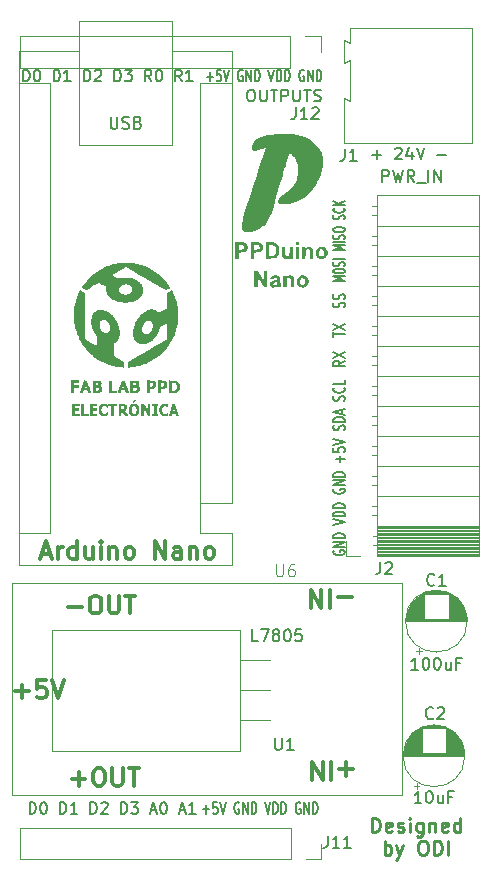
<source format=gbr>
%TF.GenerationSoftware,KiCad,Pcbnew,8.0.6*%
%TF.CreationDate,2025-08-05T17:05:13-05:00*%
%TF.ProjectId,PPDuino_Nano_Procesador,50504475-696e-46f5-9f4e-616e6f5f5072,rev?*%
%TF.SameCoordinates,Original*%
%TF.FileFunction,Legend,Top*%
%TF.FilePolarity,Positive*%
%FSLAX46Y46*%
G04 Gerber Fmt 4.6, Leading zero omitted, Abs format (unit mm)*
G04 Created by KiCad (PCBNEW 8.0.6) date 2025-08-05 17:05:13*
%MOMM*%
%LPD*%
G01*
G04 APERTURE LIST*
%ADD10C,0.240000*%
%ADD11C,0.140000*%
%ADD12C,0.200000*%
%ADD13C,0.300000*%
%ADD14C,0.150000*%
%ADD15C,0.100000*%
%ADD16C,0.000000*%
%ADD17C,0.120000*%
G04 APERTURE END LIST*
D10*
X121357143Y-116708729D02*
X121357143Y-115508729D01*
X121357143Y-115508729D02*
X121642857Y-115508729D01*
X121642857Y-115508729D02*
X121814286Y-115565872D01*
X121814286Y-115565872D02*
X121928571Y-115680158D01*
X121928571Y-115680158D02*
X121985714Y-115794444D01*
X121985714Y-115794444D02*
X122042857Y-116023015D01*
X122042857Y-116023015D02*
X122042857Y-116194444D01*
X122042857Y-116194444D02*
X121985714Y-116423015D01*
X121985714Y-116423015D02*
X121928571Y-116537301D01*
X121928571Y-116537301D02*
X121814286Y-116651587D01*
X121814286Y-116651587D02*
X121642857Y-116708729D01*
X121642857Y-116708729D02*
X121357143Y-116708729D01*
X123014286Y-116651587D02*
X122900000Y-116708729D01*
X122900000Y-116708729D02*
X122671429Y-116708729D01*
X122671429Y-116708729D02*
X122557143Y-116651587D01*
X122557143Y-116651587D02*
X122500000Y-116537301D01*
X122500000Y-116537301D02*
X122500000Y-116080158D01*
X122500000Y-116080158D02*
X122557143Y-115965872D01*
X122557143Y-115965872D02*
X122671429Y-115908729D01*
X122671429Y-115908729D02*
X122900000Y-115908729D01*
X122900000Y-115908729D02*
X123014286Y-115965872D01*
X123014286Y-115965872D02*
X123071429Y-116080158D01*
X123071429Y-116080158D02*
X123071429Y-116194444D01*
X123071429Y-116194444D02*
X122500000Y-116308729D01*
X123528571Y-116651587D02*
X123642857Y-116708729D01*
X123642857Y-116708729D02*
X123871428Y-116708729D01*
X123871428Y-116708729D02*
X123985714Y-116651587D01*
X123985714Y-116651587D02*
X124042857Y-116537301D01*
X124042857Y-116537301D02*
X124042857Y-116480158D01*
X124042857Y-116480158D02*
X123985714Y-116365872D01*
X123985714Y-116365872D02*
X123871428Y-116308729D01*
X123871428Y-116308729D02*
X123700000Y-116308729D01*
X123700000Y-116308729D02*
X123585714Y-116251587D01*
X123585714Y-116251587D02*
X123528571Y-116137301D01*
X123528571Y-116137301D02*
X123528571Y-116080158D01*
X123528571Y-116080158D02*
X123585714Y-115965872D01*
X123585714Y-115965872D02*
X123700000Y-115908729D01*
X123700000Y-115908729D02*
X123871428Y-115908729D01*
X123871428Y-115908729D02*
X123985714Y-115965872D01*
X124557143Y-116708729D02*
X124557143Y-115908729D01*
X124557143Y-115508729D02*
X124500000Y-115565872D01*
X124500000Y-115565872D02*
X124557143Y-115623015D01*
X124557143Y-115623015D02*
X124614286Y-115565872D01*
X124614286Y-115565872D02*
X124557143Y-115508729D01*
X124557143Y-115508729D02*
X124557143Y-115623015D01*
X125642858Y-115908729D02*
X125642858Y-116880158D01*
X125642858Y-116880158D02*
X125585715Y-116994444D01*
X125585715Y-116994444D02*
X125528572Y-117051587D01*
X125528572Y-117051587D02*
X125414286Y-117108729D01*
X125414286Y-117108729D02*
X125242858Y-117108729D01*
X125242858Y-117108729D02*
X125128572Y-117051587D01*
X125642858Y-116651587D02*
X125528572Y-116708729D01*
X125528572Y-116708729D02*
X125300000Y-116708729D01*
X125300000Y-116708729D02*
X125185715Y-116651587D01*
X125185715Y-116651587D02*
X125128572Y-116594444D01*
X125128572Y-116594444D02*
X125071429Y-116480158D01*
X125071429Y-116480158D02*
X125071429Y-116137301D01*
X125071429Y-116137301D02*
X125128572Y-116023015D01*
X125128572Y-116023015D02*
X125185715Y-115965872D01*
X125185715Y-115965872D02*
X125300000Y-115908729D01*
X125300000Y-115908729D02*
X125528572Y-115908729D01*
X125528572Y-115908729D02*
X125642858Y-115965872D01*
X126214286Y-115908729D02*
X126214286Y-116708729D01*
X126214286Y-116023015D02*
X126271429Y-115965872D01*
X126271429Y-115965872D02*
X126385714Y-115908729D01*
X126385714Y-115908729D02*
X126557143Y-115908729D01*
X126557143Y-115908729D02*
X126671429Y-115965872D01*
X126671429Y-115965872D02*
X126728572Y-116080158D01*
X126728572Y-116080158D02*
X126728572Y-116708729D01*
X127757143Y-116651587D02*
X127642857Y-116708729D01*
X127642857Y-116708729D02*
X127414286Y-116708729D01*
X127414286Y-116708729D02*
X127300000Y-116651587D01*
X127300000Y-116651587D02*
X127242857Y-116537301D01*
X127242857Y-116537301D02*
X127242857Y-116080158D01*
X127242857Y-116080158D02*
X127300000Y-115965872D01*
X127300000Y-115965872D02*
X127414286Y-115908729D01*
X127414286Y-115908729D02*
X127642857Y-115908729D01*
X127642857Y-115908729D02*
X127757143Y-115965872D01*
X127757143Y-115965872D02*
X127814286Y-116080158D01*
X127814286Y-116080158D02*
X127814286Y-116194444D01*
X127814286Y-116194444D02*
X127242857Y-116308729D01*
X128842857Y-116708729D02*
X128842857Y-115508729D01*
X128842857Y-116651587D02*
X128728571Y-116708729D01*
X128728571Y-116708729D02*
X128499999Y-116708729D01*
X128499999Y-116708729D02*
X128385714Y-116651587D01*
X128385714Y-116651587D02*
X128328571Y-116594444D01*
X128328571Y-116594444D02*
X128271428Y-116480158D01*
X128271428Y-116480158D02*
X128271428Y-116137301D01*
X128271428Y-116137301D02*
X128328571Y-116023015D01*
X128328571Y-116023015D02*
X128385714Y-115965872D01*
X128385714Y-115965872D02*
X128499999Y-115908729D01*
X128499999Y-115908729D02*
X128728571Y-115908729D01*
X128728571Y-115908729D02*
X128842857Y-115965872D01*
X122414285Y-118640662D02*
X122414285Y-117440662D01*
X122414285Y-117897805D02*
X122528571Y-117840662D01*
X122528571Y-117840662D02*
X122757142Y-117840662D01*
X122757142Y-117840662D02*
X122871428Y-117897805D01*
X122871428Y-117897805D02*
X122928571Y-117954948D01*
X122928571Y-117954948D02*
X122985713Y-118069234D01*
X122985713Y-118069234D02*
X122985713Y-118412091D01*
X122985713Y-118412091D02*
X122928571Y-118526377D01*
X122928571Y-118526377D02*
X122871428Y-118583520D01*
X122871428Y-118583520D02*
X122757142Y-118640662D01*
X122757142Y-118640662D02*
X122528571Y-118640662D01*
X122528571Y-118640662D02*
X122414285Y-118583520D01*
X123385713Y-117840662D02*
X123671427Y-118640662D01*
X123957142Y-117840662D02*
X123671427Y-118640662D01*
X123671427Y-118640662D02*
X123557142Y-118926377D01*
X123557142Y-118926377D02*
X123499999Y-118983520D01*
X123499999Y-118983520D02*
X123385713Y-119040662D01*
X125557142Y-117440662D02*
X125785714Y-117440662D01*
X125785714Y-117440662D02*
X125899999Y-117497805D01*
X125899999Y-117497805D02*
X126014285Y-117612091D01*
X126014285Y-117612091D02*
X126071428Y-117840662D01*
X126071428Y-117840662D02*
X126071428Y-118240662D01*
X126071428Y-118240662D02*
X126014285Y-118469234D01*
X126014285Y-118469234D02*
X125899999Y-118583520D01*
X125899999Y-118583520D02*
X125785714Y-118640662D01*
X125785714Y-118640662D02*
X125557142Y-118640662D01*
X125557142Y-118640662D02*
X125442857Y-118583520D01*
X125442857Y-118583520D02*
X125328571Y-118469234D01*
X125328571Y-118469234D02*
X125271428Y-118240662D01*
X125271428Y-118240662D02*
X125271428Y-117840662D01*
X125271428Y-117840662D02*
X125328571Y-117612091D01*
X125328571Y-117612091D02*
X125442857Y-117497805D01*
X125442857Y-117497805D02*
X125557142Y-117440662D01*
X126585714Y-118640662D02*
X126585714Y-117440662D01*
X126585714Y-117440662D02*
X126871428Y-117440662D01*
X126871428Y-117440662D02*
X127042857Y-117497805D01*
X127042857Y-117497805D02*
X127157142Y-117612091D01*
X127157142Y-117612091D02*
X127214285Y-117726377D01*
X127214285Y-117726377D02*
X127271428Y-117954948D01*
X127271428Y-117954948D02*
X127271428Y-118126377D01*
X127271428Y-118126377D02*
X127214285Y-118354948D01*
X127214285Y-118354948D02*
X127157142Y-118469234D01*
X127157142Y-118469234D02*
X127042857Y-118583520D01*
X127042857Y-118583520D02*
X126871428Y-118640662D01*
X126871428Y-118640662D02*
X126585714Y-118640662D01*
X127785714Y-118640662D02*
X127785714Y-117440662D01*
D11*
X119070339Y-70065037D02*
X118070339Y-70065037D01*
X118070339Y-70065037D02*
X118784624Y-69865037D01*
X118784624Y-69865037D02*
X118070339Y-69665037D01*
X118070339Y-69665037D02*
X119070339Y-69665037D01*
X118070339Y-69265038D02*
X118070339Y-69150752D01*
X118070339Y-69150752D02*
X118117958Y-69093609D01*
X118117958Y-69093609D02*
X118213196Y-69036466D01*
X118213196Y-69036466D02*
X118403672Y-69007895D01*
X118403672Y-69007895D02*
X118737005Y-69007895D01*
X118737005Y-69007895D02*
X118927481Y-69036466D01*
X118927481Y-69036466D02*
X119022720Y-69093609D01*
X119022720Y-69093609D02*
X119070339Y-69150752D01*
X119070339Y-69150752D02*
X119070339Y-69265038D01*
X119070339Y-69265038D02*
X119022720Y-69322181D01*
X119022720Y-69322181D02*
X118927481Y-69379323D01*
X118927481Y-69379323D02*
X118737005Y-69407895D01*
X118737005Y-69407895D02*
X118403672Y-69407895D01*
X118403672Y-69407895D02*
X118213196Y-69379323D01*
X118213196Y-69379323D02*
X118117958Y-69322181D01*
X118117958Y-69322181D02*
X118070339Y-69265038D01*
X119022720Y-68779324D02*
X119070339Y-68693610D01*
X119070339Y-68693610D02*
X119070339Y-68550752D01*
X119070339Y-68550752D02*
X119022720Y-68493610D01*
X119022720Y-68493610D02*
X118975100Y-68465038D01*
X118975100Y-68465038D02*
X118879862Y-68436467D01*
X118879862Y-68436467D02*
X118784624Y-68436467D01*
X118784624Y-68436467D02*
X118689386Y-68465038D01*
X118689386Y-68465038D02*
X118641767Y-68493610D01*
X118641767Y-68493610D02*
X118594148Y-68550752D01*
X118594148Y-68550752D02*
X118546529Y-68665038D01*
X118546529Y-68665038D02*
X118498910Y-68722181D01*
X118498910Y-68722181D02*
X118451291Y-68750752D01*
X118451291Y-68750752D02*
X118356053Y-68779324D01*
X118356053Y-68779324D02*
X118260815Y-68779324D01*
X118260815Y-68779324D02*
X118165577Y-68750752D01*
X118165577Y-68750752D02*
X118117958Y-68722181D01*
X118117958Y-68722181D02*
X118070339Y-68665038D01*
X118070339Y-68665038D02*
X118070339Y-68522181D01*
X118070339Y-68522181D02*
X118117958Y-68436467D01*
X119070339Y-68179323D02*
X118070339Y-68179323D01*
X119070339Y-67436466D02*
X118070339Y-67436466D01*
X118070339Y-67436466D02*
X118784624Y-67236466D01*
X118784624Y-67236466D02*
X118070339Y-67036466D01*
X118070339Y-67036466D02*
X119070339Y-67036466D01*
X119070339Y-66750752D02*
X118070339Y-66750752D01*
X119022720Y-66493610D02*
X119070339Y-66407896D01*
X119070339Y-66407896D02*
X119070339Y-66265038D01*
X119070339Y-66265038D02*
X119022720Y-66207896D01*
X119022720Y-66207896D02*
X118975100Y-66179324D01*
X118975100Y-66179324D02*
X118879862Y-66150753D01*
X118879862Y-66150753D02*
X118784624Y-66150753D01*
X118784624Y-66150753D02*
X118689386Y-66179324D01*
X118689386Y-66179324D02*
X118641767Y-66207896D01*
X118641767Y-66207896D02*
X118594148Y-66265038D01*
X118594148Y-66265038D02*
X118546529Y-66379324D01*
X118546529Y-66379324D02*
X118498910Y-66436467D01*
X118498910Y-66436467D02*
X118451291Y-66465038D01*
X118451291Y-66465038D02*
X118356053Y-66493610D01*
X118356053Y-66493610D02*
X118260815Y-66493610D01*
X118260815Y-66493610D02*
X118165577Y-66465038D01*
X118165577Y-66465038D02*
X118117958Y-66436467D01*
X118117958Y-66436467D02*
X118070339Y-66379324D01*
X118070339Y-66379324D02*
X118070339Y-66236467D01*
X118070339Y-66236467D02*
X118117958Y-66150753D01*
X118070339Y-65779324D02*
X118070339Y-65665038D01*
X118070339Y-65665038D02*
X118117958Y-65607895D01*
X118117958Y-65607895D02*
X118213196Y-65550752D01*
X118213196Y-65550752D02*
X118403672Y-65522181D01*
X118403672Y-65522181D02*
X118737005Y-65522181D01*
X118737005Y-65522181D02*
X118927481Y-65550752D01*
X118927481Y-65550752D02*
X119022720Y-65607895D01*
X119022720Y-65607895D02*
X119070339Y-65665038D01*
X119070339Y-65665038D02*
X119070339Y-65779324D01*
X119070339Y-65779324D02*
X119022720Y-65836467D01*
X119022720Y-65836467D02*
X118927481Y-65893609D01*
X118927481Y-65893609D02*
X118737005Y-65922181D01*
X118737005Y-65922181D02*
X118403672Y-65922181D01*
X118403672Y-65922181D02*
X118213196Y-65893609D01*
X118213196Y-65893609D02*
X118117958Y-65836467D01*
X118117958Y-65836467D02*
X118070339Y-65779324D01*
X119022720Y-64836467D02*
X119070339Y-64750753D01*
X119070339Y-64750753D02*
X119070339Y-64607895D01*
X119070339Y-64607895D02*
X119022720Y-64550753D01*
X119022720Y-64550753D02*
X118975100Y-64522181D01*
X118975100Y-64522181D02*
X118879862Y-64493610D01*
X118879862Y-64493610D02*
X118784624Y-64493610D01*
X118784624Y-64493610D02*
X118689386Y-64522181D01*
X118689386Y-64522181D02*
X118641767Y-64550753D01*
X118641767Y-64550753D02*
X118594148Y-64607895D01*
X118594148Y-64607895D02*
X118546529Y-64722181D01*
X118546529Y-64722181D02*
X118498910Y-64779324D01*
X118498910Y-64779324D02*
X118451291Y-64807895D01*
X118451291Y-64807895D02*
X118356053Y-64836467D01*
X118356053Y-64836467D02*
X118260815Y-64836467D01*
X118260815Y-64836467D02*
X118165577Y-64807895D01*
X118165577Y-64807895D02*
X118117958Y-64779324D01*
X118117958Y-64779324D02*
X118070339Y-64722181D01*
X118070339Y-64722181D02*
X118070339Y-64579324D01*
X118070339Y-64579324D02*
X118117958Y-64493610D01*
X118975100Y-63893609D02*
X119022720Y-63922181D01*
X119022720Y-63922181D02*
X119070339Y-64007895D01*
X119070339Y-64007895D02*
X119070339Y-64065038D01*
X119070339Y-64065038D02*
X119022720Y-64150752D01*
X119022720Y-64150752D02*
X118927481Y-64207895D01*
X118927481Y-64207895D02*
X118832243Y-64236466D01*
X118832243Y-64236466D02*
X118641767Y-64265038D01*
X118641767Y-64265038D02*
X118498910Y-64265038D01*
X118498910Y-64265038D02*
X118308434Y-64236466D01*
X118308434Y-64236466D02*
X118213196Y-64207895D01*
X118213196Y-64207895D02*
X118117958Y-64150752D01*
X118117958Y-64150752D02*
X118070339Y-64065038D01*
X118070339Y-64065038D02*
X118070339Y-64007895D01*
X118070339Y-64007895D02*
X118117958Y-63922181D01*
X118117958Y-63922181D02*
X118165577Y-63893609D01*
X119070339Y-63636466D02*
X118070339Y-63636466D01*
X119070339Y-63293609D02*
X118498910Y-63550752D01*
X118070339Y-63293609D02*
X118641767Y-63636466D01*
X119070339Y-76808847D02*
X118594148Y-77055514D01*
X119070339Y-77231704D02*
X118070339Y-77231704D01*
X118070339Y-77231704D02*
X118070339Y-76949799D01*
X118070339Y-76949799D02*
X118117958Y-76879323D01*
X118117958Y-76879323D02*
X118165577Y-76844085D01*
X118165577Y-76844085D02*
X118260815Y-76808847D01*
X118260815Y-76808847D02*
X118403672Y-76808847D01*
X118403672Y-76808847D02*
X118498910Y-76844085D01*
X118498910Y-76844085D02*
X118546529Y-76879323D01*
X118546529Y-76879323D02*
X118594148Y-76949799D01*
X118594148Y-76949799D02*
X118594148Y-77231704D01*
X118070339Y-76562180D02*
X119070339Y-76068847D01*
X118070339Y-76068847D02*
X119070339Y-76562180D01*
X118070339Y-74765036D02*
X118070339Y-74342179D01*
X119070339Y-74553608D02*
X118070339Y-74553608D01*
X118070339Y-74165988D02*
X119070339Y-73672655D01*
X118070339Y-73672655D02*
X119070339Y-74165988D01*
X119022720Y-72298368D02*
X119070339Y-72192654D01*
X119070339Y-72192654D02*
X119070339Y-72016463D01*
X119070339Y-72016463D02*
X119022720Y-71945987D01*
X119022720Y-71945987D02*
X118975100Y-71910749D01*
X118975100Y-71910749D02*
X118879862Y-71875511D01*
X118879862Y-71875511D02*
X118784624Y-71875511D01*
X118784624Y-71875511D02*
X118689386Y-71910749D01*
X118689386Y-71910749D02*
X118641767Y-71945987D01*
X118641767Y-71945987D02*
X118594148Y-72016463D01*
X118594148Y-72016463D02*
X118546529Y-72157416D01*
X118546529Y-72157416D02*
X118498910Y-72227892D01*
X118498910Y-72227892D02*
X118451291Y-72263130D01*
X118451291Y-72263130D02*
X118356053Y-72298368D01*
X118356053Y-72298368D02*
X118260815Y-72298368D01*
X118260815Y-72298368D02*
X118165577Y-72263130D01*
X118165577Y-72263130D02*
X118117958Y-72227892D01*
X118117958Y-72227892D02*
X118070339Y-72157416D01*
X118070339Y-72157416D02*
X118070339Y-71981225D01*
X118070339Y-71981225D02*
X118117958Y-71875511D01*
X119022720Y-71593606D02*
X119070339Y-71487892D01*
X119070339Y-71487892D02*
X119070339Y-71311701D01*
X119070339Y-71311701D02*
X119022720Y-71241225D01*
X119022720Y-71241225D02*
X118975100Y-71205987D01*
X118975100Y-71205987D02*
X118879862Y-71170749D01*
X118879862Y-71170749D02*
X118784624Y-71170749D01*
X118784624Y-71170749D02*
X118689386Y-71205987D01*
X118689386Y-71205987D02*
X118641767Y-71241225D01*
X118641767Y-71241225D02*
X118594148Y-71311701D01*
X118594148Y-71311701D02*
X118546529Y-71452654D01*
X118546529Y-71452654D02*
X118498910Y-71523130D01*
X118498910Y-71523130D02*
X118451291Y-71558368D01*
X118451291Y-71558368D02*
X118356053Y-71593606D01*
X118356053Y-71593606D02*
X118260815Y-71593606D01*
X118260815Y-71593606D02*
X118165577Y-71558368D01*
X118165577Y-71558368D02*
X118117958Y-71523130D01*
X118117958Y-71523130D02*
X118070339Y-71452654D01*
X118070339Y-71452654D02*
X118070339Y-71276463D01*
X118070339Y-71276463D02*
X118117958Y-71170749D01*
X118107958Y-92874561D02*
X118060339Y-92941228D01*
X118060339Y-92941228D02*
X118060339Y-93041228D01*
X118060339Y-93041228D02*
X118107958Y-93141228D01*
X118107958Y-93141228D02*
X118203196Y-93207895D01*
X118203196Y-93207895D02*
X118298434Y-93241228D01*
X118298434Y-93241228D02*
X118488910Y-93274561D01*
X118488910Y-93274561D02*
X118631767Y-93274561D01*
X118631767Y-93274561D02*
X118822243Y-93241228D01*
X118822243Y-93241228D02*
X118917481Y-93207895D01*
X118917481Y-93207895D02*
X119012720Y-93141228D01*
X119012720Y-93141228D02*
X119060339Y-93041228D01*
X119060339Y-93041228D02*
X119060339Y-92974561D01*
X119060339Y-92974561D02*
X119012720Y-92874561D01*
X119012720Y-92874561D02*
X118965100Y-92841228D01*
X118965100Y-92841228D02*
X118631767Y-92841228D01*
X118631767Y-92841228D02*
X118631767Y-92974561D01*
X119060339Y-92541228D02*
X118060339Y-92541228D01*
X118060339Y-92541228D02*
X119060339Y-92141228D01*
X119060339Y-92141228D02*
X118060339Y-92141228D01*
X119060339Y-91807895D02*
X118060339Y-91807895D01*
X118060339Y-91807895D02*
X118060339Y-91641228D01*
X118060339Y-91641228D02*
X118107958Y-91541228D01*
X118107958Y-91541228D02*
X118203196Y-91474562D01*
X118203196Y-91474562D02*
X118298434Y-91441228D01*
X118298434Y-91441228D02*
X118488910Y-91407895D01*
X118488910Y-91407895D02*
X118631767Y-91407895D01*
X118631767Y-91407895D02*
X118822243Y-91441228D01*
X118822243Y-91441228D02*
X118917481Y-91474562D01*
X118917481Y-91474562D02*
X119012720Y-91541228D01*
X119012720Y-91541228D02*
X119060339Y-91641228D01*
X119060339Y-91641228D02*
X119060339Y-91807895D01*
X118060339Y-90674562D02*
X119060339Y-90441229D01*
X119060339Y-90441229D02*
X118060339Y-90207895D01*
X119060339Y-89974562D02*
X118060339Y-89974562D01*
X118060339Y-89974562D02*
X118060339Y-89807895D01*
X118060339Y-89807895D02*
X118107958Y-89707895D01*
X118107958Y-89707895D02*
X118203196Y-89641229D01*
X118203196Y-89641229D02*
X118298434Y-89607895D01*
X118298434Y-89607895D02*
X118488910Y-89574562D01*
X118488910Y-89574562D02*
X118631767Y-89574562D01*
X118631767Y-89574562D02*
X118822243Y-89607895D01*
X118822243Y-89607895D02*
X118917481Y-89641229D01*
X118917481Y-89641229D02*
X119012720Y-89707895D01*
X119012720Y-89707895D02*
X119060339Y-89807895D01*
X119060339Y-89807895D02*
X119060339Y-89974562D01*
X119060339Y-89274562D02*
X118060339Y-89274562D01*
X118060339Y-89274562D02*
X118060339Y-89107895D01*
X118060339Y-89107895D02*
X118107958Y-89007895D01*
X118107958Y-89007895D02*
X118203196Y-88941229D01*
X118203196Y-88941229D02*
X118298434Y-88907895D01*
X118298434Y-88907895D02*
X118488910Y-88874562D01*
X118488910Y-88874562D02*
X118631767Y-88874562D01*
X118631767Y-88874562D02*
X118822243Y-88907895D01*
X118822243Y-88907895D02*
X118917481Y-88941229D01*
X118917481Y-88941229D02*
X119012720Y-89007895D01*
X119012720Y-89007895D02*
X119060339Y-89107895D01*
X119060339Y-89107895D02*
X119060339Y-89274562D01*
X118107958Y-87674562D02*
X118060339Y-87741229D01*
X118060339Y-87741229D02*
X118060339Y-87841229D01*
X118060339Y-87841229D02*
X118107958Y-87941229D01*
X118107958Y-87941229D02*
X118203196Y-88007896D01*
X118203196Y-88007896D02*
X118298434Y-88041229D01*
X118298434Y-88041229D02*
X118488910Y-88074562D01*
X118488910Y-88074562D02*
X118631767Y-88074562D01*
X118631767Y-88074562D02*
X118822243Y-88041229D01*
X118822243Y-88041229D02*
X118917481Y-88007896D01*
X118917481Y-88007896D02*
X119012720Y-87941229D01*
X119012720Y-87941229D02*
X119060339Y-87841229D01*
X119060339Y-87841229D02*
X119060339Y-87774562D01*
X119060339Y-87774562D02*
X119012720Y-87674562D01*
X119012720Y-87674562D02*
X118965100Y-87641229D01*
X118965100Y-87641229D02*
X118631767Y-87641229D01*
X118631767Y-87641229D02*
X118631767Y-87774562D01*
X119060339Y-87341229D02*
X118060339Y-87341229D01*
X118060339Y-87341229D02*
X119060339Y-86941229D01*
X119060339Y-86941229D02*
X118060339Y-86941229D01*
X119060339Y-86607896D02*
X118060339Y-86607896D01*
X118060339Y-86607896D02*
X118060339Y-86441229D01*
X118060339Y-86441229D02*
X118107958Y-86341229D01*
X118107958Y-86341229D02*
X118203196Y-86274563D01*
X118203196Y-86274563D02*
X118298434Y-86241229D01*
X118298434Y-86241229D02*
X118488910Y-86207896D01*
X118488910Y-86207896D02*
X118631767Y-86207896D01*
X118631767Y-86207896D02*
X118822243Y-86241229D01*
X118822243Y-86241229D02*
X118917481Y-86274563D01*
X118917481Y-86274563D02*
X119012720Y-86341229D01*
X119012720Y-86341229D02*
X119060339Y-86441229D01*
X119060339Y-86441229D02*
X119060339Y-86607896D01*
X118679386Y-85374563D02*
X118679386Y-84841230D01*
X119060339Y-85107896D02*
X118298434Y-85107896D01*
X118060339Y-84174563D02*
X118060339Y-84507896D01*
X118060339Y-84507896D02*
X118536529Y-84541229D01*
X118536529Y-84541229D02*
X118488910Y-84507896D01*
X118488910Y-84507896D02*
X118441291Y-84441229D01*
X118441291Y-84441229D02*
X118441291Y-84274563D01*
X118441291Y-84274563D02*
X118488910Y-84207896D01*
X118488910Y-84207896D02*
X118536529Y-84174563D01*
X118536529Y-84174563D02*
X118631767Y-84141229D01*
X118631767Y-84141229D02*
X118869862Y-84141229D01*
X118869862Y-84141229D02*
X118965100Y-84174563D01*
X118965100Y-84174563D02*
X119012720Y-84207896D01*
X119012720Y-84207896D02*
X119060339Y-84274563D01*
X119060339Y-84274563D02*
X119060339Y-84441229D01*
X119060339Y-84441229D02*
X119012720Y-84507896D01*
X119012720Y-84507896D02*
X118965100Y-84541229D01*
X118060339Y-83941229D02*
X119060339Y-83707896D01*
X119060339Y-83707896D02*
X118060339Y-83474562D01*
X119022720Y-82674561D02*
X119070339Y-82574561D01*
X119070339Y-82574561D02*
X119070339Y-82407895D01*
X119070339Y-82407895D02*
X119022720Y-82341228D01*
X119022720Y-82341228D02*
X118975100Y-82307895D01*
X118975100Y-82307895D02*
X118879862Y-82274561D01*
X118879862Y-82274561D02*
X118784624Y-82274561D01*
X118784624Y-82274561D02*
X118689386Y-82307895D01*
X118689386Y-82307895D02*
X118641767Y-82341228D01*
X118641767Y-82341228D02*
X118594148Y-82407895D01*
X118594148Y-82407895D02*
X118546529Y-82541228D01*
X118546529Y-82541228D02*
X118498910Y-82607895D01*
X118498910Y-82607895D02*
X118451291Y-82641228D01*
X118451291Y-82641228D02*
X118356053Y-82674561D01*
X118356053Y-82674561D02*
X118260815Y-82674561D01*
X118260815Y-82674561D02*
X118165577Y-82641228D01*
X118165577Y-82641228D02*
X118117958Y-82607895D01*
X118117958Y-82607895D02*
X118070339Y-82541228D01*
X118070339Y-82541228D02*
X118070339Y-82374561D01*
X118070339Y-82374561D02*
X118117958Y-82274561D01*
X119070339Y-81974561D02*
X118070339Y-81974561D01*
X118070339Y-81974561D02*
X118070339Y-81807894D01*
X118070339Y-81807894D02*
X118117958Y-81707894D01*
X118117958Y-81707894D02*
X118213196Y-81641228D01*
X118213196Y-81641228D02*
X118308434Y-81607894D01*
X118308434Y-81607894D02*
X118498910Y-81574561D01*
X118498910Y-81574561D02*
X118641767Y-81574561D01*
X118641767Y-81574561D02*
X118832243Y-81607894D01*
X118832243Y-81607894D02*
X118927481Y-81641228D01*
X118927481Y-81641228D02*
X119022720Y-81707894D01*
X119022720Y-81707894D02*
X119070339Y-81807894D01*
X119070339Y-81807894D02*
X119070339Y-81974561D01*
X118784624Y-81307894D02*
X118784624Y-80974561D01*
X119070339Y-81374561D02*
X118070339Y-81141228D01*
X118070339Y-81141228D02*
X119070339Y-80907894D01*
X119022720Y-80174561D02*
X119070339Y-80074561D01*
X119070339Y-80074561D02*
X119070339Y-79907895D01*
X119070339Y-79907895D02*
X119022720Y-79841228D01*
X119022720Y-79841228D02*
X118975100Y-79807895D01*
X118975100Y-79807895D02*
X118879862Y-79774561D01*
X118879862Y-79774561D02*
X118784624Y-79774561D01*
X118784624Y-79774561D02*
X118689386Y-79807895D01*
X118689386Y-79807895D02*
X118641767Y-79841228D01*
X118641767Y-79841228D02*
X118594148Y-79907895D01*
X118594148Y-79907895D02*
X118546529Y-80041228D01*
X118546529Y-80041228D02*
X118498910Y-80107895D01*
X118498910Y-80107895D02*
X118451291Y-80141228D01*
X118451291Y-80141228D02*
X118356053Y-80174561D01*
X118356053Y-80174561D02*
X118260815Y-80174561D01*
X118260815Y-80174561D02*
X118165577Y-80141228D01*
X118165577Y-80141228D02*
X118117958Y-80107895D01*
X118117958Y-80107895D02*
X118070339Y-80041228D01*
X118070339Y-80041228D02*
X118070339Y-79874561D01*
X118070339Y-79874561D02*
X118117958Y-79774561D01*
X118975100Y-79074561D02*
X119022720Y-79107894D01*
X119022720Y-79107894D02*
X119070339Y-79207894D01*
X119070339Y-79207894D02*
X119070339Y-79274561D01*
X119070339Y-79274561D02*
X119022720Y-79374561D01*
X119022720Y-79374561D02*
X118927481Y-79441228D01*
X118927481Y-79441228D02*
X118832243Y-79474561D01*
X118832243Y-79474561D02*
X118641767Y-79507894D01*
X118641767Y-79507894D02*
X118498910Y-79507894D01*
X118498910Y-79507894D02*
X118308434Y-79474561D01*
X118308434Y-79474561D02*
X118213196Y-79441228D01*
X118213196Y-79441228D02*
X118117958Y-79374561D01*
X118117958Y-79374561D02*
X118070339Y-79274561D01*
X118070339Y-79274561D02*
X118070339Y-79207894D01*
X118070339Y-79207894D02*
X118117958Y-79107894D01*
X118117958Y-79107894D02*
X118165577Y-79074561D01*
X119070339Y-78441228D02*
X119070339Y-78774561D01*
X119070339Y-78774561D02*
X118070339Y-78774561D01*
X107358771Y-52779386D02*
X107892105Y-52779386D01*
X107625438Y-53160339D02*
X107625438Y-52398434D01*
X108558772Y-52160339D02*
X108225438Y-52160339D01*
X108225438Y-52160339D02*
X108192105Y-52636529D01*
X108192105Y-52636529D02*
X108225438Y-52588910D01*
X108225438Y-52588910D02*
X108292105Y-52541291D01*
X108292105Y-52541291D02*
X108458772Y-52541291D01*
X108458772Y-52541291D02*
X108525438Y-52588910D01*
X108525438Y-52588910D02*
X108558772Y-52636529D01*
X108558772Y-52636529D02*
X108592105Y-52731767D01*
X108592105Y-52731767D02*
X108592105Y-52969862D01*
X108592105Y-52969862D02*
X108558772Y-53065100D01*
X108558772Y-53065100D02*
X108525438Y-53112720D01*
X108525438Y-53112720D02*
X108458772Y-53160339D01*
X108458772Y-53160339D02*
X108292105Y-53160339D01*
X108292105Y-53160339D02*
X108225438Y-53112720D01*
X108225438Y-53112720D02*
X108192105Y-53065100D01*
X108792105Y-52160339D02*
X109025439Y-53160339D01*
X109025439Y-53160339D02*
X109258772Y-52160339D01*
X110392105Y-52207958D02*
X110325438Y-52160339D01*
X110325438Y-52160339D02*
X110225438Y-52160339D01*
X110225438Y-52160339D02*
X110125438Y-52207958D01*
X110125438Y-52207958D02*
X110058772Y-52303196D01*
X110058772Y-52303196D02*
X110025438Y-52398434D01*
X110025438Y-52398434D02*
X109992105Y-52588910D01*
X109992105Y-52588910D02*
X109992105Y-52731767D01*
X109992105Y-52731767D02*
X110025438Y-52922243D01*
X110025438Y-52922243D02*
X110058772Y-53017481D01*
X110058772Y-53017481D02*
X110125438Y-53112720D01*
X110125438Y-53112720D02*
X110225438Y-53160339D01*
X110225438Y-53160339D02*
X110292105Y-53160339D01*
X110292105Y-53160339D02*
X110392105Y-53112720D01*
X110392105Y-53112720D02*
X110425438Y-53065100D01*
X110425438Y-53065100D02*
X110425438Y-52731767D01*
X110425438Y-52731767D02*
X110292105Y-52731767D01*
X110725438Y-53160339D02*
X110725438Y-52160339D01*
X110725438Y-52160339D02*
X111125438Y-53160339D01*
X111125438Y-53160339D02*
X111125438Y-52160339D01*
X111458771Y-53160339D02*
X111458771Y-52160339D01*
X111458771Y-52160339D02*
X111625438Y-52160339D01*
X111625438Y-52160339D02*
X111725438Y-52207958D01*
X111725438Y-52207958D02*
X111792105Y-52303196D01*
X111792105Y-52303196D02*
X111825438Y-52398434D01*
X111825438Y-52398434D02*
X111858771Y-52588910D01*
X111858771Y-52588910D02*
X111858771Y-52731767D01*
X111858771Y-52731767D02*
X111825438Y-52922243D01*
X111825438Y-52922243D02*
X111792105Y-53017481D01*
X111792105Y-53017481D02*
X111725438Y-53112720D01*
X111725438Y-53112720D02*
X111625438Y-53160339D01*
X111625438Y-53160339D02*
X111458771Y-53160339D01*
X112592104Y-52160339D02*
X112825438Y-53160339D01*
X112825438Y-53160339D02*
X113058771Y-52160339D01*
X113292104Y-53160339D02*
X113292104Y-52160339D01*
X113292104Y-52160339D02*
X113458771Y-52160339D01*
X113458771Y-52160339D02*
X113558771Y-52207958D01*
X113558771Y-52207958D02*
X113625438Y-52303196D01*
X113625438Y-52303196D02*
X113658771Y-52398434D01*
X113658771Y-52398434D02*
X113692104Y-52588910D01*
X113692104Y-52588910D02*
X113692104Y-52731767D01*
X113692104Y-52731767D02*
X113658771Y-52922243D01*
X113658771Y-52922243D02*
X113625438Y-53017481D01*
X113625438Y-53017481D02*
X113558771Y-53112720D01*
X113558771Y-53112720D02*
X113458771Y-53160339D01*
X113458771Y-53160339D02*
X113292104Y-53160339D01*
X113992104Y-53160339D02*
X113992104Y-52160339D01*
X113992104Y-52160339D02*
X114158771Y-52160339D01*
X114158771Y-52160339D02*
X114258771Y-52207958D01*
X114258771Y-52207958D02*
X114325438Y-52303196D01*
X114325438Y-52303196D02*
X114358771Y-52398434D01*
X114358771Y-52398434D02*
X114392104Y-52588910D01*
X114392104Y-52588910D02*
X114392104Y-52731767D01*
X114392104Y-52731767D02*
X114358771Y-52922243D01*
X114358771Y-52922243D02*
X114325438Y-53017481D01*
X114325438Y-53017481D02*
X114258771Y-53112720D01*
X114258771Y-53112720D02*
X114158771Y-53160339D01*
X114158771Y-53160339D02*
X113992104Y-53160339D01*
X115592104Y-52207958D02*
X115525437Y-52160339D01*
X115525437Y-52160339D02*
X115425437Y-52160339D01*
X115425437Y-52160339D02*
X115325437Y-52207958D01*
X115325437Y-52207958D02*
X115258771Y-52303196D01*
X115258771Y-52303196D02*
X115225437Y-52398434D01*
X115225437Y-52398434D02*
X115192104Y-52588910D01*
X115192104Y-52588910D02*
X115192104Y-52731767D01*
X115192104Y-52731767D02*
X115225437Y-52922243D01*
X115225437Y-52922243D02*
X115258771Y-53017481D01*
X115258771Y-53017481D02*
X115325437Y-53112720D01*
X115325437Y-53112720D02*
X115425437Y-53160339D01*
X115425437Y-53160339D02*
X115492104Y-53160339D01*
X115492104Y-53160339D02*
X115592104Y-53112720D01*
X115592104Y-53112720D02*
X115625437Y-53065100D01*
X115625437Y-53065100D02*
X115625437Y-52731767D01*
X115625437Y-52731767D02*
X115492104Y-52731767D01*
X115925437Y-53160339D02*
X115925437Y-52160339D01*
X115925437Y-52160339D02*
X116325437Y-53160339D01*
X116325437Y-53160339D02*
X116325437Y-52160339D01*
X116658770Y-53160339D02*
X116658770Y-52160339D01*
X116658770Y-52160339D02*
X116825437Y-52160339D01*
X116825437Y-52160339D02*
X116925437Y-52207958D01*
X116925437Y-52207958D02*
X116992104Y-52303196D01*
X116992104Y-52303196D02*
X117025437Y-52398434D01*
X117025437Y-52398434D02*
X117058770Y-52588910D01*
X117058770Y-52588910D02*
X117058770Y-52731767D01*
X117058770Y-52731767D02*
X117025437Y-52922243D01*
X117025437Y-52922243D02*
X116992104Y-53017481D01*
X116992104Y-53017481D02*
X116925437Y-53112720D01*
X116925437Y-53112720D02*
X116825437Y-53160339D01*
X116825437Y-53160339D02*
X116658770Y-53160339D01*
D12*
X91817768Y-53157219D02*
X91817768Y-52157219D01*
X91817768Y-52157219D02*
X92043958Y-52157219D01*
X92043958Y-52157219D02*
X92179673Y-52204838D01*
X92179673Y-52204838D02*
X92270149Y-52300076D01*
X92270149Y-52300076D02*
X92315387Y-52395314D01*
X92315387Y-52395314D02*
X92360625Y-52585790D01*
X92360625Y-52585790D02*
X92360625Y-52728647D01*
X92360625Y-52728647D02*
X92315387Y-52919123D01*
X92315387Y-52919123D02*
X92270149Y-53014361D01*
X92270149Y-53014361D02*
X92179673Y-53109600D01*
X92179673Y-53109600D02*
X92043958Y-53157219D01*
X92043958Y-53157219D02*
X91817768Y-53157219D01*
X92948720Y-52157219D02*
X93039197Y-52157219D01*
X93039197Y-52157219D02*
X93129673Y-52204838D01*
X93129673Y-52204838D02*
X93174911Y-52252457D01*
X93174911Y-52252457D02*
X93220149Y-52347695D01*
X93220149Y-52347695D02*
X93265387Y-52538171D01*
X93265387Y-52538171D02*
X93265387Y-52776266D01*
X93265387Y-52776266D02*
X93220149Y-52966742D01*
X93220149Y-52966742D02*
X93174911Y-53061980D01*
X93174911Y-53061980D02*
X93129673Y-53109600D01*
X93129673Y-53109600D02*
X93039197Y-53157219D01*
X93039197Y-53157219D02*
X92948720Y-53157219D01*
X92948720Y-53157219D02*
X92858244Y-53109600D01*
X92858244Y-53109600D02*
X92813006Y-53061980D01*
X92813006Y-53061980D02*
X92767768Y-52966742D01*
X92767768Y-52966742D02*
X92722530Y-52776266D01*
X92722530Y-52776266D02*
X92722530Y-52538171D01*
X92722530Y-52538171D02*
X92767768Y-52347695D01*
X92767768Y-52347695D02*
X92813006Y-52252457D01*
X92813006Y-52252457D02*
X92858244Y-52204838D01*
X92858244Y-52204838D02*
X92948720Y-52157219D01*
X94396340Y-53157219D02*
X94396340Y-52157219D01*
X94396340Y-52157219D02*
X94622530Y-52157219D01*
X94622530Y-52157219D02*
X94758245Y-52204838D01*
X94758245Y-52204838D02*
X94848721Y-52300076D01*
X94848721Y-52300076D02*
X94893959Y-52395314D01*
X94893959Y-52395314D02*
X94939197Y-52585790D01*
X94939197Y-52585790D02*
X94939197Y-52728647D01*
X94939197Y-52728647D02*
X94893959Y-52919123D01*
X94893959Y-52919123D02*
X94848721Y-53014361D01*
X94848721Y-53014361D02*
X94758245Y-53109600D01*
X94758245Y-53109600D02*
X94622530Y-53157219D01*
X94622530Y-53157219D02*
X94396340Y-53157219D01*
X95843959Y-53157219D02*
X95301102Y-53157219D01*
X95572530Y-53157219D02*
X95572530Y-52157219D01*
X95572530Y-52157219D02*
X95482054Y-52300076D01*
X95482054Y-52300076D02*
X95391578Y-52395314D01*
X95391578Y-52395314D02*
X95301102Y-52442933D01*
X96974912Y-53157219D02*
X96974912Y-52157219D01*
X96974912Y-52157219D02*
X97201102Y-52157219D01*
X97201102Y-52157219D02*
X97336817Y-52204838D01*
X97336817Y-52204838D02*
X97427293Y-52300076D01*
X97427293Y-52300076D02*
X97472531Y-52395314D01*
X97472531Y-52395314D02*
X97517769Y-52585790D01*
X97517769Y-52585790D02*
X97517769Y-52728647D01*
X97517769Y-52728647D02*
X97472531Y-52919123D01*
X97472531Y-52919123D02*
X97427293Y-53014361D01*
X97427293Y-53014361D02*
X97336817Y-53109600D01*
X97336817Y-53109600D02*
X97201102Y-53157219D01*
X97201102Y-53157219D02*
X96974912Y-53157219D01*
X97879674Y-52252457D02*
X97924912Y-52204838D01*
X97924912Y-52204838D02*
X98015388Y-52157219D01*
X98015388Y-52157219D02*
X98241579Y-52157219D01*
X98241579Y-52157219D02*
X98332055Y-52204838D01*
X98332055Y-52204838D02*
X98377293Y-52252457D01*
X98377293Y-52252457D02*
X98422531Y-52347695D01*
X98422531Y-52347695D02*
X98422531Y-52442933D01*
X98422531Y-52442933D02*
X98377293Y-52585790D01*
X98377293Y-52585790D02*
X97834436Y-53157219D01*
X97834436Y-53157219D02*
X98422531Y-53157219D01*
X99553484Y-53157219D02*
X99553484Y-52157219D01*
X99553484Y-52157219D02*
X99779674Y-52157219D01*
X99779674Y-52157219D02*
X99915389Y-52204838D01*
X99915389Y-52204838D02*
X100005865Y-52300076D01*
X100005865Y-52300076D02*
X100051103Y-52395314D01*
X100051103Y-52395314D02*
X100096341Y-52585790D01*
X100096341Y-52585790D02*
X100096341Y-52728647D01*
X100096341Y-52728647D02*
X100051103Y-52919123D01*
X100051103Y-52919123D02*
X100005865Y-53014361D01*
X100005865Y-53014361D02*
X99915389Y-53109600D01*
X99915389Y-53109600D02*
X99779674Y-53157219D01*
X99779674Y-53157219D02*
X99553484Y-53157219D01*
X100413008Y-52157219D02*
X101001103Y-52157219D01*
X101001103Y-52157219D02*
X100684436Y-52538171D01*
X100684436Y-52538171D02*
X100820151Y-52538171D01*
X100820151Y-52538171D02*
X100910627Y-52585790D01*
X100910627Y-52585790D02*
X100955865Y-52633409D01*
X100955865Y-52633409D02*
X101001103Y-52728647D01*
X101001103Y-52728647D02*
X101001103Y-52966742D01*
X101001103Y-52966742D02*
X100955865Y-53061980D01*
X100955865Y-53061980D02*
X100910627Y-53109600D01*
X100910627Y-53109600D02*
X100820151Y-53157219D01*
X100820151Y-53157219D02*
X100548722Y-53157219D01*
X100548722Y-53157219D02*
X100458246Y-53109600D01*
X100458246Y-53109600D02*
X100413008Y-53061980D01*
X102674913Y-53157219D02*
X102358246Y-52681028D01*
X102132056Y-53157219D02*
X102132056Y-52157219D01*
X102132056Y-52157219D02*
X102493961Y-52157219D01*
X102493961Y-52157219D02*
X102584437Y-52204838D01*
X102584437Y-52204838D02*
X102629675Y-52252457D01*
X102629675Y-52252457D02*
X102674913Y-52347695D01*
X102674913Y-52347695D02*
X102674913Y-52490552D01*
X102674913Y-52490552D02*
X102629675Y-52585790D01*
X102629675Y-52585790D02*
X102584437Y-52633409D01*
X102584437Y-52633409D02*
X102493961Y-52681028D01*
X102493961Y-52681028D02*
X102132056Y-52681028D01*
X103263008Y-52157219D02*
X103353485Y-52157219D01*
X103353485Y-52157219D02*
X103443961Y-52204838D01*
X103443961Y-52204838D02*
X103489199Y-52252457D01*
X103489199Y-52252457D02*
X103534437Y-52347695D01*
X103534437Y-52347695D02*
X103579675Y-52538171D01*
X103579675Y-52538171D02*
X103579675Y-52776266D01*
X103579675Y-52776266D02*
X103534437Y-52966742D01*
X103534437Y-52966742D02*
X103489199Y-53061980D01*
X103489199Y-53061980D02*
X103443961Y-53109600D01*
X103443961Y-53109600D02*
X103353485Y-53157219D01*
X103353485Y-53157219D02*
X103263008Y-53157219D01*
X103263008Y-53157219D02*
X103172532Y-53109600D01*
X103172532Y-53109600D02*
X103127294Y-53061980D01*
X103127294Y-53061980D02*
X103082056Y-52966742D01*
X103082056Y-52966742D02*
X103036818Y-52776266D01*
X103036818Y-52776266D02*
X103036818Y-52538171D01*
X103036818Y-52538171D02*
X103082056Y-52347695D01*
X103082056Y-52347695D02*
X103127294Y-52252457D01*
X103127294Y-52252457D02*
X103172532Y-52204838D01*
X103172532Y-52204838D02*
X103263008Y-52157219D01*
X105253485Y-53157219D02*
X104936818Y-52681028D01*
X104710628Y-53157219D02*
X104710628Y-52157219D01*
X104710628Y-52157219D02*
X105072533Y-52157219D01*
X105072533Y-52157219D02*
X105163009Y-52204838D01*
X105163009Y-52204838D02*
X105208247Y-52252457D01*
X105208247Y-52252457D02*
X105253485Y-52347695D01*
X105253485Y-52347695D02*
X105253485Y-52490552D01*
X105253485Y-52490552D02*
X105208247Y-52585790D01*
X105208247Y-52585790D02*
X105163009Y-52633409D01*
X105163009Y-52633409D02*
X105072533Y-52681028D01*
X105072533Y-52681028D02*
X104710628Y-52681028D01*
X106158247Y-53157219D02*
X105615390Y-53157219D01*
X105886818Y-53157219D02*
X105886818Y-52157219D01*
X105886818Y-52157219D02*
X105796342Y-52300076D01*
X105796342Y-52300076D02*
X105705866Y-52395314D01*
X105705866Y-52395314D02*
X105615390Y-52442933D01*
D11*
X107058771Y-114789386D02*
X107592105Y-114789386D01*
X107325438Y-115170339D02*
X107325438Y-114408434D01*
X108258772Y-114170339D02*
X107925438Y-114170339D01*
X107925438Y-114170339D02*
X107892105Y-114646529D01*
X107892105Y-114646529D02*
X107925438Y-114598910D01*
X107925438Y-114598910D02*
X107992105Y-114551291D01*
X107992105Y-114551291D02*
X108158772Y-114551291D01*
X108158772Y-114551291D02*
X108225438Y-114598910D01*
X108225438Y-114598910D02*
X108258772Y-114646529D01*
X108258772Y-114646529D02*
X108292105Y-114741767D01*
X108292105Y-114741767D02*
X108292105Y-114979862D01*
X108292105Y-114979862D02*
X108258772Y-115075100D01*
X108258772Y-115075100D02*
X108225438Y-115122720D01*
X108225438Y-115122720D02*
X108158772Y-115170339D01*
X108158772Y-115170339D02*
X107992105Y-115170339D01*
X107992105Y-115170339D02*
X107925438Y-115122720D01*
X107925438Y-115122720D02*
X107892105Y-115075100D01*
X108492105Y-114170339D02*
X108725439Y-115170339D01*
X108725439Y-115170339D02*
X108958772Y-114170339D01*
X110092105Y-114217958D02*
X110025438Y-114170339D01*
X110025438Y-114170339D02*
X109925438Y-114170339D01*
X109925438Y-114170339D02*
X109825438Y-114217958D01*
X109825438Y-114217958D02*
X109758772Y-114313196D01*
X109758772Y-114313196D02*
X109725438Y-114408434D01*
X109725438Y-114408434D02*
X109692105Y-114598910D01*
X109692105Y-114598910D02*
X109692105Y-114741767D01*
X109692105Y-114741767D02*
X109725438Y-114932243D01*
X109725438Y-114932243D02*
X109758772Y-115027481D01*
X109758772Y-115027481D02*
X109825438Y-115122720D01*
X109825438Y-115122720D02*
X109925438Y-115170339D01*
X109925438Y-115170339D02*
X109992105Y-115170339D01*
X109992105Y-115170339D02*
X110092105Y-115122720D01*
X110092105Y-115122720D02*
X110125438Y-115075100D01*
X110125438Y-115075100D02*
X110125438Y-114741767D01*
X110125438Y-114741767D02*
X109992105Y-114741767D01*
X110425438Y-115170339D02*
X110425438Y-114170339D01*
X110425438Y-114170339D02*
X110825438Y-115170339D01*
X110825438Y-115170339D02*
X110825438Y-114170339D01*
X111158771Y-115170339D02*
X111158771Y-114170339D01*
X111158771Y-114170339D02*
X111325438Y-114170339D01*
X111325438Y-114170339D02*
X111425438Y-114217958D01*
X111425438Y-114217958D02*
X111492105Y-114313196D01*
X111492105Y-114313196D02*
X111525438Y-114408434D01*
X111525438Y-114408434D02*
X111558771Y-114598910D01*
X111558771Y-114598910D02*
X111558771Y-114741767D01*
X111558771Y-114741767D02*
X111525438Y-114932243D01*
X111525438Y-114932243D02*
X111492105Y-115027481D01*
X111492105Y-115027481D02*
X111425438Y-115122720D01*
X111425438Y-115122720D02*
X111325438Y-115170339D01*
X111325438Y-115170339D02*
X111158771Y-115170339D01*
X112292104Y-114170339D02*
X112525438Y-115170339D01*
X112525438Y-115170339D02*
X112758771Y-114170339D01*
X112992104Y-115170339D02*
X112992104Y-114170339D01*
X112992104Y-114170339D02*
X113158771Y-114170339D01*
X113158771Y-114170339D02*
X113258771Y-114217958D01*
X113258771Y-114217958D02*
X113325438Y-114313196D01*
X113325438Y-114313196D02*
X113358771Y-114408434D01*
X113358771Y-114408434D02*
X113392104Y-114598910D01*
X113392104Y-114598910D02*
X113392104Y-114741767D01*
X113392104Y-114741767D02*
X113358771Y-114932243D01*
X113358771Y-114932243D02*
X113325438Y-115027481D01*
X113325438Y-115027481D02*
X113258771Y-115122720D01*
X113258771Y-115122720D02*
X113158771Y-115170339D01*
X113158771Y-115170339D02*
X112992104Y-115170339D01*
X113692104Y-115170339D02*
X113692104Y-114170339D01*
X113692104Y-114170339D02*
X113858771Y-114170339D01*
X113858771Y-114170339D02*
X113958771Y-114217958D01*
X113958771Y-114217958D02*
X114025438Y-114313196D01*
X114025438Y-114313196D02*
X114058771Y-114408434D01*
X114058771Y-114408434D02*
X114092104Y-114598910D01*
X114092104Y-114598910D02*
X114092104Y-114741767D01*
X114092104Y-114741767D02*
X114058771Y-114932243D01*
X114058771Y-114932243D02*
X114025438Y-115027481D01*
X114025438Y-115027481D02*
X113958771Y-115122720D01*
X113958771Y-115122720D02*
X113858771Y-115170339D01*
X113858771Y-115170339D02*
X113692104Y-115170339D01*
X115292104Y-114217958D02*
X115225437Y-114170339D01*
X115225437Y-114170339D02*
X115125437Y-114170339D01*
X115125437Y-114170339D02*
X115025437Y-114217958D01*
X115025437Y-114217958D02*
X114958771Y-114313196D01*
X114958771Y-114313196D02*
X114925437Y-114408434D01*
X114925437Y-114408434D02*
X114892104Y-114598910D01*
X114892104Y-114598910D02*
X114892104Y-114741767D01*
X114892104Y-114741767D02*
X114925437Y-114932243D01*
X114925437Y-114932243D02*
X114958771Y-115027481D01*
X114958771Y-115027481D02*
X115025437Y-115122720D01*
X115025437Y-115122720D02*
X115125437Y-115170339D01*
X115125437Y-115170339D02*
X115192104Y-115170339D01*
X115192104Y-115170339D02*
X115292104Y-115122720D01*
X115292104Y-115122720D02*
X115325437Y-115075100D01*
X115325437Y-115075100D02*
X115325437Y-114741767D01*
X115325437Y-114741767D02*
X115192104Y-114741767D01*
X115625437Y-115170339D02*
X115625437Y-114170339D01*
X115625437Y-114170339D02*
X116025437Y-115170339D01*
X116025437Y-115170339D02*
X116025437Y-114170339D01*
X116358770Y-115170339D02*
X116358770Y-114170339D01*
X116358770Y-114170339D02*
X116525437Y-114170339D01*
X116525437Y-114170339D02*
X116625437Y-114217958D01*
X116625437Y-114217958D02*
X116692104Y-114313196D01*
X116692104Y-114313196D02*
X116725437Y-114408434D01*
X116725437Y-114408434D02*
X116758770Y-114598910D01*
X116758770Y-114598910D02*
X116758770Y-114741767D01*
X116758770Y-114741767D02*
X116725437Y-114932243D01*
X116725437Y-114932243D02*
X116692104Y-115027481D01*
X116692104Y-115027481D02*
X116625437Y-115122720D01*
X116625437Y-115122720D02*
X116525437Y-115170339D01*
X116525437Y-115170339D02*
X116358770Y-115170339D01*
D12*
X92357768Y-115167219D02*
X92357768Y-114167219D01*
X92357768Y-114167219D02*
X92583958Y-114167219D01*
X92583958Y-114167219D02*
X92719673Y-114214838D01*
X92719673Y-114214838D02*
X92810149Y-114310076D01*
X92810149Y-114310076D02*
X92855387Y-114405314D01*
X92855387Y-114405314D02*
X92900625Y-114595790D01*
X92900625Y-114595790D02*
X92900625Y-114738647D01*
X92900625Y-114738647D02*
X92855387Y-114929123D01*
X92855387Y-114929123D02*
X92810149Y-115024361D01*
X92810149Y-115024361D02*
X92719673Y-115119600D01*
X92719673Y-115119600D02*
X92583958Y-115167219D01*
X92583958Y-115167219D02*
X92357768Y-115167219D01*
X93488720Y-114167219D02*
X93579197Y-114167219D01*
X93579197Y-114167219D02*
X93669673Y-114214838D01*
X93669673Y-114214838D02*
X93714911Y-114262457D01*
X93714911Y-114262457D02*
X93760149Y-114357695D01*
X93760149Y-114357695D02*
X93805387Y-114548171D01*
X93805387Y-114548171D02*
X93805387Y-114786266D01*
X93805387Y-114786266D02*
X93760149Y-114976742D01*
X93760149Y-114976742D02*
X93714911Y-115071980D01*
X93714911Y-115071980D02*
X93669673Y-115119600D01*
X93669673Y-115119600D02*
X93579197Y-115167219D01*
X93579197Y-115167219D02*
X93488720Y-115167219D01*
X93488720Y-115167219D02*
X93398244Y-115119600D01*
X93398244Y-115119600D02*
X93353006Y-115071980D01*
X93353006Y-115071980D02*
X93307768Y-114976742D01*
X93307768Y-114976742D02*
X93262530Y-114786266D01*
X93262530Y-114786266D02*
X93262530Y-114548171D01*
X93262530Y-114548171D02*
X93307768Y-114357695D01*
X93307768Y-114357695D02*
X93353006Y-114262457D01*
X93353006Y-114262457D02*
X93398244Y-114214838D01*
X93398244Y-114214838D02*
X93488720Y-114167219D01*
X94936340Y-115167219D02*
X94936340Y-114167219D01*
X94936340Y-114167219D02*
X95162530Y-114167219D01*
X95162530Y-114167219D02*
X95298245Y-114214838D01*
X95298245Y-114214838D02*
X95388721Y-114310076D01*
X95388721Y-114310076D02*
X95433959Y-114405314D01*
X95433959Y-114405314D02*
X95479197Y-114595790D01*
X95479197Y-114595790D02*
X95479197Y-114738647D01*
X95479197Y-114738647D02*
X95433959Y-114929123D01*
X95433959Y-114929123D02*
X95388721Y-115024361D01*
X95388721Y-115024361D02*
X95298245Y-115119600D01*
X95298245Y-115119600D02*
X95162530Y-115167219D01*
X95162530Y-115167219D02*
X94936340Y-115167219D01*
X96383959Y-115167219D02*
X95841102Y-115167219D01*
X96112530Y-115167219D02*
X96112530Y-114167219D01*
X96112530Y-114167219D02*
X96022054Y-114310076D01*
X96022054Y-114310076D02*
X95931578Y-114405314D01*
X95931578Y-114405314D02*
X95841102Y-114452933D01*
X97514912Y-115167219D02*
X97514912Y-114167219D01*
X97514912Y-114167219D02*
X97741102Y-114167219D01*
X97741102Y-114167219D02*
X97876817Y-114214838D01*
X97876817Y-114214838D02*
X97967293Y-114310076D01*
X97967293Y-114310076D02*
X98012531Y-114405314D01*
X98012531Y-114405314D02*
X98057769Y-114595790D01*
X98057769Y-114595790D02*
X98057769Y-114738647D01*
X98057769Y-114738647D02*
X98012531Y-114929123D01*
X98012531Y-114929123D02*
X97967293Y-115024361D01*
X97967293Y-115024361D02*
X97876817Y-115119600D01*
X97876817Y-115119600D02*
X97741102Y-115167219D01*
X97741102Y-115167219D02*
X97514912Y-115167219D01*
X98419674Y-114262457D02*
X98464912Y-114214838D01*
X98464912Y-114214838D02*
X98555388Y-114167219D01*
X98555388Y-114167219D02*
X98781579Y-114167219D01*
X98781579Y-114167219D02*
X98872055Y-114214838D01*
X98872055Y-114214838D02*
X98917293Y-114262457D01*
X98917293Y-114262457D02*
X98962531Y-114357695D01*
X98962531Y-114357695D02*
X98962531Y-114452933D01*
X98962531Y-114452933D02*
X98917293Y-114595790D01*
X98917293Y-114595790D02*
X98374436Y-115167219D01*
X98374436Y-115167219D02*
X98962531Y-115167219D01*
X100093484Y-115167219D02*
X100093484Y-114167219D01*
X100093484Y-114167219D02*
X100319674Y-114167219D01*
X100319674Y-114167219D02*
X100455389Y-114214838D01*
X100455389Y-114214838D02*
X100545865Y-114310076D01*
X100545865Y-114310076D02*
X100591103Y-114405314D01*
X100591103Y-114405314D02*
X100636341Y-114595790D01*
X100636341Y-114595790D02*
X100636341Y-114738647D01*
X100636341Y-114738647D02*
X100591103Y-114929123D01*
X100591103Y-114929123D02*
X100545865Y-115024361D01*
X100545865Y-115024361D02*
X100455389Y-115119600D01*
X100455389Y-115119600D02*
X100319674Y-115167219D01*
X100319674Y-115167219D02*
X100093484Y-115167219D01*
X100953008Y-114167219D02*
X101541103Y-114167219D01*
X101541103Y-114167219D02*
X101224436Y-114548171D01*
X101224436Y-114548171D02*
X101360151Y-114548171D01*
X101360151Y-114548171D02*
X101450627Y-114595790D01*
X101450627Y-114595790D02*
X101495865Y-114643409D01*
X101495865Y-114643409D02*
X101541103Y-114738647D01*
X101541103Y-114738647D02*
X101541103Y-114976742D01*
X101541103Y-114976742D02*
X101495865Y-115071980D01*
X101495865Y-115071980D02*
X101450627Y-115119600D01*
X101450627Y-115119600D02*
X101360151Y-115167219D01*
X101360151Y-115167219D02*
X101088722Y-115167219D01*
X101088722Y-115167219D02*
X100998246Y-115119600D01*
X100998246Y-115119600D02*
X100953008Y-115071980D01*
X102626818Y-114881504D02*
X103079199Y-114881504D01*
X102536342Y-115167219D02*
X102853008Y-114167219D01*
X102853008Y-114167219D02*
X103169675Y-115167219D01*
X103667294Y-114167219D02*
X103757771Y-114167219D01*
X103757771Y-114167219D02*
X103848247Y-114214838D01*
X103848247Y-114214838D02*
X103893485Y-114262457D01*
X103893485Y-114262457D02*
X103938723Y-114357695D01*
X103938723Y-114357695D02*
X103983961Y-114548171D01*
X103983961Y-114548171D02*
X103983961Y-114786266D01*
X103983961Y-114786266D02*
X103938723Y-114976742D01*
X103938723Y-114976742D02*
X103893485Y-115071980D01*
X103893485Y-115071980D02*
X103848247Y-115119600D01*
X103848247Y-115119600D02*
X103757771Y-115167219D01*
X103757771Y-115167219D02*
X103667294Y-115167219D01*
X103667294Y-115167219D02*
X103576818Y-115119600D01*
X103576818Y-115119600D02*
X103531580Y-115071980D01*
X103531580Y-115071980D02*
X103486342Y-114976742D01*
X103486342Y-114976742D02*
X103441104Y-114786266D01*
X103441104Y-114786266D02*
X103441104Y-114548171D01*
X103441104Y-114548171D02*
X103486342Y-114357695D01*
X103486342Y-114357695D02*
X103531580Y-114262457D01*
X103531580Y-114262457D02*
X103576818Y-114214838D01*
X103576818Y-114214838D02*
X103667294Y-114167219D01*
X105069676Y-114881504D02*
X105522057Y-114881504D01*
X104979200Y-115167219D02*
X105295866Y-114167219D01*
X105295866Y-114167219D02*
X105612533Y-115167219D01*
X106426819Y-115167219D02*
X105883962Y-115167219D01*
X106155390Y-115167219D02*
X106155390Y-114167219D01*
X106155390Y-114167219D02*
X106064914Y-114310076D01*
X106064914Y-114310076D02*
X105974438Y-114405314D01*
X105974438Y-114405314D02*
X105883962Y-114452933D01*
X121369673Y-59386266D02*
X122131578Y-59386266D01*
X121750625Y-59767219D02*
X121750625Y-59005314D01*
X123322054Y-58862457D02*
X123369673Y-58814838D01*
X123369673Y-58814838D02*
X123464911Y-58767219D01*
X123464911Y-58767219D02*
X123703006Y-58767219D01*
X123703006Y-58767219D02*
X123798244Y-58814838D01*
X123798244Y-58814838D02*
X123845863Y-58862457D01*
X123845863Y-58862457D02*
X123893482Y-58957695D01*
X123893482Y-58957695D02*
X123893482Y-59052933D01*
X123893482Y-59052933D02*
X123845863Y-59195790D01*
X123845863Y-59195790D02*
X123274435Y-59767219D01*
X123274435Y-59767219D02*
X123893482Y-59767219D01*
X124750625Y-59100552D02*
X124750625Y-59767219D01*
X124512530Y-58719600D02*
X124274435Y-59433885D01*
X124274435Y-59433885D02*
X124893482Y-59433885D01*
X125131578Y-58767219D02*
X125464911Y-59767219D01*
X125464911Y-59767219D02*
X125798244Y-58767219D01*
X126893483Y-59386266D02*
X127655388Y-59386266D01*
D13*
X93414285Y-93149757D02*
X94128571Y-93149757D01*
X93271428Y-93578328D02*
X93771428Y-92078328D01*
X93771428Y-92078328D02*
X94271428Y-93578328D01*
X94771427Y-93578328D02*
X94771427Y-92578328D01*
X94771427Y-92864042D02*
X94842856Y-92721185D01*
X94842856Y-92721185D02*
X94914285Y-92649757D01*
X94914285Y-92649757D02*
X95057142Y-92578328D01*
X95057142Y-92578328D02*
X95199999Y-92578328D01*
X96342856Y-93578328D02*
X96342856Y-92078328D01*
X96342856Y-93506900D02*
X96199998Y-93578328D01*
X96199998Y-93578328D02*
X95914284Y-93578328D01*
X95914284Y-93578328D02*
X95771427Y-93506900D01*
X95771427Y-93506900D02*
X95699998Y-93435471D01*
X95699998Y-93435471D02*
X95628570Y-93292614D01*
X95628570Y-93292614D02*
X95628570Y-92864042D01*
X95628570Y-92864042D02*
X95699998Y-92721185D01*
X95699998Y-92721185D02*
X95771427Y-92649757D01*
X95771427Y-92649757D02*
X95914284Y-92578328D01*
X95914284Y-92578328D02*
X96199998Y-92578328D01*
X96199998Y-92578328D02*
X96342856Y-92649757D01*
X97699999Y-92578328D02*
X97699999Y-93578328D01*
X97057141Y-92578328D02*
X97057141Y-93364042D01*
X97057141Y-93364042D02*
X97128570Y-93506900D01*
X97128570Y-93506900D02*
X97271427Y-93578328D01*
X97271427Y-93578328D02*
X97485713Y-93578328D01*
X97485713Y-93578328D02*
X97628570Y-93506900D01*
X97628570Y-93506900D02*
X97699999Y-93435471D01*
X98414284Y-93578328D02*
X98414284Y-92578328D01*
X98414284Y-92078328D02*
X98342856Y-92149757D01*
X98342856Y-92149757D02*
X98414284Y-92221185D01*
X98414284Y-92221185D02*
X98485713Y-92149757D01*
X98485713Y-92149757D02*
X98414284Y-92078328D01*
X98414284Y-92078328D02*
X98414284Y-92221185D01*
X99128570Y-92578328D02*
X99128570Y-93578328D01*
X99128570Y-92721185D02*
X99199999Y-92649757D01*
X99199999Y-92649757D02*
X99342856Y-92578328D01*
X99342856Y-92578328D02*
X99557142Y-92578328D01*
X99557142Y-92578328D02*
X99699999Y-92649757D01*
X99699999Y-92649757D02*
X99771428Y-92792614D01*
X99771428Y-92792614D02*
X99771428Y-93578328D01*
X100699999Y-93578328D02*
X100557142Y-93506900D01*
X100557142Y-93506900D02*
X100485713Y-93435471D01*
X100485713Y-93435471D02*
X100414285Y-93292614D01*
X100414285Y-93292614D02*
X100414285Y-92864042D01*
X100414285Y-92864042D02*
X100485713Y-92721185D01*
X100485713Y-92721185D02*
X100557142Y-92649757D01*
X100557142Y-92649757D02*
X100699999Y-92578328D01*
X100699999Y-92578328D02*
X100914285Y-92578328D01*
X100914285Y-92578328D02*
X101057142Y-92649757D01*
X101057142Y-92649757D02*
X101128571Y-92721185D01*
X101128571Y-92721185D02*
X101199999Y-92864042D01*
X101199999Y-92864042D02*
X101199999Y-93292614D01*
X101199999Y-93292614D02*
X101128571Y-93435471D01*
X101128571Y-93435471D02*
X101057142Y-93506900D01*
X101057142Y-93506900D02*
X100914285Y-93578328D01*
X100914285Y-93578328D02*
X100699999Y-93578328D01*
X102985713Y-93578328D02*
X102985713Y-92078328D01*
X102985713Y-92078328D02*
X103842856Y-93578328D01*
X103842856Y-93578328D02*
X103842856Y-92078328D01*
X105200000Y-93578328D02*
X105200000Y-92792614D01*
X105200000Y-92792614D02*
X105128571Y-92649757D01*
X105128571Y-92649757D02*
X104985714Y-92578328D01*
X104985714Y-92578328D02*
X104700000Y-92578328D01*
X104700000Y-92578328D02*
X104557142Y-92649757D01*
X105200000Y-93506900D02*
X105057142Y-93578328D01*
X105057142Y-93578328D02*
X104700000Y-93578328D01*
X104700000Y-93578328D02*
X104557142Y-93506900D01*
X104557142Y-93506900D02*
X104485714Y-93364042D01*
X104485714Y-93364042D02*
X104485714Y-93221185D01*
X104485714Y-93221185D02*
X104557142Y-93078328D01*
X104557142Y-93078328D02*
X104700000Y-93006900D01*
X104700000Y-93006900D02*
X105057142Y-93006900D01*
X105057142Y-93006900D02*
X105200000Y-92935471D01*
X105914285Y-92578328D02*
X105914285Y-93578328D01*
X105914285Y-92721185D02*
X105985714Y-92649757D01*
X105985714Y-92649757D02*
X106128571Y-92578328D01*
X106128571Y-92578328D02*
X106342857Y-92578328D01*
X106342857Y-92578328D02*
X106485714Y-92649757D01*
X106485714Y-92649757D02*
X106557143Y-92792614D01*
X106557143Y-92792614D02*
X106557143Y-93578328D01*
X107485714Y-93578328D02*
X107342857Y-93506900D01*
X107342857Y-93506900D02*
X107271428Y-93435471D01*
X107271428Y-93435471D02*
X107200000Y-93292614D01*
X107200000Y-93292614D02*
X107200000Y-92864042D01*
X107200000Y-92864042D02*
X107271428Y-92721185D01*
X107271428Y-92721185D02*
X107342857Y-92649757D01*
X107342857Y-92649757D02*
X107485714Y-92578328D01*
X107485714Y-92578328D02*
X107700000Y-92578328D01*
X107700000Y-92578328D02*
X107842857Y-92649757D01*
X107842857Y-92649757D02*
X107914286Y-92721185D01*
X107914286Y-92721185D02*
X107985714Y-92864042D01*
X107985714Y-92864042D02*
X107985714Y-93292614D01*
X107985714Y-93292614D02*
X107914286Y-93435471D01*
X107914286Y-93435471D02*
X107842857Y-93506900D01*
X107842857Y-93506900D02*
X107700000Y-93578328D01*
X107700000Y-93578328D02*
X107485714Y-93578328D01*
D14*
X99218095Y-56154819D02*
X99218095Y-56964342D01*
X99218095Y-56964342D02*
X99265714Y-57059580D01*
X99265714Y-57059580D02*
X99313333Y-57107200D01*
X99313333Y-57107200D02*
X99408571Y-57154819D01*
X99408571Y-57154819D02*
X99599047Y-57154819D01*
X99599047Y-57154819D02*
X99694285Y-57107200D01*
X99694285Y-57107200D02*
X99741904Y-57059580D01*
X99741904Y-57059580D02*
X99789523Y-56964342D01*
X99789523Y-56964342D02*
X99789523Y-56154819D01*
X100218095Y-57107200D02*
X100360952Y-57154819D01*
X100360952Y-57154819D02*
X100599047Y-57154819D01*
X100599047Y-57154819D02*
X100694285Y-57107200D01*
X100694285Y-57107200D02*
X100741904Y-57059580D01*
X100741904Y-57059580D02*
X100789523Y-56964342D01*
X100789523Y-56964342D02*
X100789523Y-56869104D01*
X100789523Y-56869104D02*
X100741904Y-56773866D01*
X100741904Y-56773866D02*
X100694285Y-56726247D01*
X100694285Y-56726247D02*
X100599047Y-56678628D01*
X100599047Y-56678628D02*
X100408571Y-56631009D01*
X100408571Y-56631009D02*
X100313333Y-56583390D01*
X100313333Y-56583390D02*
X100265714Y-56535771D01*
X100265714Y-56535771D02*
X100218095Y-56440533D01*
X100218095Y-56440533D02*
X100218095Y-56345295D01*
X100218095Y-56345295D02*
X100265714Y-56250057D01*
X100265714Y-56250057D02*
X100313333Y-56202438D01*
X100313333Y-56202438D02*
X100408571Y-56154819D01*
X100408571Y-56154819D02*
X100646666Y-56154819D01*
X100646666Y-56154819D02*
X100789523Y-56202438D01*
X101551428Y-56631009D02*
X101694285Y-56678628D01*
X101694285Y-56678628D02*
X101741904Y-56726247D01*
X101741904Y-56726247D02*
X101789523Y-56821485D01*
X101789523Y-56821485D02*
X101789523Y-56964342D01*
X101789523Y-56964342D02*
X101741904Y-57059580D01*
X101741904Y-57059580D02*
X101694285Y-57107200D01*
X101694285Y-57107200D02*
X101599047Y-57154819D01*
X101599047Y-57154819D02*
X101218095Y-57154819D01*
X101218095Y-57154819D02*
X101218095Y-56154819D01*
X101218095Y-56154819D02*
X101551428Y-56154819D01*
X101551428Y-56154819D02*
X101646666Y-56202438D01*
X101646666Y-56202438D02*
X101694285Y-56250057D01*
X101694285Y-56250057D02*
X101741904Y-56345295D01*
X101741904Y-56345295D02*
X101741904Y-56440533D01*
X101741904Y-56440533D02*
X101694285Y-56535771D01*
X101694285Y-56535771D02*
X101646666Y-56583390D01*
X101646666Y-56583390D02*
X101551428Y-56631009D01*
X101551428Y-56631009D02*
X101218095Y-56631009D01*
X126633333Y-95759580D02*
X126585714Y-95807200D01*
X126585714Y-95807200D02*
X126442857Y-95854819D01*
X126442857Y-95854819D02*
X126347619Y-95854819D01*
X126347619Y-95854819D02*
X126204762Y-95807200D01*
X126204762Y-95807200D02*
X126109524Y-95711961D01*
X126109524Y-95711961D02*
X126061905Y-95616723D01*
X126061905Y-95616723D02*
X126014286Y-95426247D01*
X126014286Y-95426247D02*
X126014286Y-95283390D01*
X126014286Y-95283390D02*
X126061905Y-95092914D01*
X126061905Y-95092914D02*
X126109524Y-94997676D01*
X126109524Y-94997676D02*
X126204762Y-94902438D01*
X126204762Y-94902438D02*
X126347619Y-94854819D01*
X126347619Y-94854819D02*
X126442857Y-94854819D01*
X126442857Y-94854819D02*
X126585714Y-94902438D01*
X126585714Y-94902438D02*
X126633333Y-94950057D01*
X127585714Y-95854819D02*
X127014286Y-95854819D01*
X127300000Y-95854819D02*
X127300000Y-94854819D01*
X127300000Y-94854819D02*
X127204762Y-94997676D01*
X127204762Y-94997676D02*
X127109524Y-95092914D01*
X127109524Y-95092914D02*
X127014286Y-95140533D01*
X125252380Y-102954819D02*
X124680952Y-102954819D01*
X124966666Y-102954819D02*
X124966666Y-101954819D01*
X124966666Y-101954819D02*
X124871428Y-102097676D01*
X124871428Y-102097676D02*
X124776190Y-102192914D01*
X124776190Y-102192914D02*
X124680952Y-102240533D01*
X125871428Y-101954819D02*
X125966666Y-101954819D01*
X125966666Y-101954819D02*
X126061904Y-102002438D01*
X126061904Y-102002438D02*
X126109523Y-102050057D01*
X126109523Y-102050057D02*
X126157142Y-102145295D01*
X126157142Y-102145295D02*
X126204761Y-102335771D01*
X126204761Y-102335771D02*
X126204761Y-102573866D01*
X126204761Y-102573866D02*
X126157142Y-102764342D01*
X126157142Y-102764342D02*
X126109523Y-102859580D01*
X126109523Y-102859580D02*
X126061904Y-102907200D01*
X126061904Y-102907200D02*
X125966666Y-102954819D01*
X125966666Y-102954819D02*
X125871428Y-102954819D01*
X125871428Y-102954819D02*
X125776190Y-102907200D01*
X125776190Y-102907200D02*
X125728571Y-102859580D01*
X125728571Y-102859580D02*
X125680952Y-102764342D01*
X125680952Y-102764342D02*
X125633333Y-102573866D01*
X125633333Y-102573866D02*
X125633333Y-102335771D01*
X125633333Y-102335771D02*
X125680952Y-102145295D01*
X125680952Y-102145295D02*
X125728571Y-102050057D01*
X125728571Y-102050057D02*
X125776190Y-102002438D01*
X125776190Y-102002438D02*
X125871428Y-101954819D01*
X126823809Y-101954819D02*
X126919047Y-101954819D01*
X126919047Y-101954819D02*
X127014285Y-102002438D01*
X127014285Y-102002438D02*
X127061904Y-102050057D01*
X127061904Y-102050057D02*
X127109523Y-102145295D01*
X127109523Y-102145295D02*
X127157142Y-102335771D01*
X127157142Y-102335771D02*
X127157142Y-102573866D01*
X127157142Y-102573866D02*
X127109523Y-102764342D01*
X127109523Y-102764342D02*
X127061904Y-102859580D01*
X127061904Y-102859580D02*
X127014285Y-102907200D01*
X127014285Y-102907200D02*
X126919047Y-102954819D01*
X126919047Y-102954819D02*
X126823809Y-102954819D01*
X126823809Y-102954819D02*
X126728571Y-102907200D01*
X126728571Y-102907200D02*
X126680952Y-102859580D01*
X126680952Y-102859580D02*
X126633333Y-102764342D01*
X126633333Y-102764342D02*
X126585714Y-102573866D01*
X126585714Y-102573866D02*
X126585714Y-102335771D01*
X126585714Y-102335771D02*
X126633333Y-102145295D01*
X126633333Y-102145295D02*
X126680952Y-102050057D01*
X126680952Y-102050057D02*
X126728571Y-102002438D01*
X126728571Y-102002438D02*
X126823809Y-101954819D01*
X128014285Y-102288152D02*
X128014285Y-102954819D01*
X127585714Y-102288152D02*
X127585714Y-102811961D01*
X127585714Y-102811961D02*
X127633333Y-102907200D01*
X127633333Y-102907200D02*
X127728571Y-102954819D01*
X127728571Y-102954819D02*
X127871428Y-102954819D01*
X127871428Y-102954819D02*
X127966666Y-102907200D01*
X127966666Y-102907200D02*
X128014285Y-102859580D01*
X128823809Y-102431009D02*
X128490476Y-102431009D01*
X128490476Y-102954819D02*
X128490476Y-101954819D01*
X128490476Y-101954819D02*
X128966666Y-101954819D01*
X119066666Y-58854819D02*
X119066666Y-59569104D01*
X119066666Y-59569104D02*
X119019047Y-59711961D01*
X119019047Y-59711961D02*
X118923809Y-59807200D01*
X118923809Y-59807200D02*
X118780952Y-59854819D01*
X118780952Y-59854819D02*
X118685714Y-59854819D01*
X120066666Y-59854819D02*
X119495238Y-59854819D01*
X119780952Y-59854819D02*
X119780952Y-58854819D01*
X119780952Y-58854819D02*
X119685714Y-58997676D01*
X119685714Y-58997676D02*
X119590476Y-59092914D01*
X119590476Y-59092914D02*
X119495238Y-59140533D01*
X122223810Y-61654819D02*
X122223810Y-60654819D01*
X122223810Y-60654819D02*
X122604762Y-60654819D01*
X122604762Y-60654819D02*
X122700000Y-60702438D01*
X122700000Y-60702438D02*
X122747619Y-60750057D01*
X122747619Y-60750057D02*
X122795238Y-60845295D01*
X122795238Y-60845295D02*
X122795238Y-60988152D01*
X122795238Y-60988152D02*
X122747619Y-61083390D01*
X122747619Y-61083390D02*
X122700000Y-61131009D01*
X122700000Y-61131009D02*
X122604762Y-61178628D01*
X122604762Y-61178628D02*
X122223810Y-61178628D01*
X123128572Y-60654819D02*
X123366667Y-61654819D01*
X123366667Y-61654819D02*
X123557143Y-60940533D01*
X123557143Y-60940533D02*
X123747619Y-61654819D01*
X123747619Y-61654819D02*
X123985715Y-60654819D01*
X124938095Y-61654819D02*
X124604762Y-61178628D01*
X124366667Y-61654819D02*
X124366667Y-60654819D01*
X124366667Y-60654819D02*
X124747619Y-60654819D01*
X124747619Y-60654819D02*
X124842857Y-60702438D01*
X124842857Y-60702438D02*
X124890476Y-60750057D01*
X124890476Y-60750057D02*
X124938095Y-60845295D01*
X124938095Y-60845295D02*
X124938095Y-60988152D01*
X124938095Y-60988152D02*
X124890476Y-61083390D01*
X124890476Y-61083390D02*
X124842857Y-61131009D01*
X124842857Y-61131009D02*
X124747619Y-61178628D01*
X124747619Y-61178628D02*
X124366667Y-61178628D01*
X125128572Y-61750057D02*
X125890476Y-61750057D01*
X126128572Y-61654819D02*
X126128572Y-60654819D01*
X126604762Y-61654819D02*
X126604762Y-60654819D01*
X126604762Y-60654819D02*
X127176190Y-61654819D01*
X127176190Y-61654819D02*
X127176190Y-60654819D01*
X122066666Y-93854819D02*
X122066666Y-94569104D01*
X122066666Y-94569104D02*
X122019047Y-94711961D01*
X122019047Y-94711961D02*
X121923809Y-94807200D01*
X121923809Y-94807200D02*
X121780952Y-94854819D01*
X121780952Y-94854819D02*
X121685714Y-94854819D01*
X122495238Y-93950057D02*
X122542857Y-93902438D01*
X122542857Y-93902438D02*
X122638095Y-93854819D01*
X122638095Y-93854819D02*
X122876190Y-93854819D01*
X122876190Y-93854819D02*
X122971428Y-93902438D01*
X122971428Y-93902438D02*
X123019047Y-93950057D01*
X123019047Y-93950057D02*
X123066666Y-94045295D01*
X123066666Y-94045295D02*
X123066666Y-94140533D01*
X123066666Y-94140533D02*
X123019047Y-94283390D01*
X123019047Y-94283390D02*
X122447619Y-94854819D01*
X122447619Y-94854819D02*
X123066666Y-94854819D01*
X114890476Y-55354819D02*
X114890476Y-56069104D01*
X114890476Y-56069104D02*
X114842857Y-56211961D01*
X114842857Y-56211961D02*
X114747619Y-56307200D01*
X114747619Y-56307200D02*
X114604762Y-56354819D01*
X114604762Y-56354819D02*
X114509524Y-56354819D01*
X115890476Y-56354819D02*
X115319048Y-56354819D01*
X115604762Y-56354819D02*
X115604762Y-55354819D01*
X115604762Y-55354819D02*
X115509524Y-55497676D01*
X115509524Y-55497676D02*
X115414286Y-55592914D01*
X115414286Y-55592914D02*
X115319048Y-55640533D01*
X116271429Y-55450057D02*
X116319048Y-55402438D01*
X116319048Y-55402438D02*
X116414286Y-55354819D01*
X116414286Y-55354819D02*
X116652381Y-55354819D01*
X116652381Y-55354819D02*
X116747619Y-55402438D01*
X116747619Y-55402438D02*
X116795238Y-55450057D01*
X116795238Y-55450057D02*
X116842857Y-55545295D01*
X116842857Y-55545295D02*
X116842857Y-55640533D01*
X116842857Y-55640533D02*
X116795238Y-55783390D01*
X116795238Y-55783390D02*
X116223810Y-56354819D01*
X116223810Y-56354819D02*
X116842857Y-56354819D01*
X111019047Y-53854819D02*
X111209523Y-53854819D01*
X111209523Y-53854819D02*
X111304761Y-53902438D01*
X111304761Y-53902438D02*
X111399999Y-53997676D01*
X111399999Y-53997676D02*
X111447618Y-54188152D01*
X111447618Y-54188152D02*
X111447618Y-54521485D01*
X111447618Y-54521485D02*
X111399999Y-54711961D01*
X111399999Y-54711961D02*
X111304761Y-54807200D01*
X111304761Y-54807200D02*
X111209523Y-54854819D01*
X111209523Y-54854819D02*
X111019047Y-54854819D01*
X111019047Y-54854819D02*
X110923809Y-54807200D01*
X110923809Y-54807200D02*
X110828571Y-54711961D01*
X110828571Y-54711961D02*
X110780952Y-54521485D01*
X110780952Y-54521485D02*
X110780952Y-54188152D01*
X110780952Y-54188152D02*
X110828571Y-53997676D01*
X110828571Y-53997676D02*
X110923809Y-53902438D01*
X110923809Y-53902438D02*
X111019047Y-53854819D01*
X111876190Y-53854819D02*
X111876190Y-54664342D01*
X111876190Y-54664342D02*
X111923809Y-54759580D01*
X111923809Y-54759580D02*
X111971428Y-54807200D01*
X111971428Y-54807200D02*
X112066666Y-54854819D01*
X112066666Y-54854819D02*
X112257142Y-54854819D01*
X112257142Y-54854819D02*
X112352380Y-54807200D01*
X112352380Y-54807200D02*
X112399999Y-54759580D01*
X112399999Y-54759580D02*
X112447618Y-54664342D01*
X112447618Y-54664342D02*
X112447618Y-53854819D01*
X112780952Y-53854819D02*
X113352380Y-53854819D01*
X113066666Y-54854819D02*
X113066666Y-53854819D01*
X113685714Y-54854819D02*
X113685714Y-53854819D01*
X113685714Y-53854819D02*
X114066666Y-53854819D01*
X114066666Y-53854819D02*
X114161904Y-53902438D01*
X114161904Y-53902438D02*
X114209523Y-53950057D01*
X114209523Y-53950057D02*
X114257142Y-54045295D01*
X114257142Y-54045295D02*
X114257142Y-54188152D01*
X114257142Y-54188152D02*
X114209523Y-54283390D01*
X114209523Y-54283390D02*
X114161904Y-54331009D01*
X114161904Y-54331009D02*
X114066666Y-54378628D01*
X114066666Y-54378628D02*
X113685714Y-54378628D01*
X114685714Y-53854819D02*
X114685714Y-54664342D01*
X114685714Y-54664342D02*
X114733333Y-54759580D01*
X114733333Y-54759580D02*
X114780952Y-54807200D01*
X114780952Y-54807200D02*
X114876190Y-54854819D01*
X114876190Y-54854819D02*
X115066666Y-54854819D01*
X115066666Y-54854819D02*
X115161904Y-54807200D01*
X115161904Y-54807200D02*
X115209523Y-54759580D01*
X115209523Y-54759580D02*
X115257142Y-54664342D01*
X115257142Y-54664342D02*
X115257142Y-53854819D01*
X115590476Y-53854819D02*
X116161904Y-53854819D01*
X115876190Y-54854819D02*
X115876190Y-53854819D01*
X116447619Y-54807200D02*
X116590476Y-54854819D01*
X116590476Y-54854819D02*
X116828571Y-54854819D01*
X116828571Y-54854819D02*
X116923809Y-54807200D01*
X116923809Y-54807200D02*
X116971428Y-54759580D01*
X116971428Y-54759580D02*
X117019047Y-54664342D01*
X117019047Y-54664342D02*
X117019047Y-54569104D01*
X117019047Y-54569104D02*
X116971428Y-54473866D01*
X116971428Y-54473866D02*
X116923809Y-54426247D01*
X116923809Y-54426247D02*
X116828571Y-54378628D01*
X116828571Y-54378628D02*
X116638095Y-54331009D01*
X116638095Y-54331009D02*
X116542857Y-54283390D01*
X116542857Y-54283390D02*
X116495238Y-54235771D01*
X116495238Y-54235771D02*
X116447619Y-54140533D01*
X116447619Y-54140533D02*
X116447619Y-54045295D01*
X116447619Y-54045295D02*
X116495238Y-53950057D01*
X116495238Y-53950057D02*
X116542857Y-53902438D01*
X116542857Y-53902438D02*
X116638095Y-53854819D01*
X116638095Y-53854819D02*
X116876190Y-53854819D01*
X116876190Y-53854819D02*
X117019047Y-53902438D01*
X126533333Y-107059580D02*
X126485714Y-107107200D01*
X126485714Y-107107200D02*
X126342857Y-107154819D01*
X126342857Y-107154819D02*
X126247619Y-107154819D01*
X126247619Y-107154819D02*
X126104762Y-107107200D01*
X126104762Y-107107200D02*
X126009524Y-107011961D01*
X126009524Y-107011961D02*
X125961905Y-106916723D01*
X125961905Y-106916723D02*
X125914286Y-106726247D01*
X125914286Y-106726247D02*
X125914286Y-106583390D01*
X125914286Y-106583390D02*
X125961905Y-106392914D01*
X125961905Y-106392914D02*
X126009524Y-106297676D01*
X126009524Y-106297676D02*
X126104762Y-106202438D01*
X126104762Y-106202438D02*
X126247619Y-106154819D01*
X126247619Y-106154819D02*
X126342857Y-106154819D01*
X126342857Y-106154819D02*
X126485714Y-106202438D01*
X126485714Y-106202438D02*
X126533333Y-106250057D01*
X126914286Y-106250057D02*
X126961905Y-106202438D01*
X126961905Y-106202438D02*
X127057143Y-106154819D01*
X127057143Y-106154819D02*
X127295238Y-106154819D01*
X127295238Y-106154819D02*
X127390476Y-106202438D01*
X127390476Y-106202438D02*
X127438095Y-106250057D01*
X127438095Y-106250057D02*
X127485714Y-106345295D01*
X127485714Y-106345295D02*
X127485714Y-106440533D01*
X127485714Y-106440533D02*
X127438095Y-106583390D01*
X127438095Y-106583390D02*
X126866667Y-107154819D01*
X126866667Y-107154819D02*
X127485714Y-107154819D01*
X125528571Y-114254819D02*
X124957143Y-114254819D01*
X125242857Y-114254819D02*
X125242857Y-113254819D01*
X125242857Y-113254819D02*
X125147619Y-113397676D01*
X125147619Y-113397676D02*
X125052381Y-113492914D01*
X125052381Y-113492914D02*
X124957143Y-113540533D01*
X126147619Y-113254819D02*
X126242857Y-113254819D01*
X126242857Y-113254819D02*
X126338095Y-113302438D01*
X126338095Y-113302438D02*
X126385714Y-113350057D01*
X126385714Y-113350057D02*
X126433333Y-113445295D01*
X126433333Y-113445295D02*
X126480952Y-113635771D01*
X126480952Y-113635771D02*
X126480952Y-113873866D01*
X126480952Y-113873866D02*
X126433333Y-114064342D01*
X126433333Y-114064342D02*
X126385714Y-114159580D01*
X126385714Y-114159580D02*
X126338095Y-114207200D01*
X126338095Y-114207200D02*
X126242857Y-114254819D01*
X126242857Y-114254819D02*
X126147619Y-114254819D01*
X126147619Y-114254819D02*
X126052381Y-114207200D01*
X126052381Y-114207200D02*
X126004762Y-114159580D01*
X126004762Y-114159580D02*
X125957143Y-114064342D01*
X125957143Y-114064342D02*
X125909524Y-113873866D01*
X125909524Y-113873866D02*
X125909524Y-113635771D01*
X125909524Y-113635771D02*
X125957143Y-113445295D01*
X125957143Y-113445295D02*
X126004762Y-113350057D01*
X126004762Y-113350057D02*
X126052381Y-113302438D01*
X126052381Y-113302438D02*
X126147619Y-113254819D01*
X127338095Y-113588152D02*
X127338095Y-114254819D01*
X126909524Y-113588152D02*
X126909524Y-114111961D01*
X126909524Y-114111961D02*
X126957143Y-114207200D01*
X126957143Y-114207200D02*
X127052381Y-114254819D01*
X127052381Y-114254819D02*
X127195238Y-114254819D01*
X127195238Y-114254819D02*
X127290476Y-114207200D01*
X127290476Y-114207200D02*
X127338095Y-114159580D01*
X128147619Y-113731009D02*
X127814286Y-113731009D01*
X127814286Y-114254819D02*
X127814286Y-113254819D01*
X127814286Y-113254819D02*
X128290476Y-113254819D01*
X113138095Y-108754819D02*
X113138095Y-109564342D01*
X113138095Y-109564342D02*
X113185714Y-109659580D01*
X113185714Y-109659580D02*
X113233333Y-109707200D01*
X113233333Y-109707200D02*
X113328571Y-109754819D01*
X113328571Y-109754819D02*
X113519047Y-109754819D01*
X113519047Y-109754819D02*
X113614285Y-109707200D01*
X113614285Y-109707200D02*
X113661904Y-109659580D01*
X113661904Y-109659580D02*
X113709523Y-109564342D01*
X113709523Y-109564342D02*
X113709523Y-108754819D01*
X114709523Y-109754819D02*
X114138095Y-109754819D01*
X114423809Y-109754819D02*
X114423809Y-108754819D01*
X114423809Y-108754819D02*
X114328571Y-108897676D01*
X114328571Y-108897676D02*
X114233333Y-108992914D01*
X114233333Y-108992914D02*
X114138095Y-109040533D01*
X111704761Y-100554819D02*
X111228571Y-100554819D01*
X111228571Y-100554819D02*
X111228571Y-99554819D01*
X111942857Y-99554819D02*
X112609523Y-99554819D01*
X112609523Y-99554819D02*
X112180952Y-100554819D01*
X113133333Y-99983390D02*
X113038095Y-99935771D01*
X113038095Y-99935771D02*
X112990476Y-99888152D01*
X112990476Y-99888152D02*
X112942857Y-99792914D01*
X112942857Y-99792914D02*
X112942857Y-99745295D01*
X112942857Y-99745295D02*
X112990476Y-99650057D01*
X112990476Y-99650057D02*
X113038095Y-99602438D01*
X113038095Y-99602438D02*
X113133333Y-99554819D01*
X113133333Y-99554819D02*
X113323809Y-99554819D01*
X113323809Y-99554819D02*
X113419047Y-99602438D01*
X113419047Y-99602438D02*
X113466666Y-99650057D01*
X113466666Y-99650057D02*
X113514285Y-99745295D01*
X113514285Y-99745295D02*
X113514285Y-99792914D01*
X113514285Y-99792914D02*
X113466666Y-99888152D01*
X113466666Y-99888152D02*
X113419047Y-99935771D01*
X113419047Y-99935771D02*
X113323809Y-99983390D01*
X113323809Y-99983390D02*
X113133333Y-99983390D01*
X113133333Y-99983390D02*
X113038095Y-100031009D01*
X113038095Y-100031009D02*
X112990476Y-100078628D01*
X112990476Y-100078628D02*
X112942857Y-100173866D01*
X112942857Y-100173866D02*
X112942857Y-100364342D01*
X112942857Y-100364342D02*
X112990476Y-100459580D01*
X112990476Y-100459580D02*
X113038095Y-100507200D01*
X113038095Y-100507200D02*
X113133333Y-100554819D01*
X113133333Y-100554819D02*
X113323809Y-100554819D01*
X113323809Y-100554819D02*
X113419047Y-100507200D01*
X113419047Y-100507200D02*
X113466666Y-100459580D01*
X113466666Y-100459580D02*
X113514285Y-100364342D01*
X113514285Y-100364342D02*
X113514285Y-100173866D01*
X113514285Y-100173866D02*
X113466666Y-100078628D01*
X113466666Y-100078628D02*
X113419047Y-100031009D01*
X113419047Y-100031009D02*
X113323809Y-99983390D01*
X114133333Y-99554819D02*
X114228571Y-99554819D01*
X114228571Y-99554819D02*
X114323809Y-99602438D01*
X114323809Y-99602438D02*
X114371428Y-99650057D01*
X114371428Y-99650057D02*
X114419047Y-99745295D01*
X114419047Y-99745295D02*
X114466666Y-99935771D01*
X114466666Y-99935771D02*
X114466666Y-100173866D01*
X114466666Y-100173866D02*
X114419047Y-100364342D01*
X114419047Y-100364342D02*
X114371428Y-100459580D01*
X114371428Y-100459580D02*
X114323809Y-100507200D01*
X114323809Y-100507200D02*
X114228571Y-100554819D01*
X114228571Y-100554819D02*
X114133333Y-100554819D01*
X114133333Y-100554819D02*
X114038095Y-100507200D01*
X114038095Y-100507200D02*
X113990476Y-100459580D01*
X113990476Y-100459580D02*
X113942857Y-100364342D01*
X113942857Y-100364342D02*
X113895238Y-100173866D01*
X113895238Y-100173866D02*
X113895238Y-99935771D01*
X113895238Y-99935771D02*
X113942857Y-99745295D01*
X113942857Y-99745295D02*
X113990476Y-99650057D01*
X113990476Y-99650057D02*
X114038095Y-99602438D01*
X114038095Y-99602438D02*
X114133333Y-99554819D01*
X115371428Y-99554819D02*
X114895238Y-99554819D01*
X114895238Y-99554819D02*
X114847619Y-100031009D01*
X114847619Y-100031009D02*
X114895238Y-99983390D01*
X114895238Y-99983390D02*
X114990476Y-99935771D01*
X114990476Y-99935771D02*
X115228571Y-99935771D01*
X115228571Y-99935771D02*
X115323809Y-99983390D01*
X115323809Y-99983390D02*
X115371428Y-100031009D01*
X115371428Y-100031009D02*
X115419047Y-100126247D01*
X115419047Y-100126247D02*
X115419047Y-100364342D01*
X115419047Y-100364342D02*
X115371428Y-100459580D01*
X115371428Y-100459580D02*
X115323809Y-100507200D01*
X115323809Y-100507200D02*
X115228571Y-100554819D01*
X115228571Y-100554819D02*
X114990476Y-100554819D01*
X114990476Y-100554819D02*
X114895238Y-100507200D01*
X114895238Y-100507200D02*
X114847619Y-100459580D01*
D15*
X113238095Y-94057419D02*
X113238095Y-94866942D01*
X113238095Y-94866942D02*
X113285714Y-94962180D01*
X113285714Y-94962180D02*
X113333333Y-95009800D01*
X113333333Y-95009800D02*
X113428571Y-95057419D01*
X113428571Y-95057419D02*
X113619047Y-95057419D01*
X113619047Y-95057419D02*
X113714285Y-95009800D01*
X113714285Y-95009800D02*
X113761904Y-94962180D01*
X113761904Y-94962180D02*
X113809523Y-94866942D01*
X113809523Y-94866942D02*
X113809523Y-94057419D01*
X114714285Y-94057419D02*
X114523809Y-94057419D01*
X114523809Y-94057419D02*
X114428571Y-94105038D01*
X114428571Y-94105038D02*
X114380952Y-94152657D01*
X114380952Y-94152657D02*
X114285714Y-94295514D01*
X114285714Y-94295514D02*
X114238095Y-94485990D01*
X114238095Y-94485990D02*
X114238095Y-94866942D01*
X114238095Y-94866942D02*
X114285714Y-94962180D01*
X114285714Y-94962180D02*
X114333333Y-95009800D01*
X114333333Y-95009800D02*
X114428571Y-95057419D01*
X114428571Y-95057419D02*
X114619047Y-95057419D01*
X114619047Y-95057419D02*
X114714285Y-95009800D01*
X114714285Y-95009800D02*
X114761904Y-94962180D01*
X114761904Y-94962180D02*
X114809523Y-94866942D01*
X114809523Y-94866942D02*
X114809523Y-94628847D01*
X114809523Y-94628847D02*
X114761904Y-94533609D01*
X114761904Y-94533609D02*
X114714285Y-94485990D01*
X114714285Y-94485990D02*
X114619047Y-94438371D01*
X114619047Y-94438371D02*
X114428571Y-94438371D01*
X114428571Y-94438371D02*
X114333333Y-94485990D01*
X114333333Y-94485990D02*
X114285714Y-94533609D01*
X114285714Y-94533609D02*
X114238095Y-94628847D01*
D13*
X91171428Y-104806900D02*
X92314286Y-104806900D01*
X91742857Y-105378328D02*
X91742857Y-104235471D01*
X93742857Y-103878328D02*
X93028571Y-103878328D01*
X93028571Y-103878328D02*
X92957143Y-104592614D01*
X92957143Y-104592614D02*
X93028571Y-104521185D01*
X93028571Y-104521185D02*
X93171429Y-104449757D01*
X93171429Y-104449757D02*
X93528571Y-104449757D01*
X93528571Y-104449757D02*
X93671429Y-104521185D01*
X93671429Y-104521185D02*
X93742857Y-104592614D01*
X93742857Y-104592614D02*
X93814286Y-104735471D01*
X93814286Y-104735471D02*
X93814286Y-105092614D01*
X93814286Y-105092614D02*
X93742857Y-105235471D01*
X93742857Y-105235471D02*
X93671429Y-105306900D01*
X93671429Y-105306900D02*
X93528571Y-105378328D01*
X93528571Y-105378328D02*
X93171429Y-105378328D01*
X93171429Y-105378328D02*
X93028571Y-105306900D01*
X93028571Y-105306900D02*
X92957143Y-105235471D01*
X94242857Y-103878328D02*
X94742857Y-105378328D01*
X94742857Y-105378328D02*
X95242857Y-103878328D01*
X95654510Y-97629400D02*
X96797368Y-97629400D01*
X97797368Y-96700828D02*
X98083082Y-96700828D01*
X98083082Y-96700828D02*
X98225939Y-96772257D01*
X98225939Y-96772257D02*
X98368796Y-96915114D01*
X98368796Y-96915114D02*
X98440225Y-97200828D01*
X98440225Y-97200828D02*
X98440225Y-97700828D01*
X98440225Y-97700828D02*
X98368796Y-97986542D01*
X98368796Y-97986542D02*
X98225939Y-98129400D01*
X98225939Y-98129400D02*
X98083082Y-98200828D01*
X98083082Y-98200828D02*
X97797368Y-98200828D01*
X97797368Y-98200828D02*
X97654511Y-98129400D01*
X97654511Y-98129400D02*
X97511653Y-97986542D01*
X97511653Y-97986542D02*
X97440225Y-97700828D01*
X97440225Y-97700828D02*
X97440225Y-97200828D01*
X97440225Y-97200828D02*
X97511653Y-96915114D01*
X97511653Y-96915114D02*
X97654511Y-96772257D01*
X97654511Y-96772257D02*
X97797368Y-96700828D01*
X99083082Y-96700828D02*
X99083082Y-97915114D01*
X99083082Y-97915114D02*
X99154511Y-98057971D01*
X99154511Y-98057971D02*
X99225940Y-98129400D01*
X99225940Y-98129400D02*
X99368797Y-98200828D01*
X99368797Y-98200828D02*
X99654511Y-98200828D01*
X99654511Y-98200828D02*
X99797368Y-98129400D01*
X99797368Y-98129400D02*
X99868797Y-98057971D01*
X99868797Y-98057971D02*
X99940225Y-97915114D01*
X99940225Y-97915114D02*
X99940225Y-96700828D01*
X100440226Y-96700828D02*
X101297369Y-96700828D01*
X100868797Y-98200828D02*
X100868797Y-96700828D01*
X95954510Y-112229400D02*
X97097368Y-112229400D01*
X96525939Y-112800828D02*
X96525939Y-111657971D01*
X98097368Y-111300828D02*
X98383082Y-111300828D01*
X98383082Y-111300828D02*
X98525939Y-111372257D01*
X98525939Y-111372257D02*
X98668796Y-111515114D01*
X98668796Y-111515114D02*
X98740225Y-111800828D01*
X98740225Y-111800828D02*
X98740225Y-112300828D01*
X98740225Y-112300828D02*
X98668796Y-112586542D01*
X98668796Y-112586542D02*
X98525939Y-112729400D01*
X98525939Y-112729400D02*
X98383082Y-112800828D01*
X98383082Y-112800828D02*
X98097368Y-112800828D01*
X98097368Y-112800828D02*
X97954511Y-112729400D01*
X97954511Y-112729400D02*
X97811653Y-112586542D01*
X97811653Y-112586542D02*
X97740225Y-112300828D01*
X97740225Y-112300828D02*
X97740225Y-111800828D01*
X97740225Y-111800828D02*
X97811653Y-111515114D01*
X97811653Y-111515114D02*
X97954511Y-111372257D01*
X97954511Y-111372257D02*
X98097368Y-111300828D01*
X99383082Y-111300828D02*
X99383082Y-112515114D01*
X99383082Y-112515114D02*
X99454511Y-112657971D01*
X99454511Y-112657971D02*
X99525940Y-112729400D01*
X99525940Y-112729400D02*
X99668797Y-112800828D01*
X99668797Y-112800828D02*
X99954511Y-112800828D01*
X99954511Y-112800828D02*
X100097368Y-112729400D01*
X100097368Y-112729400D02*
X100168797Y-112657971D01*
X100168797Y-112657971D02*
X100240225Y-112515114D01*
X100240225Y-112515114D02*
X100240225Y-111300828D01*
X100740226Y-111300828D02*
X101597369Y-111300828D01*
X101168797Y-112800828D02*
X101168797Y-111300828D01*
X119645489Y-96770600D02*
X118502632Y-96770600D01*
X117788346Y-96199171D02*
X117788346Y-97699171D01*
X117074060Y-96199171D02*
X117074060Y-97699171D01*
X117074060Y-97699171D02*
X116216917Y-96199171D01*
X116216917Y-96199171D02*
X116216917Y-97699171D01*
X119745489Y-111370600D02*
X118602632Y-111370600D01*
X119174060Y-110799171D02*
X119174060Y-111942028D01*
X117888346Y-110799171D02*
X117888346Y-112299171D01*
X117174060Y-110799171D02*
X117174060Y-112299171D01*
X117174060Y-112299171D02*
X116316917Y-110799171D01*
X116316917Y-110799171D02*
X116316917Y-112299171D01*
D14*
X117590476Y-117054819D02*
X117590476Y-117769104D01*
X117590476Y-117769104D02*
X117542857Y-117911961D01*
X117542857Y-117911961D02*
X117447619Y-118007200D01*
X117447619Y-118007200D02*
X117304762Y-118054819D01*
X117304762Y-118054819D02*
X117209524Y-118054819D01*
X118590476Y-118054819D02*
X118019048Y-118054819D01*
X118304762Y-118054819D02*
X118304762Y-117054819D01*
X118304762Y-117054819D02*
X118209524Y-117197676D01*
X118209524Y-117197676D02*
X118114286Y-117292914D01*
X118114286Y-117292914D02*
X118019048Y-117340533D01*
X119542857Y-118054819D02*
X118971429Y-118054819D01*
X119257143Y-118054819D02*
X119257143Y-117054819D01*
X119257143Y-117054819D02*
X119161905Y-117197676D01*
X119161905Y-117197676D02*
X119066667Y-117292914D01*
X119066667Y-117292914D02*
X118971429Y-117340533D01*
D16*
%TO.C,G\u002A\u002A\u002A*%
G36*
X98735587Y-80455810D02*
G01*
X98774688Y-80460607D01*
X98812166Y-80468297D01*
X98849318Y-80479150D01*
X98887442Y-80493438D01*
X98927833Y-80511434D01*
X98932017Y-80513433D01*
X98976942Y-80535022D01*
X98976942Y-80656017D01*
X98976942Y-80777012D01*
X98965087Y-80777012D01*
X98960065Y-80776698D01*
X98955288Y-80775356D01*
X98949829Y-80772387D01*
X98942763Y-80767192D01*
X98933163Y-80759173D01*
X98920918Y-80748452D01*
X98884199Y-80717906D01*
X98849165Y-80692748D01*
X98815510Y-80672821D01*
X98782925Y-80657968D01*
X98751103Y-80648034D01*
X98719735Y-80642862D01*
X98711911Y-80642294D01*
X98674565Y-80642755D01*
X98639892Y-80648414D01*
X98607618Y-80659365D01*
X98577466Y-80675705D01*
X98549162Y-80697530D01*
X98546347Y-80700088D01*
X98521858Y-80726105D01*
X98500958Y-80755831D01*
X98483472Y-80789612D01*
X98469227Y-80827791D01*
X98458049Y-80870715D01*
X98456414Y-80878648D01*
X98454230Y-80893665D01*
X98452571Y-80913282D01*
X98451436Y-80936245D01*
X98450825Y-80961304D01*
X98450737Y-80987205D01*
X98451172Y-81012697D01*
X98452130Y-81036528D01*
X98453610Y-81057445D01*
X98455613Y-81074197D01*
X98456462Y-81078972D01*
X98467461Y-81122305D01*
X98482153Y-81161540D01*
X98500364Y-81196524D01*
X98521925Y-81227101D01*
X98546663Y-81253120D01*
X98574406Y-81274424D01*
X98604983Y-81290861D01*
X98638223Y-81302275D01*
X98673953Y-81308514D01*
X98712002Y-81309422D01*
X98713127Y-81309368D01*
X98738725Y-81307098D01*
X98761854Y-81302679D01*
X98784466Y-81295563D01*
X98808510Y-81285202D01*
X98820631Y-81279173D01*
X98853282Y-81260368D01*
X98885462Y-81237633D01*
X98918156Y-81210250D01*
X98929216Y-81200080D01*
X98940871Y-81189304D01*
X98949293Y-81182057D01*
X98955420Y-81177708D01*
X98960190Y-81175624D01*
X98964541Y-81175174D01*
X98966040Y-81175277D01*
X98975469Y-81176189D01*
X98976239Y-81294873D01*
X98977009Y-81413557D01*
X98929797Y-81436732D01*
X98876948Y-81460261D01*
X98825137Y-81478313D01*
X98773632Y-81491031D01*
X98721698Y-81498555D01*
X98668605Y-81501029D01*
X98613618Y-81498595D01*
X98611810Y-81498437D01*
X98560163Y-81491131D01*
X98511296Y-81478716D01*
X98465401Y-81461338D01*
X98422674Y-81439143D01*
X98383307Y-81412276D01*
X98347495Y-81380886D01*
X98315431Y-81345116D01*
X98287308Y-81305114D01*
X98263320Y-81261027D01*
X98247391Y-81223324D01*
X98233028Y-81179210D01*
X98222090Y-81132641D01*
X98214443Y-81082846D01*
X98209949Y-81029050D01*
X98208976Y-81005324D01*
X98209151Y-80940920D01*
X98213634Y-80880456D01*
X98222465Y-80823812D01*
X98235684Y-80770866D01*
X98253333Y-80721495D01*
X98275451Y-80675579D01*
X98302078Y-80632996D01*
X98333255Y-80593624D01*
X98352229Y-80573422D01*
X98382890Y-80544971D01*
X98413698Y-80521396D01*
X98446039Y-80501813D01*
X98481299Y-80485339D01*
X98503531Y-80476896D01*
X98525325Y-80469708D01*
X98545819Y-80464163D01*
X98566408Y-80460037D01*
X98588486Y-80457106D01*
X98613445Y-80455145D01*
X98642682Y-80453932D01*
X98647329Y-80453806D01*
X98693566Y-80453633D01*
X98735587Y-80455810D01*
G37*
G36*
X101243444Y-80451535D02*
G01*
X101289588Y-80456096D01*
X101334358Y-80464609D01*
X101376923Y-80477084D01*
X101416454Y-80493530D01*
X101430921Y-80501052D01*
X101471352Y-80526737D01*
X101508271Y-80557055D01*
X101541532Y-80591803D01*
X101570993Y-80630783D01*
X101596510Y-80673792D01*
X101617940Y-80720629D01*
X101635138Y-80771094D01*
X101641730Y-80796055D01*
X101646948Y-80818999D01*
X101651052Y-80840340D01*
X101654189Y-80861409D01*
X101656511Y-80883534D01*
X101658167Y-80908043D01*
X101659307Y-80936265D01*
X101659830Y-80956715D01*
X101660008Y-81005212D01*
X101658258Y-81049181D01*
X101654439Y-81089708D01*
X101648413Y-81127880D01*
X101640041Y-81164781D01*
X101629184Y-81201498D01*
X101628026Y-81204993D01*
X101609264Y-81253009D01*
X101586344Y-81297523D01*
X101559506Y-81338246D01*
X101528988Y-81374888D01*
X101495028Y-81407162D01*
X101457866Y-81434778D01*
X101420610Y-81456044D01*
X101389440Y-81470262D01*
X101359209Y-81481354D01*
X101328583Y-81489621D01*
X101296229Y-81495362D01*
X101260813Y-81498877D01*
X101223231Y-81500425D01*
X101190204Y-81500590D01*
X101162949Y-81499703D01*
X101141443Y-81497763D01*
X101139271Y-81497462D01*
X101089396Y-81487696D01*
X101043058Y-81473266D01*
X101000084Y-81454085D01*
X100960305Y-81430068D01*
X100923546Y-81401128D01*
X100898363Y-81376676D01*
X100866966Y-81339249D01*
X100839569Y-81297584D01*
X100816232Y-81251822D01*
X100797014Y-81202106D01*
X100781975Y-81148578D01*
X100771175Y-81091380D01*
X100767851Y-81065716D01*
X100766369Y-81047935D01*
X100765321Y-81025767D01*
X100764796Y-81004359D01*
X101004459Y-81004359D01*
X101007930Y-81055796D01*
X101015255Y-81103466D01*
X101026393Y-81147172D01*
X101041300Y-81186718D01*
X101059935Y-81221908D01*
X101065698Y-81230781D01*
X101076361Y-81244507D01*
X101089778Y-81258855D01*
X101104437Y-81272419D01*
X101118824Y-81283796D01*
X101130883Y-81291309D01*
X101156322Y-81301358D01*
X101184577Y-81307640D01*
X101213753Y-81309931D01*
X101241959Y-81308006D01*
X101253411Y-81305805D01*
X101283015Y-81295892D01*
X101309978Y-81280728D01*
X101334313Y-81260306D01*
X101356030Y-81234614D01*
X101375140Y-81203643D01*
X101378652Y-81196811D01*
X101391063Y-81169328D01*
X101400924Y-81141344D01*
X101408519Y-81111667D01*
X101414131Y-81079106D01*
X101418042Y-81042472D01*
X101419207Y-81026213D01*
X101420849Y-80974518D01*
X101419173Y-80925287D01*
X101414276Y-80878903D01*
X101406252Y-80835747D01*
X101395196Y-80796200D01*
X101381202Y-80760643D01*
X101364366Y-80729459D01*
X101344782Y-80703029D01*
X101336726Y-80694398D01*
X101316023Y-80675948D01*
X101294928Y-80662208D01*
X101271679Y-80652158D01*
X101255354Y-80647318D01*
X101224225Y-80642322D01*
X101192601Y-80642871D01*
X101161572Y-80648855D01*
X101133379Y-80659601D01*
X101119883Y-80667840D01*
X101104713Y-80679823D01*
X101089222Y-80694238D01*
X101074765Y-80709772D01*
X101062694Y-80725116D01*
X101057471Y-80733154D01*
X101040304Y-80767311D01*
X101026490Y-80805908D01*
X101016000Y-80849067D01*
X101008806Y-80896908D01*
X101004885Y-80949351D01*
X101004459Y-81004359D01*
X100764796Y-81004359D01*
X100764706Y-81000699D01*
X100764525Y-80974220D01*
X100764776Y-80947818D01*
X100765460Y-80922982D01*
X100766576Y-80901200D01*
X100767885Y-80886013D01*
X100776749Y-80827633D01*
X100789888Y-80772824D01*
X100807226Y-80721716D01*
X100828687Y-80674442D01*
X100854197Y-80631134D01*
X100883680Y-80591924D01*
X100917061Y-80556945D01*
X100954265Y-80526328D01*
X100984178Y-80506577D01*
X101021144Y-80487644D01*
X101061715Y-80472601D01*
X101105060Y-80461459D01*
X101150350Y-80454227D01*
X101196754Y-80450916D01*
X101243444Y-80451535D01*
G37*
G36*
X103850400Y-80454318D02*
G01*
X103878308Y-80456443D01*
X103904951Y-80460026D01*
X103931842Y-80465214D01*
X103952994Y-80470224D01*
X103971615Y-80475180D01*
X103988503Y-80480322D01*
X104004994Y-80486163D01*
X104022423Y-80493217D01*
X104042124Y-80501995D01*
X104065432Y-80513012D01*
X104069757Y-80515100D01*
X104111737Y-80535412D01*
X104111737Y-80656212D01*
X104111737Y-80777012D01*
X104099678Y-80777012D01*
X104094479Y-80776701D01*
X104089609Y-80775358D01*
X104084097Y-80772369D01*
X104076974Y-80767119D01*
X104067271Y-80758994D01*
X104056832Y-80749865D01*
X104027933Y-80725278D01*
X104001527Y-80704848D01*
X103976647Y-80687965D01*
X103952323Y-80674020D01*
X103927584Y-80662404D01*
X103902575Y-80652887D01*
X103890894Y-80649002D01*
X103881355Y-80646329D01*
X103872330Y-80644638D01*
X103862191Y-80643702D01*
X103849311Y-80643292D01*
X103833345Y-80643184D01*
X103806216Y-80643935D01*
X103783056Y-80646575D01*
X103762138Y-80651488D01*
X103741736Y-80659056D01*
X103724477Y-80667359D01*
X103710473Y-80676194D01*
X103694565Y-80688703D01*
X103678061Y-80703618D01*
X103662268Y-80719673D01*
X103648493Y-80735599D01*
X103638042Y-80750131D01*
X103636549Y-80752613D01*
X103620015Y-80784359D01*
X103606897Y-80816899D01*
X103596987Y-80851131D01*
X103590080Y-80887952D01*
X103585969Y-80928261D01*
X103584447Y-80972954D01*
X103584429Y-80979188D01*
X103585121Y-81016839D01*
X103587314Y-81049861D01*
X103591225Y-81079372D01*
X103597068Y-81106495D01*
X103605061Y-81132348D01*
X103615419Y-81158052D01*
X103621320Y-81170721D01*
X103640874Y-81205538D01*
X103663410Y-81235296D01*
X103689032Y-81260076D01*
X103717845Y-81279961D01*
X103749955Y-81295033D01*
X103785466Y-81305374D01*
X103795542Y-81307347D01*
X103812787Y-81309229D01*
X103833532Y-81309710D01*
X103855579Y-81308887D01*
X103876729Y-81306855D01*
X103894784Y-81303709D01*
X103898156Y-81302868D01*
X103923919Y-81293978D01*
X103951966Y-81280708D01*
X103981383Y-81263627D01*
X104011259Y-81243307D01*
X104040681Y-81220316D01*
X104065260Y-81198527D01*
X104076485Y-81188132D01*
X104084543Y-81181253D01*
X104090427Y-81177238D01*
X104095131Y-81175432D01*
X104099648Y-81175182D01*
X104100612Y-81175260D01*
X104110264Y-81176189D01*
X104111034Y-81294873D01*
X104111804Y-81413557D01*
X104065357Y-81436356D01*
X104012160Y-81460028D01*
X103959963Y-81478192D01*
X103908068Y-81490986D01*
X103855780Y-81498543D01*
X103802402Y-81501000D01*
X103747238Y-81498493D01*
X103746605Y-81498437D01*
X103694585Y-81491182D01*
X103645643Y-81478941D01*
X103599832Y-81461745D01*
X103557208Y-81439624D01*
X103517826Y-81412609D01*
X103481741Y-81380730D01*
X103449008Y-81344017D01*
X103436065Y-81326875D01*
X103416015Y-81295405D01*
X103397600Y-81259471D01*
X103381351Y-81220399D01*
X103367798Y-81179514D01*
X103357471Y-81138140D01*
X103354698Y-81123680D01*
X103348348Y-81078872D01*
X103344287Y-81030808D01*
X103342602Y-80981692D01*
X103343376Y-80933733D01*
X103345975Y-80896099D01*
X103353904Y-80839353D01*
X103366280Y-80785542D01*
X103382960Y-80734897D01*
X103403802Y-80687650D01*
X103428663Y-80644034D01*
X103457400Y-80604280D01*
X103489870Y-80568620D01*
X103525930Y-80537287D01*
X103565437Y-80510511D01*
X103592581Y-80495817D01*
X103620661Y-80483040D01*
X103647944Y-80472958D01*
X103675672Y-80465300D01*
X103705090Y-80459794D01*
X103737440Y-80456170D01*
X103773965Y-80454155D01*
X103784736Y-80453851D01*
X103819714Y-80453503D01*
X103850400Y-80454318D01*
G37*
G36*
X96279187Y-80471356D02*
G01*
X96592194Y-80472106D01*
X96592194Y-80567850D01*
X96592194Y-80663593D01*
X96394035Y-80664350D01*
X96195876Y-80665108D01*
X96196656Y-80752729D01*
X96197437Y-80840350D01*
X96379349Y-80841109D01*
X96561262Y-80841868D01*
X96561262Y-80937589D01*
X96561262Y-81033310D01*
X96378613Y-81033310D01*
X96195964Y-81033310D01*
X96195964Y-81159965D01*
X96195964Y-81286621D01*
X96394079Y-81287378D01*
X96592194Y-81288135D01*
X96592194Y-81383879D01*
X96592194Y-81479622D01*
X96279187Y-81480372D01*
X95966179Y-81481122D01*
X95966179Y-80975864D01*
X95966179Y-80470607D01*
X96279187Y-80471356D01*
G37*
G36*
X96982533Y-80878626D02*
G01*
X96982533Y-81286619D01*
X97174756Y-81287377D01*
X97366980Y-81288135D01*
X97367756Y-81384615D01*
X97368533Y-81481095D01*
X97059168Y-81481095D01*
X96749803Y-81481095D01*
X96749803Y-80975864D01*
X96749803Y-80470633D01*
X96866168Y-80470633D01*
X96982533Y-80470633D01*
X96982533Y-80878626D01*
G37*
G36*
X98104941Y-80567850D02*
G01*
X98104941Y-80665066D01*
X97907562Y-80665066D01*
X97710183Y-80665066D01*
X97710183Y-80753445D01*
X97710183Y-80841823D01*
X97892832Y-80841823D01*
X98075481Y-80841823D01*
X98075481Y-80937567D01*
X98075481Y-81033310D01*
X97892832Y-81033310D01*
X97710183Y-81033310D01*
X97710183Y-81159986D01*
X97710183Y-81286662D01*
X97907562Y-81286662D01*
X98104941Y-81286662D01*
X98104941Y-81383879D01*
X98104941Y-81481095D01*
X97791197Y-81481095D01*
X97477453Y-81481095D01*
X97477453Y-80975864D01*
X97477453Y-80470633D01*
X97791197Y-80470633D01*
X98104941Y-80470633D01*
X98104941Y-80567850D01*
G37*
G36*
X99795917Y-80567839D02*
G01*
X99795917Y-80665066D01*
X99660403Y-80665066D01*
X99524890Y-80665066D01*
X99524890Y-81073081D01*
X99524890Y-81481095D01*
X99407051Y-81481095D01*
X99289213Y-81481095D01*
X99289213Y-81073110D01*
X99289213Y-80665125D01*
X99152963Y-80664359D01*
X99016713Y-80663593D01*
X99016713Y-80567850D01*
X99016713Y-80472106D01*
X99406315Y-80471359D01*
X99795917Y-80470612D01*
X99795917Y-80567839D01*
G37*
G36*
X100116289Y-80471438D02*
G01*
X100161145Y-80471701D01*
X100200564Y-80471981D01*
X100235006Y-80472302D01*
X100264925Y-80472689D01*
X100290779Y-80473168D01*
X100313024Y-80473764D01*
X100332118Y-80474501D01*
X100348516Y-80475404D01*
X100362675Y-80476499D01*
X100375053Y-80477810D01*
X100386105Y-80479362D01*
X100396288Y-80481180D01*
X100406059Y-80483290D01*
X100415875Y-80485715D01*
X100425720Y-80488352D01*
X100460929Y-80500944D01*
X100493971Y-80518559D01*
X100524178Y-80540645D01*
X100550878Y-80566652D01*
X100573402Y-80596025D01*
X100588340Y-80622350D01*
X100596295Y-80640151D01*
X100602284Y-80657213D01*
X100606758Y-80675284D01*
X100610168Y-80696113D01*
X100612405Y-80715644D01*
X100614258Y-80755255D01*
X100612121Y-80794922D01*
X100606206Y-80833622D01*
X100596725Y-80870331D01*
X100583890Y-80904027D01*
X100567913Y-80933686D01*
X100566899Y-80935253D01*
X100550782Y-80958028D01*
X100533375Y-80978619D01*
X100513756Y-80997876D01*
X100491002Y-81016651D01*
X100464191Y-81035797D01*
X100443090Y-81049513D01*
X100442715Y-81050647D01*
X100443466Y-81053129D01*
X100445532Y-81057232D01*
X100449105Y-81063229D01*
X100454374Y-81071394D01*
X100461529Y-81081999D01*
X100470760Y-81095318D01*
X100482258Y-81111623D01*
X100496213Y-81131188D01*
X100512814Y-81154287D01*
X100532253Y-81181191D01*
X100554719Y-81212174D01*
X100580402Y-81247510D01*
X100592815Y-81264567D01*
X100615642Y-81295949D01*
X100637453Y-81325978D01*
X100658002Y-81354312D01*
X100677042Y-81380608D01*
X100694325Y-81404525D01*
X100709606Y-81425721D01*
X100722638Y-81443852D01*
X100733173Y-81458578D01*
X100740966Y-81469555D01*
X100745768Y-81476442D01*
X100747337Y-81478885D01*
X100744511Y-81479327D01*
X100736363Y-81479740D01*
X100723463Y-81480114D01*
X100706379Y-81480441D01*
X100685682Y-81480711D01*
X100661942Y-81480916D01*
X100635727Y-81481047D01*
X100607608Y-81481095D01*
X100606565Y-81481095D01*
X100465670Y-81481095D01*
X100336274Y-81295544D01*
X100206878Y-81109993D01*
X100166371Y-81109949D01*
X100125864Y-81109905D01*
X100125864Y-81295500D01*
X100125864Y-81481095D01*
X100009499Y-81481095D01*
X99893134Y-81481095D01*
X99893134Y-80975652D01*
X99893134Y-80927256D01*
X100125864Y-80927256D01*
X100185519Y-80927153D01*
X100210142Y-80926871D01*
X100232166Y-80926145D01*
X100250593Y-80925025D01*
X100264423Y-80923561D01*
X100267418Y-80923082D01*
X100294384Y-80915551D01*
X100318080Y-80903372D01*
X100338103Y-80886930D01*
X100354050Y-80866607D01*
X100365517Y-80842788D01*
X100370528Y-80824897D01*
X100372019Y-80813671D01*
X100372857Y-80798496D01*
X100372959Y-80781288D01*
X100372771Y-80774169D01*
X100372016Y-80758316D01*
X100370891Y-80746659D01*
X100369089Y-80737503D01*
X100366305Y-80729153D01*
X100363439Y-80722512D01*
X100350898Y-80701528D01*
X100334597Y-80684833D01*
X100319210Y-80674895D01*
X100309112Y-80670248D01*
X100298489Y-80666582D01*
X100286505Y-80663791D01*
X100272328Y-80661770D01*
X100255121Y-80660412D01*
X100234050Y-80659612D01*
X100208281Y-80659263D01*
X100195830Y-80659225D01*
X100125864Y-80659174D01*
X100125864Y-80793215D01*
X100125864Y-80927256D01*
X99893134Y-80927256D01*
X99893134Y-80793215D01*
X99893134Y-80470209D01*
X100116289Y-80471438D01*
G37*
G36*
X102486323Y-80471333D02*
G01*
X102593099Y-80472106D01*
X102593099Y-80975864D01*
X102593099Y-81479622D01*
X102480846Y-81480393D01*
X102368593Y-81481164D01*
X102190669Y-81130628D01*
X102012746Y-80780093D01*
X102011998Y-81130594D01*
X102011249Y-81481095D01*
X101905207Y-81481095D01*
X101799165Y-81481095D01*
X101799165Y-80975836D01*
X101799165Y-80470577D01*
X101942140Y-80471342D01*
X102085114Y-80472106D01*
X102231579Y-80758566D01*
X102378044Y-81045025D01*
X102378795Y-80757792D01*
X102379546Y-80470560D01*
X102486323Y-80471333D01*
G37*
G36*
X103242681Y-80558995D02*
G01*
X103242681Y-80647390D01*
X103176397Y-80647390D01*
X103110113Y-80647390D01*
X103110113Y-80975864D01*
X103110113Y-81304338D01*
X103176397Y-81304338D01*
X103242681Y-81304338D01*
X103242681Y-81392716D01*
X103242681Y-81481095D01*
X102992275Y-81481095D01*
X102741869Y-81481095D01*
X102741869Y-81392716D01*
X102741869Y-81304338D01*
X102809639Y-81304338D01*
X102877409Y-81304338D01*
X102876660Y-80976601D01*
X102875910Y-80648863D01*
X102808846Y-80648072D01*
X102741782Y-80647280D01*
X102742562Y-80559693D01*
X102743342Y-80472106D01*
X102993012Y-80471353D01*
X103242681Y-80470600D01*
X103242681Y-80558995D01*
G37*
G36*
X104870707Y-80975128D02*
G01*
X105027135Y-81479622D01*
X104907763Y-81480392D01*
X104881855Y-81480541D01*
X104857845Y-81480643D01*
X104836359Y-81480698D01*
X104818021Y-81480707D01*
X104803457Y-81480670D01*
X104793289Y-81480586D01*
X104788145Y-81480456D01*
X104787634Y-81480392D01*
X104786692Y-81477479D01*
X104784346Y-81469531D01*
X104780779Y-81457186D01*
X104776172Y-81441082D01*
X104770710Y-81421859D01*
X104764575Y-81400156D01*
X104758128Y-81377250D01*
X104729379Y-81274878D01*
X104584280Y-81274878D01*
X104439181Y-81274878D01*
X104434750Y-81289994D01*
X104432848Y-81296623D01*
X104429605Y-81308080D01*
X104425261Y-81323518D01*
X104420052Y-81342088D01*
X104414217Y-81362944D01*
X104407993Y-81385237D01*
X104405805Y-81393086D01*
X104381292Y-81481061D01*
X104263875Y-81481078D01*
X104233399Y-81481047D01*
X104208372Y-81480934D01*
X104188351Y-81480725D01*
X104172894Y-81480407D01*
X104161558Y-81479965D01*
X104153900Y-81479386D01*
X104149479Y-81478655D01*
X104147850Y-81477759D01*
X104147854Y-81477413D01*
X104148856Y-81474269D01*
X104151494Y-81465845D01*
X104155661Y-81452485D01*
X104161251Y-81434538D01*
X104168154Y-81412350D01*
X104176265Y-81386267D01*
X104185475Y-81356636D01*
X104195676Y-81323804D01*
X104206762Y-81288116D01*
X104218624Y-81249921D01*
X104231155Y-81209563D01*
X104244248Y-81167391D01*
X104257795Y-81123750D01*
X104268655Y-81088759D01*
X104491765Y-81088759D01*
X104493351Y-81089788D01*
X104498389Y-81090614D01*
X104507296Y-81091251D01*
X104520490Y-81091715D01*
X104538390Y-81092023D01*
X104561412Y-81092188D01*
X104584906Y-81092229D01*
X104678047Y-81092229D01*
X104676337Y-81085601D01*
X104675232Y-81081592D01*
X104672669Y-81072451D01*
X104668800Y-81058714D01*
X104663777Y-81040916D01*
X104657751Y-81019594D01*
X104650873Y-80995284D01*
X104643295Y-80968521D01*
X104635168Y-80939841D01*
X104629659Y-80920414D01*
X104618608Y-80881675D01*
X104609018Y-80848539D01*
X104600892Y-80821021D01*
X104594236Y-80799135D01*
X104589053Y-80782897D01*
X104585349Y-80772322D01*
X104583128Y-80767422D01*
X104582505Y-80767225D01*
X104581172Y-80771347D01*
X104578461Y-80780421D01*
X104574550Y-80793820D01*
X104569614Y-80810920D01*
X104563831Y-80831095D01*
X104557376Y-80853720D01*
X104550426Y-80878171D01*
X104543157Y-80903821D01*
X104535747Y-80930045D01*
X104528370Y-80956219D01*
X104521204Y-80981718D01*
X104514426Y-81005915D01*
X104508211Y-81028186D01*
X104502736Y-81047906D01*
X104498178Y-81064450D01*
X104494712Y-81077192D01*
X104492516Y-81085507D01*
X104491765Y-81088759D01*
X104268655Y-81088759D01*
X104271688Y-81078988D01*
X104285820Y-81033450D01*
X104300084Y-80987484D01*
X104314371Y-80941435D01*
X104328574Y-80895651D01*
X104342587Y-80850479D01*
X104356300Y-80806264D01*
X104369607Y-80763354D01*
X104382400Y-80722094D01*
X104394572Y-80682833D01*
X104406014Y-80645915D01*
X104416620Y-80611689D01*
X104426282Y-80580499D01*
X104434893Y-80552694D01*
X104442344Y-80528620D01*
X104448528Y-80508623D01*
X104453338Y-80493050D01*
X104456667Y-80482247D01*
X104458405Y-80476561D01*
X104458634Y-80475789D01*
X104459291Y-80474541D01*
X104460861Y-80473512D01*
X104463863Y-80472681D01*
X104468817Y-80472026D01*
X104476244Y-80471526D01*
X104486662Y-80471162D01*
X104500592Y-80470912D01*
X104518554Y-80470755D01*
X104541066Y-80470670D01*
X104568650Y-80470637D01*
X104587163Y-80470633D01*
X104714279Y-80470633D01*
X104870707Y-80975128D01*
G37*
G36*
X101367816Y-80091162D02*
G01*
X101381122Y-80091405D01*
X101390579Y-80091820D01*
X101396700Y-80092422D01*
X101399994Y-80093227D01*
X101400972Y-80094251D01*
X101400948Y-80094434D01*
X101399120Y-80097525D01*
X101394215Y-80104978D01*
X101386549Y-80116338D01*
X101376434Y-80131146D01*
X101364185Y-80148948D01*
X101350115Y-80169285D01*
X101334537Y-80191702D01*
X101317767Y-80215742D01*
X101308831Y-80228514D01*
X101217674Y-80358687D01*
X101143334Y-80358687D01*
X101068995Y-80358687D01*
X101087688Y-80319653D01*
X101093566Y-80307407D01*
X101101539Y-80290829D01*
X101111141Y-80270894D01*
X101121900Y-80248575D01*
X101133349Y-80224845D01*
X101145018Y-80200678D01*
X101151941Y-80186349D01*
X101197500Y-80092078D01*
X101299704Y-80091304D01*
X101327618Y-80091127D01*
X101350152Y-80091075D01*
X101367816Y-80091162D01*
G37*
G36*
X96587775Y-78580805D02*
G01*
X96587775Y-78682440D01*
X96369775Y-78682440D01*
X96151774Y-78682440D01*
X96151774Y-78781130D01*
X96151774Y-78879819D01*
X96353572Y-78879819D01*
X96555370Y-78879819D01*
X96555370Y-78979982D01*
X96555370Y-79080144D01*
X96353572Y-79080144D01*
X96151774Y-79080144D01*
X96151774Y-79306982D01*
X96151774Y-79533821D01*
X96022152Y-79533821D01*
X95892531Y-79533821D01*
X95892531Y-79006495D01*
X95892531Y-78479170D01*
X96240153Y-78479170D01*
X96587775Y-78479170D01*
X96587775Y-78580805D01*
G37*
G36*
X97105660Y-78479878D02*
G01*
X97248649Y-78480643D01*
X97423443Y-79005016D01*
X97441350Y-79058747D01*
X97458751Y-79110984D01*
X97475556Y-79161453D01*
X97491672Y-79209877D01*
X97507010Y-79255984D01*
X97521477Y-79299498D01*
X97534983Y-79340144D01*
X97547436Y-79377648D01*
X97558746Y-79411735D01*
X97568820Y-79442131D01*
X97577569Y-79468560D01*
X97584900Y-79490749D01*
X97590723Y-79508422D01*
X97594946Y-79521305D01*
X97597479Y-79529124D01*
X97598237Y-79531605D01*
X97595388Y-79532059D01*
X97587233Y-79532482D01*
X97574357Y-79532864D01*
X97557344Y-79533196D01*
X97536781Y-79533466D01*
X97513251Y-79533667D01*
X97487341Y-79533788D01*
X97464433Y-79533821D01*
X97330629Y-79533821D01*
X97326129Y-79519827D01*
X97323967Y-79512928D01*
X97320427Y-79501418D01*
X97315821Y-79486328D01*
X97310465Y-79468689D01*
X97304673Y-79449535D01*
X97302106Y-79441023D01*
X97295869Y-79420329D01*
X97289607Y-79399581D01*
X97283722Y-79380108D01*
X97278617Y-79363236D01*
X97274692Y-79350297D01*
X97273838Y-79347489D01*
X97265091Y-79318766D01*
X97101844Y-79318766D01*
X96938597Y-79318766D01*
X96929855Y-79347489D01*
X96925935Y-79360381D01*
X96920832Y-79377184D01*
X96915072Y-79396167D01*
X96909179Y-79415601D01*
X96905938Y-79426293D01*
X96900205Y-79445206D01*
X96894304Y-79464659D01*
X96888760Y-79482925D01*
X96884097Y-79498274D01*
X96882021Y-79505098D01*
X96873280Y-79533821D01*
X96741996Y-79533821D01*
X96709610Y-79533789D01*
X96682694Y-79533686D01*
X96660829Y-79533500D01*
X96643593Y-79533218D01*
X96630565Y-79532830D01*
X96621326Y-79532322D01*
X96615454Y-79531683D01*
X96612529Y-79530902D01*
X96612037Y-79530138D01*
X96613091Y-79527007D01*
X96615917Y-79518563D01*
X96620422Y-79505081D01*
X96626516Y-79486837D01*
X96634105Y-79464108D01*
X96643098Y-79437169D01*
X96653402Y-79406296D01*
X96664926Y-79371765D01*
X96677577Y-79333852D01*
X96691263Y-79292832D01*
X96705893Y-79248982D01*
X96721374Y-79202578D01*
X96737613Y-79153895D01*
X96747171Y-79125239D01*
X96997263Y-79125239D01*
X97000098Y-79125710D01*
X97008164Y-79126143D01*
X97020797Y-79126525D01*
X97037337Y-79126842D01*
X97057120Y-79127082D01*
X97079486Y-79127232D01*
X97101844Y-79127279D01*
X97126005Y-79127223D01*
X97148195Y-79127063D01*
X97167752Y-79126813D01*
X97184013Y-79126486D01*
X97196318Y-79126095D01*
X97204003Y-79125652D01*
X97206425Y-79125210D01*
X97205592Y-79122130D01*
X97203213Y-79114026D01*
X97199469Y-79101492D01*
X97194542Y-79085123D01*
X97188614Y-79065511D01*
X97181866Y-79043253D01*
X97174478Y-79018942D01*
X97166634Y-78993171D01*
X97158513Y-78966536D01*
X97150298Y-78939630D01*
X97142170Y-78913048D01*
X97134311Y-78887384D01*
X97126901Y-78863231D01*
X97120122Y-78841186D01*
X97114155Y-78821840D01*
X97109183Y-78805789D01*
X97105386Y-78793627D01*
X97102946Y-78785948D01*
X97102051Y-78783348D01*
X97101107Y-78785942D01*
X97098631Y-78793585D01*
X97094806Y-78805687D01*
X97089810Y-78821660D01*
X97083826Y-78840915D01*
X97077032Y-78862863D01*
X97069611Y-78886915D01*
X97061741Y-78912481D01*
X97053605Y-78938973D01*
X97045382Y-78965802D01*
X97037252Y-78992378D01*
X97029398Y-79018113D01*
X97021998Y-79042418D01*
X97015234Y-79064703D01*
X97009285Y-79084380D01*
X97004334Y-79100859D01*
X97000559Y-79113552D01*
X96998142Y-79121869D01*
X96997263Y-79125222D01*
X96997263Y-79125239D01*
X96747171Y-79125239D01*
X96747177Y-79125222D01*
X96754520Y-79103209D01*
X96772002Y-79050797D01*
X96788016Y-79002785D01*
X96962671Y-78479114D01*
X97105660Y-78479878D01*
G37*
G36*
X97995432Y-78479614D02*
G01*
X98039597Y-78479858D01*
X98079028Y-78480338D01*
X98114110Y-78481071D01*
X98145227Y-78482076D01*
X98172765Y-78483371D01*
X98197108Y-78484972D01*
X98218641Y-78486900D01*
X98237750Y-78489170D01*
X98254820Y-78491801D01*
X98270234Y-78494811D01*
X98283343Y-78497945D01*
X98318224Y-78509446D01*
X98350470Y-78524843D01*
X98379471Y-78543682D01*
X98404617Y-78565507D01*
X98425300Y-78589864D01*
X98440416Y-78615257D01*
X98449004Y-78634508D01*
X98455162Y-78652060D01*
X98459330Y-78669797D01*
X98461950Y-78689602D01*
X98463464Y-78713361D01*
X98463474Y-78713613D01*
X98464010Y-78733555D01*
X98463667Y-78749584D01*
X98462343Y-78763624D01*
X98460065Y-78776951D01*
X98449952Y-78812952D01*
X98434866Y-78846507D01*
X98415201Y-78877086D01*
X98391352Y-78904159D01*
X98363714Y-78927195D01*
X98335461Y-78944275D01*
X98328120Y-78948455D01*
X98323615Y-78951881D01*
X98322941Y-78952978D01*
X98325568Y-78954797D01*
X98332576Y-78957631D01*
X98342653Y-78960973D01*
X98346960Y-78962255D01*
X98381878Y-78974817D01*
X98414644Y-78991475D01*
X98444469Y-79011658D01*
X98470561Y-79034796D01*
X98492129Y-79060318D01*
X98500456Y-79072939D01*
X98514098Y-79100631D01*
X98524271Y-79132102D01*
X98530878Y-79166297D01*
X98533820Y-79202161D01*
X98533000Y-79238640D01*
X98528320Y-79274681D01*
X98521742Y-79302454D01*
X98507748Y-79340434D01*
X98488731Y-79375617D01*
X98464967Y-79407780D01*
X98436732Y-79436699D01*
X98404302Y-79462153D01*
X98367954Y-79483917D01*
X98327963Y-79501771D01*
X98284606Y-79515491D01*
X98247819Y-79523318D01*
X98235198Y-79525250D01*
X98221261Y-79526947D01*
X98205594Y-79528420D01*
X98187783Y-79529684D01*
X98167415Y-79530751D01*
X98144075Y-79531634D01*
X98117349Y-79532347D01*
X98086824Y-79532903D01*
X98052086Y-79533313D01*
X98012721Y-79533593D01*
X97968315Y-79533754D01*
X97918455Y-79533810D01*
X97915571Y-79533810D01*
X97873504Y-79533792D01*
X97836991Y-79533730D01*
X97805697Y-79533618D01*
X97779284Y-79533450D01*
X97757414Y-79533220D01*
X97739752Y-79532923D01*
X97725959Y-79532553D01*
X97715700Y-79532103D01*
X97708637Y-79531569D01*
X97704433Y-79530944D01*
X97702751Y-79530223D01*
X97702706Y-79530138D01*
X97702563Y-79526849D01*
X97702432Y-79517967D01*
X97702314Y-79503791D01*
X97702209Y-79484619D01*
X97702118Y-79460751D01*
X97702040Y-79432485D01*
X97701977Y-79400120D01*
X97701928Y-79363954D01*
X97701908Y-79340163D01*
X97963535Y-79340163D01*
X98051177Y-79338576D01*
X98078367Y-79338017D01*
X98100390Y-79337399D01*
X98117968Y-79336677D01*
X98131827Y-79335805D01*
X98142691Y-79334739D01*
X98151282Y-79333433D01*
X98157968Y-79331938D01*
X98177246Y-79325847D01*
X98195936Y-79318124D01*
X98212508Y-79309511D01*
X98225435Y-79300752D01*
X98229444Y-79297175D01*
X98245244Y-79277265D01*
X98256274Y-79253952D01*
X98262493Y-79227350D01*
X98263976Y-79203991D01*
X98261931Y-79175625D01*
X98255800Y-79151337D01*
X98245394Y-79130788D01*
X98230528Y-79113642D01*
X98211014Y-79099559D01*
X98204258Y-79095898D01*
X98195616Y-79091635D01*
X98187666Y-79088167D01*
X98179673Y-79085401D01*
X98170906Y-79083245D01*
X98160632Y-79081607D01*
X98148118Y-79080396D01*
X98132632Y-79079519D01*
X98113440Y-79078885D01*
X98089811Y-79078401D01*
X98061488Y-79077983D01*
X97963535Y-79076660D01*
X97963535Y-79208412D01*
X97963535Y-79340163D01*
X97701908Y-79340163D01*
X97701894Y-79324288D01*
X97701876Y-79281419D01*
X97701873Y-79235646D01*
X97701880Y-79208412D01*
X97701886Y-79187269D01*
X97701916Y-79136585D01*
X97701963Y-79083894D01*
X97702026Y-79029495D01*
X97702062Y-79003549D01*
X97702219Y-78894549D01*
X97963535Y-78894549D01*
X98029200Y-78894549D01*
X98053588Y-78894431D01*
X98072911Y-78894048D01*
X98087992Y-78893354D01*
X98099652Y-78892304D01*
X98108713Y-78890854D01*
X98112423Y-78889991D01*
X98137634Y-78881821D01*
X98157720Y-78871443D01*
X98173216Y-78858283D01*
X98184658Y-78841770D01*
X98192580Y-78821333D01*
X98197083Y-78799519D01*
X98198647Y-78776602D01*
X98195979Y-78755351D01*
X98188753Y-78733585D01*
X98186469Y-78728399D01*
X98179356Y-78715238D01*
X98170757Y-78704250D01*
X98160142Y-78695260D01*
X98146978Y-78688099D01*
X98130733Y-78682592D01*
X98110875Y-78678569D01*
X98086870Y-78675856D01*
X98058188Y-78674282D01*
X98024295Y-78673674D01*
X98017299Y-78673654D01*
X97963535Y-78673602D01*
X97963535Y-78784076D01*
X97963535Y-78894549D01*
X97702219Y-78894549D01*
X97702379Y-78784076D01*
X97702818Y-78480643D01*
X97891359Y-78479764D01*
X97946148Y-78479589D01*
X97995432Y-78479614D01*
G37*
G36*
X99362862Y-78904829D02*
G01*
X99362862Y-79330550D01*
X99579390Y-79330550D01*
X99795917Y-79330550D01*
X99795917Y-79432185D01*
X99795917Y-79533821D01*
X99449675Y-79533821D01*
X99395210Y-79533809D01*
X99346371Y-79533772D01*
X99302891Y-79533707D01*
X99264505Y-79533612D01*
X99230946Y-79533483D01*
X99201948Y-79533317D01*
X99177246Y-79533113D01*
X99156572Y-79532866D01*
X99139662Y-79532574D01*
X99126248Y-79532235D01*
X99116065Y-79531845D01*
X99108846Y-79531402D01*
X99104326Y-79530902D01*
X99102237Y-79530344D01*
X99102033Y-79530138D01*
X99101890Y-79526849D01*
X99101759Y-79517967D01*
X99101641Y-79503791D01*
X99101536Y-79484619D01*
X99101445Y-79460751D01*
X99101367Y-79432485D01*
X99101304Y-79400120D01*
X99101255Y-79363954D01*
X99101221Y-79324288D01*
X99101203Y-79281419D01*
X99101200Y-79235646D01*
X99101214Y-79187269D01*
X99101243Y-79136585D01*
X99101290Y-79083894D01*
X99101354Y-79029495D01*
X99101389Y-79003549D01*
X99102145Y-78480643D01*
X99232504Y-78479875D01*
X99362862Y-78479108D01*
X99362862Y-78904829D01*
G37*
G36*
X100619583Y-79002076D02*
G01*
X100637536Y-79055687D01*
X100654982Y-79107833D01*
X100671828Y-79158235D01*
X100687984Y-79206616D01*
X100703356Y-79252701D01*
X100717852Y-79296210D01*
X100731382Y-79336867D01*
X100743852Y-79374394D01*
X100755170Y-79408515D01*
X100765244Y-79438952D01*
X100773983Y-79465428D01*
X100781294Y-79487665D01*
X100787086Y-79505387D01*
X100791265Y-79518316D01*
X100793741Y-79526174D01*
X100794436Y-79528665D01*
X100794182Y-79529883D01*
X100793005Y-79530894D01*
X100790402Y-79531715D01*
X100785874Y-79532368D01*
X100778920Y-79532870D01*
X100769039Y-79533242D01*
X100755730Y-79533503D01*
X100738493Y-79533672D01*
X100716825Y-79533768D01*
X100690228Y-79533811D01*
X100660977Y-79533821D01*
X100527358Y-79533821D01*
X100515084Y-79493314D01*
X100510443Y-79477992D01*
X100504568Y-79458592D01*
X100497932Y-79436675D01*
X100491009Y-79413803D01*
X100484270Y-79391538D01*
X100482753Y-79386523D01*
X100462696Y-79320239D01*
X100299157Y-79319478D01*
X100135619Y-79318717D01*
X100112678Y-79394600D01*
X100105976Y-79416762D01*
X100099278Y-79438893D01*
X100092943Y-79459810D01*
X100087329Y-79478334D01*
X100082793Y-79493282D01*
X100080320Y-79501415D01*
X100070902Y-79532348D01*
X99940774Y-79533115D01*
X99909662Y-79533287D01*
X99883934Y-79533392D01*
X99863082Y-79533413D01*
X99846599Y-79533331D01*
X99833977Y-79533131D01*
X99824708Y-79532794D01*
X99818284Y-79532304D01*
X99814199Y-79531642D01*
X99811943Y-79530793D01*
X99811011Y-79529738D01*
X99810877Y-79528696D01*
X99811821Y-79525409D01*
X99814545Y-79516813D01*
X99818956Y-79503184D01*
X99824963Y-79484801D01*
X99832473Y-79461941D01*
X99841394Y-79434880D01*
X99851636Y-79403897D01*
X99863105Y-79369269D01*
X99875710Y-79331273D01*
X99889359Y-79290186D01*
X99903960Y-79246286D01*
X99919420Y-79199851D01*
X99935649Y-79151157D01*
X99944843Y-79123597D01*
X100194274Y-79123597D01*
X100195082Y-79124604D01*
X100198590Y-79125422D01*
X100205263Y-79126067D01*
X100215565Y-79126555D01*
X100229963Y-79126904D01*
X100248922Y-79127130D01*
X100272906Y-79127249D01*
X100297887Y-79127279D01*
X100328260Y-79127216D01*
X100353025Y-79127020D01*
X100372466Y-79126682D01*
X100386865Y-79126194D01*
X100396507Y-79125548D01*
X100401674Y-79124733D01*
X100402783Y-79124017D01*
X100401947Y-79120718D01*
X100399561Y-79112393D01*
X100395810Y-79099647D01*
X100390877Y-79083084D01*
X100384947Y-79063310D01*
X100378204Y-79040928D01*
X100370832Y-79016544D01*
X100363015Y-78990763D01*
X100354938Y-78964190D01*
X100346785Y-78937428D01*
X100338739Y-78911084D01*
X100330985Y-78885762D01*
X100323707Y-78862066D01*
X100317090Y-78840602D01*
X100311317Y-78821975D01*
X100306572Y-78806788D01*
X100303040Y-78795648D01*
X100300905Y-78789158D01*
X100300425Y-78787859D01*
X100299063Y-78789416D01*
X100296104Y-78796608D01*
X100291557Y-78809401D01*
X100285434Y-78827762D01*
X100277747Y-78851657D01*
X100268505Y-78881053D01*
X100257719Y-78915917D01*
X100246880Y-78951359D01*
X100237628Y-78981735D01*
X100228870Y-79010474D01*
X100220758Y-79037074D01*
X100213448Y-79061032D01*
X100207090Y-79081846D01*
X100201840Y-79099013D01*
X100197851Y-79112033D01*
X100195275Y-79120402D01*
X100194274Y-79123597D01*
X99944843Y-79123597D01*
X99952554Y-79100482D01*
X99970043Y-79048103D01*
X99985425Y-79002076D01*
X100159742Y-78480643D01*
X100302315Y-78480643D01*
X100444888Y-78480643D01*
X100619583Y-79002076D01*
G37*
G36*
X101195534Y-78479676D02*
G01*
X101241391Y-78479999D01*
X101282295Y-78480578D01*
X101318558Y-78481424D01*
X101350492Y-78482546D01*
X101378409Y-78483955D01*
X101402620Y-78485659D01*
X101423437Y-78487668D01*
X101441171Y-78489993D01*
X101447173Y-78490962D01*
X101487074Y-78500111D01*
X101523915Y-78513280D01*
X101557150Y-78530212D01*
X101586233Y-78550645D01*
X101600839Y-78563856D01*
X101611976Y-78575543D01*
X101620587Y-78586347D01*
X101628124Y-78598343D01*
X101636040Y-78613605D01*
X101636918Y-78615411D01*
X101645635Y-78635249D01*
X101652475Y-78654491D01*
X101656227Y-78668823D01*
X101658816Y-78686612D01*
X101660355Y-78707783D01*
X101660812Y-78730183D01*
X101660158Y-78751661D01*
X101658361Y-78770062D01*
X101657722Y-78773967D01*
X101648548Y-78809301D01*
X101634449Y-78842474D01*
X101615864Y-78872868D01*
X101593232Y-78899869D01*
X101566992Y-78922861D01*
X101539257Y-78940356D01*
X101529768Y-78945592D01*
X101522735Y-78949951D01*
X101519435Y-78952629D01*
X101519335Y-78952892D01*
X101521987Y-78954517D01*
X101529197Y-78957465D01*
X101539891Y-78961331D01*
X101552996Y-78965706D01*
X101554178Y-78966085D01*
X101592049Y-78980882D01*
X101625700Y-78999610D01*
X101655002Y-79022145D01*
X101679831Y-79048362D01*
X101700061Y-79078134D01*
X101715567Y-79111335D01*
X101723038Y-79134644D01*
X101725429Y-79144416D01*
X101727147Y-79153985D01*
X101728296Y-79164616D01*
X101728980Y-79177572D01*
X101729304Y-79194117D01*
X101729374Y-79211239D01*
X101729304Y-79231004D01*
X101728998Y-79246229D01*
X101728328Y-79258265D01*
X101727166Y-79268461D01*
X101725383Y-79278169D01*
X101722852Y-79288739D01*
X101721544Y-79293725D01*
X101708292Y-79332336D01*
X101689948Y-79368335D01*
X101666838Y-79401430D01*
X101639286Y-79431329D01*
X101607618Y-79457738D01*
X101572159Y-79480365D01*
X101533234Y-79498917D01*
X101491167Y-79513102D01*
X101472897Y-79517629D01*
X101461992Y-79520014D01*
X101451748Y-79522112D01*
X101441718Y-79523944D01*
X101431455Y-79525531D01*
X101420512Y-79526894D01*
X101408442Y-79528053D01*
X101394797Y-79529029D01*
X101379132Y-79529843D01*
X101360997Y-79530517D01*
X101339948Y-79531070D01*
X101315536Y-79531524D01*
X101287315Y-79531899D01*
X101254837Y-79532216D01*
X101217656Y-79532497D01*
X101175325Y-79532762D01*
X101144425Y-79532937D01*
X101099775Y-79533172D01*
X101060676Y-79533344D01*
X101026784Y-79533451D01*
X100997759Y-79533489D01*
X100973259Y-79533454D01*
X100952942Y-79533343D01*
X100936465Y-79533152D01*
X100923489Y-79532878D01*
X100913670Y-79532517D01*
X100906667Y-79532065D01*
X100902139Y-79531519D01*
X100899743Y-79530876D01*
X100899155Y-79530374D01*
X100899002Y-79527060D01*
X100898862Y-79518153D01*
X100898735Y-79503952D01*
X100898621Y-79484756D01*
X100898522Y-79460864D01*
X100898437Y-79432576D01*
X100898366Y-79400189D01*
X100898311Y-79364004D01*
X100898287Y-79340163D01*
X101159893Y-79340163D01*
X101247535Y-79338614D01*
X101273550Y-79338111D01*
X101294482Y-79337586D01*
X101311142Y-79336981D01*
X101324338Y-79336240D01*
X101334881Y-79335309D01*
X101343580Y-79334129D01*
X101351245Y-79332646D01*
X101358157Y-79330944D01*
X101377417Y-79324694D01*
X101396132Y-79316601D01*
X101412822Y-79307436D01*
X101426010Y-79297971D01*
X101431383Y-79292749D01*
X101437509Y-79284466D01*
X101444315Y-79273308D01*
X101449717Y-79262932D01*
X101453842Y-79253602D01*
X101456583Y-79245366D01*
X101458283Y-79236450D01*
X101459289Y-79225080D01*
X101459909Y-79210595D01*
X101460229Y-79194308D01*
X101459800Y-79181918D01*
X101458430Y-79171456D01*
X101455923Y-79160956D01*
X101454563Y-79156318D01*
X101450642Y-79144789D01*
X101446243Y-79135929D01*
X101440050Y-79127637D01*
X101430747Y-79117811D01*
X101429943Y-79117010D01*
X101419798Y-79107627D01*
X101409459Y-79099805D01*
X101398294Y-79093408D01*
X101385673Y-79088301D01*
X101370965Y-79084349D01*
X101353537Y-79081418D01*
X101332759Y-79079372D01*
X101307999Y-79078076D01*
X101278626Y-79077397D01*
X101244009Y-79077198D01*
X101243640Y-79077198D01*
X101159893Y-79077198D01*
X101159893Y-79208681D01*
X101159893Y-79340163D01*
X100898287Y-79340163D01*
X100898271Y-79324319D01*
X100898248Y-79281433D01*
X100898241Y-79235645D01*
X100898246Y-79208681D01*
X100898250Y-79187254D01*
X100898277Y-79136559D01*
X100898322Y-79083859D01*
X100898385Y-79029454D01*
X100898420Y-79003549D01*
X100898577Y-78895002D01*
X101159893Y-78895002D01*
X101232805Y-78893843D01*
X101257367Y-78893372D01*
X101276806Y-78892793D01*
X101291893Y-78892055D01*
X101303397Y-78891103D01*
X101312086Y-78889886D01*
X101318732Y-78888350D01*
X101320447Y-78887817D01*
X101341084Y-78879107D01*
X101359026Y-78867810D01*
X101372949Y-78854827D01*
X101377117Y-78849332D01*
X101384706Y-78836390D01*
X101389743Y-78823359D01*
X101392656Y-78808538D01*
X101393874Y-78790231D01*
X101393980Y-78782603D01*
X101392228Y-78756352D01*
X101386622Y-78734204D01*
X101376998Y-78715669D01*
X101367425Y-78704222D01*
X101358008Y-78696131D01*
X101347075Y-78689507D01*
X101334009Y-78684226D01*
X101318192Y-78680166D01*
X101299007Y-78677205D01*
X101275838Y-78675219D01*
X101248066Y-78674087D01*
X101215075Y-78673685D01*
X101213657Y-78673682D01*
X101159893Y-78673602D01*
X101159893Y-78784302D01*
X101159893Y-78895002D01*
X100898577Y-78895002D01*
X100898737Y-78784302D01*
X100899176Y-78480643D01*
X101087717Y-78479764D01*
X101144414Y-78479601D01*
X101195534Y-78479676D01*
G37*
G36*
X102508403Y-78479177D02*
G01*
X102555823Y-78479219D01*
X102597805Y-78479350D01*
X102634799Y-78479588D01*
X102667260Y-78479945D01*
X102695640Y-78480438D01*
X102720390Y-78481081D01*
X102741963Y-78481890D01*
X102760812Y-78482879D01*
X102777390Y-78484064D01*
X102792148Y-78485460D01*
X102805539Y-78487081D01*
X102818016Y-78488944D01*
X102822105Y-78489630D01*
X102865690Y-78499427D01*
X102906619Y-78513202D01*
X102944400Y-78530673D01*
X102978544Y-78551559D01*
X103008561Y-78575578D01*
X103033961Y-78602449D01*
X103045679Y-78618184D01*
X103058566Y-78639524D01*
X103070613Y-78663802D01*
X103080630Y-78688441D01*
X103086218Y-78706061D01*
X103091360Y-78727563D01*
X103094940Y-78748632D01*
X103097098Y-78770770D01*
X103097970Y-78795477D01*
X103097694Y-78824251D01*
X103097553Y-78829337D01*
X103096825Y-78849800D01*
X103095900Y-78865922D01*
X103094592Y-78879251D01*
X103092716Y-78891338D01*
X103090084Y-78903733D01*
X103087237Y-78915192D01*
X103075122Y-78955160D01*
X103060474Y-78990462D01*
X103042810Y-79021954D01*
X103021647Y-79050493D01*
X102996504Y-79076936D01*
X102995760Y-79077633D01*
X102960081Y-79107777D01*
X102923072Y-79132519D01*
X102883949Y-79152323D01*
X102844978Y-79166717D01*
X102828462Y-79171733D01*
X102813702Y-79175842D01*
X102799827Y-79179148D01*
X102785967Y-79181753D01*
X102771252Y-79183758D01*
X102754813Y-79185266D01*
X102735778Y-79186378D01*
X102713279Y-79187198D01*
X102686445Y-79187828D01*
X102661616Y-79188257D01*
X102562214Y-79189822D01*
X102561453Y-79361085D01*
X102560693Y-79532348D01*
X102430335Y-79533115D01*
X102299977Y-79533882D01*
X102299977Y-79006526D01*
X102299977Y-78991765D01*
X102562166Y-78991765D01*
X102607945Y-78991765D01*
X102626738Y-78991543D01*
X102646236Y-78990932D01*
X102664412Y-78990021D01*
X102679237Y-78988896D01*
X102682206Y-78988589D01*
X102716425Y-78982769D01*
X102745958Y-78973400D01*
X102770897Y-78960380D01*
X102791336Y-78943607D01*
X102807367Y-78922978D01*
X102819083Y-78898391D01*
X102826577Y-78869743D01*
X102829942Y-78836932D01*
X102830162Y-78825319D01*
X102829217Y-78801618D01*
X102826100Y-78781788D01*
X102820432Y-78764085D01*
X102813897Y-78750447D01*
X102801966Y-78731834D01*
X102788018Y-78716875D01*
X102771026Y-78704796D01*
X102749965Y-78694824D01*
X102731559Y-78688472D01*
X102715661Y-78684734D01*
X102694732Y-78681614D01*
X102669604Y-78679186D01*
X102641113Y-78677525D01*
X102610094Y-78676706D01*
X102599727Y-78676634D01*
X102562166Y-78676548D01*
X102562166Y-78834157D01*
X102562166Y-78991765D01*
X102299977Y-78991765D01*
X102299977Y-78834157D01*
X102299977Y-78479170D01*
X102508403Y-78479177D01*
G37*
G36*
X103448161Y-78479177D02*
G01*
X103495582Y-78479219D01*
X103537563Y-78479350D01*
X103574558Y-78479588D01*
X103607019Y-78479945D01*
X103635398Y-78480438D01*
X103660148Y-78481081D01*
X103681722Y-78481890D01*
X103700571Y-78482879D01*
X103717148Y-78484064D01*
X103731907Y-78485460D01*
X103745298Y-78487081D01*
X103757775Y-78488944D01*
X103761863Y-78489630D01*
X103804815Y-78499272D01*
X103845458Y-78512849D01*
X103883088Y-78530026D01*
X103916998Y-78550467D01*
X103946485Y-78573836D01*
X103954320Y-78581323D01*
X103979880Y-78611011D01*
X104001115Y-78644474D01*
X104017811Y-78681268D01*
X104029758Y-78720951D01*
X104035179Y-78750197D01*
X104036943Y-78768061D01*
X104037934Y-78789710D01*
X104038171Y-78813354D01*
X104037676Y-78837199D01*
X104036467Y-78859454D01*
X104034566Y-78878328D01*
X104033667Y-78884238D01*
X104023282Y-78929746D01*
X104008438Y-78971791D01*
X103989236Y-79010172D01*
X103965779Y-79044686D01*
X103938169Y-79075131D01*
X103935931Y-79077247D01*
X103900533Y-79107234D01*
X103863996Y-79131838D01*
X103825468Y-79151564D01*
X103784736Y-79166717D01*
X103768221Y-79171733D01*
X103753461Y-79175842D01*
X103739586Y-79179148D01*
X103725726Y-79181753D01*
X103711011Y-79183758D01*
X103694572Y-79185266D01*
X103675537Y-79186378D01*
X103653038Y-79187198D01*
X103626204Y-79187828D01*
X103601375Y-79188257D01*
X103501972Y-79189822D01*
X103501212Y-79361085D01*
X103500452Y-79532348D01*
X103370094Y-79533115D01*
X103239735Y-79533882D01*
X103239735Y-79006526D01*
X103239735Y-78991765D01*
X103501925Y-78991765D01*
X103547703Y-78991765D01*
X103566496Y-78991543D01*
X103585995Y-78990932D01*
X103604171Y-78990021D01*
X103618996Y-78988896D01*
X103621964Y-78988589D01*
X103656180Y-78982792D01*
X103685697Y-78973487D01*
X103710611Y-78960565D01*
X103731015Y-78943919D01*
X103747001Y-78923437D01*
X103758662Y-78899012D01*
X103766094Y-78870533D01*
X103769388Y-78837893D01*
X103769411Y-78816080D01*
X103768837Y-78800683D01*
X103768025Y-78789539D01*
X103766637Y-78781013D01*
X103764336Y-78773468D01*
X103760783Y-78765267D01*
X103757556Y-78758634D01*
X103746094Y-78738232D01*
X103733968Y-78722604D01*
X103720197Y-78710641D01*
X103709102Y-78703880D01*
X103691661Y-78695787D01*
X103672613Y-78689292D01*
X103651219Y-78684278D01*
X103626740Y-78680625D01*
X103598436Y-78678215D01*
X103565569Y-78676929D01*
X103539486Y-78676634D01*
X103501925Y-78676548D01*
X103501925Y-78834157D01*
X103501925Y-78991765D01*
X103239735Y-78991765D01*
X103239735Y-78834157D01*
X103239735Y-78479170D01*
X103448161Y-78479177D01*
G37*
G36*
X104387920Y-78480006D02*
G01*
X104432240Y-78480345D01*
X104471205Y-78480712D01*
X104505352Y-78481130D01*
X104535217Y-78481624D01*
X104561337Y-78482216D01*
X104584249Y-78482931D01*
X104604490Y-78483792D01*
X104622597Y-78484823D01*
X104639107Y-78486048D01*
X104654555Y-78487490D01*
X104669480Y-78489173D01*
X104684418Y-78491122D01*
X104699905Y-78493358D01*
X104703874Y-78493957D01*
X104754646Y-78504604D01*
X104803475Y-78520686D01*
X104849974Y-78541959D01*
X104893758Y-78568176D01*
X104934441Y-78599092D01*
X104971640Y-78634459D01*
X105004967Y-78674034D01*
X105020521Y-78696015D01*
X105047576Y-78741733D01*
X105069545Y-78789987D01*
X105086473Y-78840938D01*
X105098404Y-78894745D01*
X105105383Y-78951567D01*
X105107469Y-79006923D01*
X105104795Y-79065611D01*
X105096804Y-79121968D01*
X105083546Y-79175874D01*
X105065068Y-79227211D01*
X105041421Y-79275860D01*
X105012652Y-79321702D01*
X104978810Y-79364617D01*
X104947624Y-79397238D01*
X104909172Y-79430277D01*
X104867419Y-79458728D01*
X104822945Y-79482287D01*
X104776325Y-79500646D01*
X104729544Y-79513206D01*
X104709872Y-79517016D01*
X104689410Y-79520361D01*
X104667687Y-79523266D01*
X104644233Y-79525757D01*
X104618579Y-79527857D01*
X104590253Y-79529594D01*
X104558786Y-79530992D01*
X104523708Y-79532076D01*
X104484549Y-79532871D01*
X104440838Y-79533404D01*
X104392106Y-79533698D01*
X104346677Y-79533781D01*
X104179494Y-79533821D01*
X104179494Y-79334085D01*
X104441684Y-79334085D01*
X104527853Y-79332769D01*
X104553455Y-79332339D01*
X104573986Y-79331878D01*
X104590270Y-79331330D01*
X104603128Y-79330636D01*
X104613381Y-79329740D01*
X104621852Y-79328584D01*
X104629363Y-79327112D01*
X104636735Y-79325266D01*
X104637108Y-79325165D01*
X104673013Y-79312386D01*
X104706408Y-79294453D01*
X104736863Y-79271725D01*
X104763949Y-79244560D01*
X104787236Y-79213318D01*
X104801826Y-79187671D01*
X104815692Y-79154559D01*
X104826333Y-79117550D01*
X104833715Y-79077700D01*
X104837801Y-79036068D01*
X104838556Y-78993710D01*
X104835945Y-78951683D01*
X104829931Y-78911046D01*
X104820478Y-78872856D01*
X104813181Y-78851658D01*
X104796412Y-78815815D01*
X104775306Y-78783380D01*
X104750297Y-78754720D01*
X104721816Y-78730197D01*
X104690293Y-78710178D01*
X104656162Y-78695026D01*
X104619854Y-78685106D01*
X104615003Y-78684221D01*
X104605046Y-78682943D01*
X104590368Y-78681638D01*
X104572139Y-78680382D01*
X104551529Y-78679251D01*
X104529708Y-78678319D01*
X104516069Y-78677873D01*
X104441684Y-78675752D01*
X104441684Y-79004918D01*
X104441684Y-79334085D01*
X104179494Y-79334085D01*
X104179494Y-79006178D01*
X104179494Y-79004918D01*
X104179494Y-78478535D01*
X104387920Y-78480006D01*
G37*
G36*
X96833925Y-70931839D02*
G01*
X96863633Y-70951525D01*
X96892055Y-70970369D01*
X96918785Y-70988104D01*
X96943419Y-71004460D01*
X96965553Y-71019168D01*
X96984782Y-71031960D01*
X97000700Y-71042566D01*
X97012905Y-71050718D01*
X97020992Y-71056147D01*
X97024510Y-71058550D01*
X97032610Y-71064381D01*
X97033348Y-73015188D01*
X97034087Y-74965994D01*
X97573196Y-75275772D01*
X98112305Y-75585551D01*
X98113053Y-75192390D01*
X98113800Y-74799230D01*
X98089897Y-74770730D01*
X98055264Y-74727851D01*
X98019467Y-74680568D01*
X97983288Y-74630036D01*
X97947507Y-74577413D01*
X97912905Y-74523856D01*
X97880262Y-74470521D01*
X97850359Y-74418567D01*
X97842051Y-74403445D01*
X97796492Y-74315054D01*
X97755282Y-74225861D01*
X97718444Y-74136122D01*
X97686003Y-74046090D01*
X97657982Y-73956021D01*
X97634407Y-73866168D01*
X97617876Y-73788835D01*
X98284894Y-73788835D01*
X98288731Y-73844495D01*
X98296944Y-73900373D01*
X98309398Y-73956036D01*
X98325960Y-74011052D01*
X98346495Y-74064988D01*
X98370871Y-74117411D01*
X98398953Y-74167890D01*
X98430609Y-74215991D01*
X98465703Y-74261283D01*
X98504103Y-74303332D01*
X98545674Y-74341707D01*
X98590284Y-74375974D01*
X98599897Y-74382523D01*
X98641912Y-74407723D01*
X98685043Y-74428202D01*
X98728745Y-74443820D01*
X98772472Y-74454440D01*
X98815680Y-74459923D01*
X98857824Y-74460130D01*
X98890387Y-74456406D01*
X98933018Y-74446431D01*
X98972483Y-74431573D01*
X99009170Y-74411630D01*
X99043467Y-74386401D01*
X99067319Y-74364427D01*
X99097032Y-74330464D01*
X99122811Y-74292447D01*
X99144588Y-74250768D01*
X99162299Y-74205817D01*
X99175876Y-74157985D01*
X99185253Y-74107664D01*
X99190365Y-74055244D01*
X99191144Y-74001117D01*
X99187524Y-73945672D01*
X99179440Y-73889302D01*
X99166824Y-73832396D01*
X99161095Y-73811629D01*
X99151915Y-73782179D01*
X99141697Y-73753871D01*
X99129752Y-73724981D01*
X99115390Y-73693779D01*
X99108061Y-73678741D01*
X99078797Y-73624793D01*
X99046265Y-73574538D01*
X99010747Y-73528214D01*
X98972525Y-73486060D01*
X98931881Y-73448316D01*
X98889097Y-73415220D01*
X98844454Y-73387012D01*
X98798235Y-73363931D01*
X98750721Y-73346216D01*
X98702195Y-73334106D01*
X98701630Y-73334000D01*
X98678312Y-73330894D01*
X98651666Y-73329393D01*
X98624018Y-73329497D01*
X98597694Y-73331206D01*
X98577704Y-73333992D01*
X98536615Y-73344636D01*
X98497597Y-73360654D01*
X98460956Y-73381800D01*
X98426999Y-73407826D01*
X98396032Y-73438486D01*
X98368360Y-73473532D01*
X98344291Y-73512718D01*
X98336012Y-73528934D01*
X98315969Y-73577019D01*
X98300969Y-73627484D01*
X98290879Y-73679897D01*
X98285565Y-73733824D01*
X98284894Y-73788835D01*
X97617876Y-73788835D01*
X97615300Y-73776786D01*
X97600685Y-73688130D01*
X97590587Y-73600454D01*
X97585029Y-73514013D01*
X97584036Y-73429061D01*
X97587631Y-73345852D01*
X97595839Y-73264642D01*
X97608682Y-73185685D01*
X97626186Y-73109235D01*
X97648374Y-73035546D01*
X97675271Y-72964874D01*
X97701338Y-72908389D01*
X97734617Y-72848068D01*
X97771917Y-72791691D01*
X97813030Y-72739428D01*
X97857745Y-72691446D01*
X97905854Y-72647914D01*
X97957148Y-72609000D01*
X98011417Y-72574872D01*
X98068452Y-72545700D01*
X98128044Y-72521650D01*
X98189984Y-72502892D01*
X98211724Y-72497709D01*
X98236562Y-72492382D01*
X98258492Y-72488198D01*
X98278828Y-72485028D01*
X98298882Y-72482740D01*
X98319968Y-72481204D01*
X98343399Y-72480291D01*
X98370490Y-72479868D01*
X98392171Y-72479795D01*
X98420365Y-72479894D01*
X98444035Y-72480266D01*
X98464545Y-72481020D01*
X98483261Y-72482265D01*
X98501547Y-72484109D01*
X98520769Y-72486661D01*
X98542292Y-72490031D01*
X98561563Y-72493298D01*
X98632794Y-72508322D01*
X98705143Y-72528853D01*
X98778220Y-72554702D01*
X98851635Y-72585680D01*
X98924998Y-72621598D01*
X98997919Y-72662267D01*
X99070007Y-72707498D01*
X99140873Y-72757102D01*
X99199188Y-72802025D01*
X99234523Y-72831424D01*
X99272084Y-72864474D01*
X99310676Y-72900027D01*
X99349102Y-72936939D01*
X99386168Y-72974062D01*
X99420676Y-73010250D01*
X99448445Y-73040942D01*
X99515329Y-73120786D01*
X99578345Y-73203449D01*
X99637390Y-73288635D01*
X99692362Y-73376044D01*
X99743155Y-73465380D01*
X99789669Y-73556343D01*
X99831798Y-73648636D01*
X99869441Y-73741961D01*
X99902493Y-73836019D01*
X99930852Y-73930513D01*
X99954414Y-74025145D01*
X99973076Y-74119616D01*
X99986734Y-74213629D01*
X99995287Y-74306886D01*
X99998630Y-74399088D01*
X99996660Y-74489938D01*
X99989274Y-74579137D01*
X99987182Y-74596405D01*
X99974846Y-74674012D01*
X99958036Y-74748903D01*
X99936861Y-74820804D01*
X99911431Y-74889439D01*
X99881855Y-74954534D01*
X99848241Y-75015815D01*
X99810700Y-75073006D01*
X99783323Y-75109000D01*
X99766130Y-75129143D01*
X99745832Y-75151023D01*
X99723671Y-75173434D01*
X99700889Y-75195168D01*
X99678728Y-75215018D01*
X99658428Y-75231777D01*
X99652072Y-75236630D01*
X99606332Y-75268154D01*
X99558382Y-75296488D01*
X99509944Y-75320647D01*
X99490275Y-75329145D01*
X99474808Y-75335512D01*
X99474868Y-75865210D01*
X99474927Y-76394908D01*
X99928482Y-76660044D01*
X100382036Y-76925180D01*
X100382099Y-77154228D01*
X100382162Y-77383275D01*
X100357858Y-77382718D01*
X100343476Y-77382326D01*
X100328634Y-77381820D01*
X100316421Y-77381308D01*
X100315878Y-77381281D01*
X100153907Y-77370299D01*
X99993151Y-77353570D01*
X99833714Y-77331132D01*
X99675701Y-77303021D01*
X99519218Y-77269274D01*
X99364369Y-77229929D01*
X99211259Y-77185023D01*
X99059994Y-77134593D01*
X98910678Y-77078676D01*
X98763417Y-77017309D01*
X98618314Y-76950529D01*
X98475477Y-76878373D01*
X98335009Y-76800879D01*
X98197015Y-76718084D01*
X98061601Y-76630024D01*
X97931129Y-76538385D01*
X97850815Y-76478548D01*
X97773873Y-76418517D01*
X97699305Y-76357432D01*
X97626113Y-76294438D01*
X97553301Y-76228676D01*
X97479872Y-76159290D01*
X97408135Y-76088736D01*
X97339989Y-76019319D01*
X97276020Y-75951618D01*
X97215246Y-75884505D01*
X97156683Y-75816853D01*
X97099348Y-75747537D01*
X97042258Y-75675428D01*
X97005541Y-75627488D01*
X96910782Y-75497414D01*
X96821089Y-75364404D01*
X96736504Y-75228599D01*
X96657068Y-75090137D01*
X96582820Y-74949157D01*
X96513803Y-74805800D01*
X96450057Y-74660205D01*
X96391622Y-74512511D01*
X96338540Y-74362858D01*
X96290852Y-74211384D01*
X96248598Y-74058231D01*
X96211819Y-73903536D01*
X96180556Y-73747440D01*
X96154850Y-73590082D01*
X96134742Y-73431601D01*
X96120273Y-73272138D01*
X96111483Y-73111830D01*
X96108413Y-72950818D01*
X96111105Y-72789242D01*
X96119598Y-72627240D01*
X96121001Y-72607887D01*
X96135954Y-72447012D01*
X96156721Y-72286994D01*
X96183266Y-72127974D01*
X96215555Y-71970091D01*
X96253553Y-71813487D01*
X96297225Y-71658301D01*
X96346536Y-71504674D01*
X96401451Y-71352746D01*
X96461935Y-71202657D01*
X96480314Y-71159951D01*
X96504991Y-71104744D01*
X96532104Y-71046458D01*
X96560781Y-70986888D01*
X96590144Y-70927829D01*
X96619320Y-70871075D01*
X96641516Y-70829320D01*
X96651438Y-70810959D01*
X96833925Y-70931839D01*
G37*
G36*
X104424335Y-70834861D02*
G01*
X104424939Y-70835497D01*
X104425409Y-70836334D01*
X104425690Y-70836784D01*
X104427919Y-70840652D01*
X104432441Y-70849034D01*
X104438870Y-70861199D01*
X104446822Y-70876412D01*
X104455911Y-70893940D01*
X104465753Y-70913051D01*
X104466222Y-70913964D01*
X104537515Y-71059308D01*
X104603293Y-71206642D01*
X104663533Y-71355826D01*
X104718214Y-71506721D01*
X104767315Y-71659188D01*
X104810813Y-71813086D01*
X104848686Y-71968278D01*
X104880914Y-72124623D01*
X104907473Y-72281982D01*
X104928343Y-72440215D01*
X104943501Y-72599184D01*
X104952926Y-72758749D01*
X104956596Y-72918771D01*
X104954489Y-73079110D01*
X104946584Y-73239627D01*
X104932859Y-73400182D01*
X104913292Y-73560636D01*
X104896590Y-73669903D01*
X104867364Y-73828769D01*
X104832570Y-73985946D01*
X104792285Y-74141302D01*
X104746588Y-74294702D01*
X104695555Y-74446014D01*
X104639265Y-74595105D01*
X104577794Y-74741842D01*
X104511221Y-74886091D01*
X104439623Y-75027720D01*
X104363077Y-75166597D01*
X104281661Y-75302587D01*
X104195452Y-75435557D01*
X104104529Y-75565376D01*
X104008967Y-75691909D01*
X103908846Y-75815024D01*
X103804242Y-75934587D01*
X103695234Y-76050467D01*
X103581898Y-76162529D01*
X103464311Y-76270640D01*
X103342553Y-76374669D01*
X103300127Y-76409157D01*
X103172307Y-76508019D01*
X103041345Y-76601973D01*
X102907385Y-76690955D01*
X102770571Y-76774901D01*
X102631050Y-76853746D01*
X102488964Y-76927424D01*
X102344460Y-76995872D01*
X102197681Y-77059024D01*
X102048772Y-77116816D01*
X101897878Y-77169183D01*
X101745143Y-77216061D01*
X101590712Y-77257385D01*
X101434730Y-77293089D01*
X101277341Y-77323110D01*
X101245326Y-77328489D01*
X101169401Y-77340157D01*
X101090612Y-77350757D01*
X101010405Y-77360143D01*
X100930222Y-77368167D01*
X100851507Y-77374685D01*
X100775704Y-77379549D01*
X100715297Y-77382251D01*
X100659081Y-77384206D01*
X100659081Y-77160462D01*
X100659081Y-76936718D01*
X101530347Y-76425818D01*
X101598816Y-76385668D01*
X101667030Y-76345668D01*
X101734748Y-76305958D01*
X101801729Y-76266680D01*
X101867730Y-76227977D01*
X101932509Y-76189989D01*
X101995826Y-76152859D01*
X102057439Y-76116728D01*
X102117106Y-76081738D01*
X102174585Y-76048031D01*
X102229635Y-76015747D01*
X102282014Y-75985030D01*
X102331480Y-75956021D01*
X102377793Y-75928860D01*
X102420710Y-75903691D01*
X102459989Y-75880654D01*
X102495390Y-75859892D01*
X102526671Y-75841546D01*
X102553589Y-75825758D01*
X102575903Y-75812669D01*
X102593099Y-75802582D01*
X102626137Y-75783201D01*
X102662568Y-75761831D01*
X102702121Y-75738631D01*
X102744524Y-75713760D01*
X102789507Y-75687376D01*
X102836799Y-75659640D01*
X102886128Y-75630709D01*
X102937225Y-75600743D01*
X102989817Y-75569901D01*
X103043634Y-75538340D01*
X103098404Y-75506221D01*
X103153858Y-75473702D01*
X103209723Y-75440942D01*
X103265730Y-75408101D01*
X103321606Y-75375336D01*
X103377081Y-75342806D01*
X103431884Y-75310672D01*
X103485744Y-75279091D01*
X103538389Y-75248222D01*
X103589550Y-75218225D01*
X103638955Y-75189257D01*
X103686332Y-75161479D01*
X103731412Y-75135050D01*
X103773923Y-75110127D01*
X103813593Y-75086869D01*
X103850153Y-75065437D01*
X103883331Y-75045988D01*
X103912856Y-75028682D01*
X103938457Y-75013677D01*
X103959863Y-75001132D01*
X103976803Y-74991207D01*
X103989006Y-74984060D01*
X103991495Y-74982603D01*
X104034752Y-74957284D01*
X104036344Y-74942554D01*
X104036498Y-74938254D01*
X104036657Y-74928334D01*
X104036820Y-74913063D01*
X104036985Y-74892714D01*
X104037152Y-74867556D01*
X104037320Y-74837861D01*
X104037488Y-74803900D01*
X104037654Y-74765944D01*
X104037818Y-74724263D01*
X104037978Y-74679129D01*
X104038134Y-74630812D01*
X104038284Y-74579584D01*
X104038428Y-74525716D01*
X104038564Y-74469478D01*
X104038691Y-74411141D01*
X104038808Y-74350976D01*
X104038915Y-74289255D01*
X104038952Y-74265732D01*
X104039968Y-73603640D01*
X104033873Y-73607481D01*
X104030579Y-73609431D01*
X104022512Y-73614149D01*
X104009992Y-73621448D01*
X103993344Y-73631140D01*
X103972890Y-73643038D01*
X103948953Y-73656953D01*
X103921855Y-73672699D01*
X103891918Y-73690088D01*
X103859467Y-73708932D01*
X103824823Y-73729045D01*
X103788309Y-73750237D01*
X103750247Y-73772323D01*
X103727179Y-73785706D01*
X103426580Y-73960090D01*
X103416756Y-73990280D01*
X103399000Y-74044161D01*
X103381056Y-74097297D01*
X103363115Y-74149173D01*
X103345368Y-74199277D01*
X103328004Y-74247093D01*
X103311214Y-74292107D01*
X103295190Y-74333806D01*
X103280121Y-74371675D01*
X103266199Y-74405201D01*
X103253613Y-74433868D01*
X103247208Y-74447634D01*
X103229611Y-74482419D01*
X103208519Y-74520582D01*
X103184501Y-74561232D01*
X103158126Y-74603482D01*
X103129962Y-74646442D01*
X103100580Y-74689225D01*
X103070548Y-74730941D01*
X103040435Y-74770702D01*
X103039666Y-74771689D01*
X103012895Y-74804901D01*
X102982890Y-74840148D01*
X102950556Y-74876477D01*
X102916798Y-74912934D01*
X102882519Y-74948565D01*
X102848624Y-74982417D01*
X102816017Y-75013535D01*
X102785603Y-75040966D01*
X102778694Y-75046926D01*
X102705731Y-75106178D01*
X102631690Y-75160265D01*
X102556741Y-75209107D01*
X102481054Y-75252627D01*
X102404799Y-75290746D01*
X102328145Y-75323386D01*
X102251262Y-75350468D01*
X102174320Y-75371915D01*
X102097489Y-75387649D01*
X102020938Y-75397590D01*
X102017300Y-75397918D01*
X101997597Y-75399172D01*
X101973923Y-75399901D01*
X101947576Y-75400131D01*
X101919854Y-75399892D01*
X101892054Y-75399210D01*
X101865476Y-75398114D01*
X101841417Y-75396630D01*
X101821175Y-75394786D01*
X101811527Y-75393537D01*
X101746061Y-75381003D01*
X101682351Y-75363475D01*
X101620914Y-75341169D01*
X101562263Y-75314303D01*
X101506915Y-75283092D01*
X101455383Y-75247753D01*
X101444187Y-75239113D01*
X101417476Y-75216405D01*
X101389522Y-75189681D01*
X101361555Y-75160273D01*
X101334808Y-75129509D01*
X101310514Y-75098722D01*
X101297780Y-75081014D01*
X101261675Y-75023651D01*
X101229738Y-74962367D01*
X101201971Y-74897406D01*
X101178380Y-74829017D01*
X101158966Y-74757445D01*
X101143735Y-74682939D01*
X101132690Y-74605743D01*
X101125835Y-74526105D01*
X101123173Y-74444272D01*
X101124709Y-74360491D01*
X101130446Y-74275007D01*
X101140387Y-74188069D01*
X101154538Y-74099922D01*
X101155267Y-74096382D01*
X101895952Y-74096382D01*
X101896866Y-74153294D01*
X101902486Y-74208593D01*
X101912814Y-74261541D01*
X101921614Y-74292972D01*
X101938800Y-74339140D01*
X101959911Y-74381466D01*
X101984734Y-74419744D01*
X102013058Y-74453768D01*
X102044670Y-74483333D01*
X102079359Y-74508232D01*
X102116913Y-74528260D01*
X102157119Y-74543210D01*
X102186927Y-74550584D01*
X102203457Y-74552894D01*
X102223989Y-74554291D01*
X102246705Y-74554776D01*
X102269784Y-74554348D01*
X102291409Y-74553005D01*
X102309760Y-74550750D01*
X102310606Y-74550604D01*
X102356564Y-74539677D01*
X102402155Y-74523120D01*
X102447019Y-74501198D01*
X102490795Y-74474172D01*
X102533124Y-74442306D01*
X102573645Y-74405862D01*
X102611996Y-74365104D01*
X102647819Y-74320294D01*
X102670033Y-74288428D01*
X102701793Y-74235913D01*
X102729192Y-74181574D01*
X102752183Y-74125856D01*
X102770718Y-74069202D01*
X102784749Y-74012056D01*
X102794228Y-73954863D01*
X102799106Y-73898066D01*
X102799337Y-73842110D01*
X102794872Y-73787437D01*
X102785662Y-73734493D01*
X102771660Y-73683721D01*
X102752817Y-73635564D01*
X102742875Y-73615113D01*
X102718911Y-73574595D01*
X102691374Y-73538566D01*
X102660434Y-73507168D01*
X102626262Y-73480543D01*
X102589028Y-73458831D01*
X102548902Y-73442174D01*
X102526319Y-73435391D01*
X102505259Y-73431215D01*
X102480344Y-73428448D01*
X102453454Y-73427144D01*
X102426466Y-73427359D01*
X102401261Y-73429149D01*
X102386226Y-73431271D01*
X102338690Y-73442688D01*
X102292072Y-73459665D01*
X102246652Y-73481906D01*
X102202711Y-73509114D01*
X102160529Y-73540991D01*
X102120387Y-73577240D01*
X102082566Y-73617565D01*
X102047344Y-73661669D01*
X102015005Y-73709254D01*
X101985826Y-73760025D01*
X101960090Y-73813683D01*
X101938076Y-73869931D01*
X101921457Y-73923334D01*
X101908247Y-73980666D01*
X101899746Y-74038594D01*
X101895952Y-74096382D01*
X101155267Y-74096382D01*
X101172900Y-74010813D01*
X101195479Y-73920990D01*
X101222278Y-73830698D01*
X101253301Y-73740185D01*
X101276320Y-73679871D01*
X101322733Y-73570760D01*
X101373980Y-73464792D01*
X101429966Y-73362119D01*
X101490601Y-73262894D01*
X101555790Y-73167270D01*
X101625441Y-73075401D01*
X101689355Y-72998923D01*
X101707510Y-72978761D01*
X101729106Y-72955783D01*
X101753151Y-72930969D01*
X101778656Y-72905299D01*
X101804631Y-72879754D01*
X101830085Y-72855313D01*
X101854030Y-72832958D01*
X101875476Y-72813668D01*
X101883041Y-72807108D01*
X101958324Y-72745824D01*
X102034308Y-72690219D01*
X102110940Y-72640317D01*
X102188170Y-72596143D01*
X102265946Y-72557720D01*
X102344217Y-72525075D01*
X102422930Y-72498231D01*
X102502036Y-72477213D01*
X102581481Y-72462045D01*
X102616666Y-72457215D01*
X102636645Y-72455407D01*
X102660949Y-72454172D01*
X102688161Y-72453498D01*
X102716861Y-72453376D01*
X102745631Y-72453796D01*
X102773052Y-72454748D01*
X102797705Y-72456222D01*
X102818170Y-72458209D01*
X102821410Y-72458636D01*
X102888696Y-72470742D01*
X102953210Y-72488027D01*
X103015046Y-72510520D01*
X103074295Y-72538252D01*
X103082317Y-72542515D01*
X103089209Y-72546400D01*
X103096237Y-72550784D01*
X103103973Y-72556114D01*
X103112993Y-72562837D01*
X103123871Y-72571400D01*
X103137182Y-72582251D01*
X103153500Y-72595837D01*
X103173399Y-72612604D01*
X103185235Y-72622629D01*
X103211378Y-72644712D01*
X103233536Y-72663228D01*
X103252132Y-72678521D01*
X103267591Y-72690931D01*
X103280336Y-72700801D01*
X103290791Y-72708473D01*
X103296874Y-72712651D01*
X103312213Y-72722835D01*
X103571306Y-72586853D01*
X103610339Y-72566367D01*
X103649785Y-72545664D01*
X103689084Y-72525039D01*
X103727677Y-72504785D01*
X103765004Y-72485195D01*
X103800506Y-72466563D01*
X103833623Y-72449182D01*
X103863797Y-72433347D01*
X103890467Y-72419351D01*
X103913075Y-72407487D01*
X103931061Y-72398049D01*
X103932034Y-72397538D01*
X104033669Y-72344206D01*
X104034413Y-71694633D01*
X104035157Y-71045059D01*
X104155197Y-70978817D01*
X104198158Y-70955107D01*
X104236254Y-70934084D01*
X104269779Y-70915592D01*
X104299031Y-70899476D01*
X104324304Y-70885580D01*
X104345895Y-70873750D01*
X104364099Y-70863829D01*
X104379212Y-70855663D01*
X104391530Y-70849096D01*
X104401349Y-70843973D01*
X104408964Y-70840139D01*
X104414671Y-70837438D01*
X104418765Y-70835715D01*
X104421544Y-70834814D01*
X104423302Y-70834581D01*
X104424335Y-70834861D01*
G37*
G36*
X100631131Y-68502294D02*
G01*
X100783232Y-68508117D01*
X100931582Y-68519042D01*
X101092198Y-68536704D01*
X101251442Y-68560090D01*
X101409247Y-68589175D01*
X101565542Y-68623937D01*
X101720259Y-68664352D01*
X101873329Y-68710397D01*
X102024682Y-68762049D01*
X102174250Y-68819284D01*
X102321963Y-68882079D01*
X102467752Y-68950411D01*
X102611549Y-69024256D01*
X102753284Y-69103592D01*
X102862653Y-69169452D01*
X102996096Y-69255777D01*
X103126956Y-69347341D01*
X103255042Y-69444002D01*
X103380163Y-69545613D01*
X103502128Y-69652031D01*
X103509290Y-69658519D01*
X103525633Y-69673638D01*
X103545377Y-69692368D01*
X103567863Y-69714050D01*
X103592431Y-69738025D01*
X103618422Y-69763633D01*
X103645177Y-69790216D01*
X103672038Y-69817115D01*
X103698344Y-69843670D01*
X103723438Y-69869222D01*
X103746659Y-69893112D01*
X103767349Y-69914682D01*
X103784848Y-69933271D01*
X103794044Y-69943273D01*
X103901191Y-70065610D01*
X104003613Y-70191345D01*
X104101190Y-70320320D01*
X104193801Y-70452375D01*
X104274711Y-70576765D01*
X104284295Y-70592211D01*
X104292702Y-70606055D01*
X104299458Y-70617492D01*
X104304088Y-70625716D01*
X104306117Y-70629922D01*
X104306170Y-70630194D01*
X104303653Y-70632102D01*
X104296367Y-70636612D01*
X104284714Y-70643497D01*
X104269093Y-70652529D01*
X104249905Y-70663480D01*
X104227549Y-70676125D01*
X104202427Y-70690234D01*
X104174938Y-70705582D01*
X104145483Y-70721941D01*
X104114461Y-70739083D01*
X104113077Y-70739846D01*
X103919985Y-70846261D01*
X103585015Y-70650751D01*
X103541486Y-70625344D01*
X103493515Y-70597345D01*
X103441750Y-70567133D01*
X103386840Y-70535085D01*
X103329432Y-70501579D01*
X103270173Y-70466994D01*
X103209711Y-70431706D01*
X103148694Y-70396095D01*
X103087769Y-70360538D01*
X103027584Y-70325413D01*
X102968787Y-70291098D01*
X102912025Y-70257971D01*
X102857946Y-70226410D01*
X102834667Y-70212824D01*
X102784362Y-70183466D01*
X102732559Y-70153232D01*
X102679769Y-70122422D01*
X102626503Y-70091333D01*
X102573274Y-70060265D01*
X102520593Y-70029516D01*
X102468970Y-69999385D01*
X102418919Y-69970169D01*
X102370949Y-69942168D01*
X102325573Y-69915681D01*
X102283302Y-69891005D01*
X102244648Y-69868440D01*
X102210122Y-69848283D01*
X102183611Y-69832805D01*
X102151669Y-69814156D01*
X102115201Y-69792866D01*
X102074774Y-69769264D01*
X102030949Y-69743680D01*
X101984293Y-69716444D01*
X101935367Y-69687884D01*
X101884738Y-69658329D01*
X101832968Y-69628110D01*
X101780623Y-69597555D01*
X101728265Y-69566993D01*
X101676459Y-69536754D01*
X101625769Y-69507167D01*
X101576758Y-69478561D01*
X101567907Y-69473395D01*
X101516968Y-69443663D01*
X101462759Y-69412023D01*
X101405991Y-69378887D01*
X101347372Y-69344671D01*
X101287612Y-69309789D01*
X101227421Y-69274655D01*
X101167508Y-69239682D01*
X101108583Y-69205286D01*
X101051356Y-69171880D01*
X100996536Y-69139879D01*
X100944833Y-69109697D01*
X100896956Y-69081747D01*
X100862761Y-69061785D01*
X100822464Y-69038265D01*
X100783549Y-69015563D01*
X100746323Y-68993857D01*
X100711092Y-68973324D01*
X100678160Y-68954142D01*
X100647834Y-68936489D01*
X100620420Y-68920543D01*
X100596222Y-68906482D01*
X100575547Y-68894483D01*
X100558700Y-68884723D01*
X100545986Y-68877382D01*
X100537712Y-68872636D01*
X100534182Y-68870663D01*
X100534092Y-68870621D01*
X100530370Y-68871526D01*
X100522627Y-68874955D01*
X100511896Y-68880401D01*
X100499212Y-68887360D01*
X100495385Y-68889548D01*
X100489340Y-68893025D01*
X100478444Y-68899280D01*
X100462960Y-68908161D01*
X100443151Y-68919519D01*
X100419279Y-68933202D01*
X100391607Y-68949061D01*
X100360396Y-68966945D01*
X100325911Y-68986703D01*
X100288412Y-69008186D01*
X100248164Y-69031243D01*
X100205428Y-69055722D01*
X100160467Y-69081475D01*
X100113543Y-69108350D01*
X100064920Y-69136198D01*
X100014859Y-69164867D01*
X99963623Y-69194207D01*
X99941742Y-69206737D01*
X99890331Y-69236177D01*
X99840120Y-69264931D01*
X99791361Y-69292855D01*
X99744308Y-69319803D01*
X99699213Y-69345631D01*
X99656329Y-69370194D01*
X99615909Y-69393347D01*
X99578205Y-69414945D01*
X99543472Y-69434844D01*
X99511961Y-69452898D01*
X99483926Y-69468962D01*
X99459620Y-69482892D01*
X99439294Y-69494543D01*
X99423203Y-69503770D01*
X99411599Y-69510427D01*
X99404735Y-69514371D01*
X99403208Y-69515253D01*
X99383161Y-69526869D01*
X99623606Y-69681308D01*
X99657751Y-69703213D01*
X99690530Y-69724192D01*
X99721600Y-69744028D01*
X99750615Y-69762502D01*
X99777233Y-69779397D01*
X99801109Y-69794497D01*
X99821899Y-69807584D01*
X99839261Y-69818440D01*
X99852849Y-69826849D01*
X99862321Y-69832593D01*
X99867331Y-69835455D01*
X99868028Y-69835746D01*
X99872003Y-69835214D01*
X99880848Y-69833726D01*
X99893648Y-69831447D01*
X99909488Y-69828541D01*
X99927455Y-69825170D01*
X99933387Y-69824043D01*
X100031537Y-69806390D01*
X100125226Y-69791757D01*
X100215029Y-69780106D01*
X100301524Y-69771400D01*
X100385285Y-69765601D01*
X100466888Y-69762673D01*
X100546910Y-69762576D01*
X100625926Y-69765276D01*
X100704512Y-69770733D01*
X100725365Y-69772639D01*
X100823125Y-69784202D01*
X100918276Y-69799828D01*
X101010633Y-69819423D01*
X101100013Y-69842895D01*
X101186231Y-69870149D01*
X101269102Y-69901092D01*
X101348442Y-69935629D01*
X101424067Y-69973668D01*
X101495793Y-70015114D01*
X101563435Y-70059874D01*
X101626809Y-70107854D01*
X101685730Y-70158960D01*
X101740015Y-70213099D01*
X101789478Y-70270177D01*
X101833936Y-70330100D01*
X101840116Y-70339260D01*
X101878309Y-70401176D01*
X101910864Y-70463968D01*
X101938004Y-70528222D01*
X101959954Y-70594525D01*
X101976935Y-70663464D01*
X101988172Y-70728369D01*
X101989646Y-70742772D01*
X101990792Y-70762501D01*
X101991592Y-70786999D01*
X101992023Y-70815706D01*
X101992097Y-70835897D01*
X101992035Y-70860988D01*
X101991829Y-70881211D01*
X101991418Y-70897586D01*
X101990747Y-70911135D01*
X101989755Y-70922881D01*
X101988385Y-70933846D01*
X101986578Y-70945050D01*
X101985543Y-70950789D01*
X101970293Y-71017493D01*
X101949458Y-71082642D01*
X101923012Y-71146282D01*
X101890929Y-71208461D01*
X101853183Y-71269225D01*
X101809748Y-71328622D01*
X101760598Y-71386698D01*
X101721097Y-71428285D01*
X101658400Y-71487194D01*
X101591264Y-71542409D01*
X101519909Y-71593838D01*
X101444558Y-71641393D01*
X101365432Y-71684980D01*
X101282753Y-71724509D01*
X101196744Y-71759889D01*
X101107626Y-71791030D01*
X101015621Y-71817840D01*
X100920950Y-71840227D01*
X100823836Y-71858102D01*
X100724500Y-71871374D01*
X100623165Y-71879950D01*
X100619311Y-71880180D01*
X100603024Y-71880914D01*
X100582026Y-71881521D01*
X100557497Y-71881995D01*
X100530616Y-71882331D01*
X100502562Y-71882525D01*
X100474516Y-71882570D01*
X100447657Y-71882462D01*
X100423164Y-71882195D01*
X100402216Y-71881765D01*
X100386581Y-71881196D01*
X100273719Y-71873183D01*
X100162794Y-71860423D01*
X100054057Y-71842988D01*
X99947759Y-71820949D01*
X99844151Y-71794379D01*
X99743485Y-71763350D01*
X99646012Y-71727935D01*
X99551984Y-71688204D01*
X99461651Y-71644231D01*
X99375266Y-71596088D01*
X99359483Y-71586574D01*
X99290624Y-71541959D01*
X99226446Y-71495056D01*
X99167070Y-71446006D01*
X99112617Y-71394952D01*
X99063209Y-71342038D01*
X99018967Y-71287406D01*
X98980012Y-71231198D01*
X98946466Y-71173559D01*
X98918450Y-71114630D01*
X98896085Y-71054554D01*
X98889820Y-71033995D01*
X98884286Y-71014365D01*
X98879696Y-70996855D01*
X98875964Y-70980633D01*
X98873004Y-70964871D01*
X98870728Y-70948737D01*
X98869051Y-70931402D01*
X98867886Y-70912036D01*
X98867147Y-70889809D01*
X98866747Y-70863890D01*
X98866601Y-70833449D01*
X98866600Y-70810856D01*
X98866626Y-70804576D01*
X99908355Y-70804576D01*
X99908800Y-70822467D01*
X99913935Y-70865816D01*
X99924692Y-70907478D01*
X99941016Y-70947355D01*
X99962855Y-70985343D01*
X99990155Y-71021344D01*
X100022863Y-71055256D01*
X100040431Y-71070732D01*
X100082263Y-71102021D01*
X100128167Y-71129428D01*
X100177667Y-71152822D01*
X100230289Y-71172069D01*
X100285558Y-71187035D01*
X100342999Y-71197587D01*
X100402137Y-71203593D01*
X100462498Y-71204919D01*
X100510619Y-71202579D01*
X100576781Y-71194682D01*
X100640759Y-71181800D01*
X100702236Y-71164050D01*
X100760896Y-71141554D01*
X100816422Y-71114430D01*
X100868498Y-71082798D01*
X100911268Y-71051288D01*
X100941232Y-71024888D01*
X100969882Y-70995256D01*
X100996165Y-70963663D01*
X101019024Y-70931382D01*
X101037406Y-70899683D01*
X101038050Y-70898413D01*
X101047325Y-70877731D01*
X101056122Y-70854005D01*
X101063727Y-70829462D01*
X101069427Y-70806324D01*
X101071716Y-70793489D01*
X101073903Y-70768997D01*
X101074132Y-70741652D01*
X101072526Y-70713593D01*
X101069208Y-70686961D01*
X101064299Y-70663894D01*
X101064294Y-70663873D01*
X101049934Y-70622687D01*
X101030248Y-70583594D01*
X101005487Y-70546780D01*
X100975898Y-70512433D01*
X100941731Y-70480740D01*
X100903236Y-70451887D01*
X100860662Y-70426061D01*
X100814258Y-70403450D01*
X100764275Y-70384240D01*
X100710960Y-70368618D01*
X100654662Y-70356788D01*
X100634483Y-70354036D01*
X100609910Y-70351799D01*
X100582424Y-70350118D01*
X100553506Y-70349039D01*
X100524634Y-70348603D01*
X100497290Y-70348856D01*
X100472953Y-70349841D01*
X100458266Y-70351012D01*
X100393350Y-70360131D01*
X100330827Y-70373831D01*
X100271043Y-70391967D01*
X100214346Y-70414396D01*
X100161084Y-70440972D01*
X100111604Y-70471551D01*
X100066253Y-70505988D01*
X100048531Y-70521559D01*
X100011838Y-70558465D01*
X99980590Y-70596784D01*
X99954854Y-70636373D01*
X99934696Y-70677091D01*
X99920183Y-70718792D01*
X99911380Y-70761335D01*
X99908355Y-70804576D01*
X98866626Y-70804576D01*
X98866759Y-70772290D01*
X98867169Y-70738669D01*
X98867871Y-70709048D01*
X98868905Y-70682484D01*
X98870311Y-70658034D01*
X98872130Y-70634754D01*
X98874401Y-70611699D01*
X98875519Y-70601693D01*
X98877047Y-70588437D01*
X98559701Y-70399896D01*
X98519755Y-70376165D01*
X98481043Y-70353172D01*
X98443885Y-70331105D01*
X98408601Y-70310157D01*
X98375514Y-70290516D01*
X98344943Y-70272374D01*
X98317210Y-70255920D01*
X98292635Y-70241345D01*
X98271539Y-70228839D01*
X98254244Y-70218593D01*
X98241069Y-70210797D01*
X98232335Y-70205642D01*
X98228456Y-70203370D01*
X98214557Y-70195385D01*
X97689232Y-70518341D01*
X97638228Y-70549688D01*
X97588545Y-70580204D01*
X97540418Y-70609748D01*
X97494079Y-70638175D01*
X97449764Y-70665344D01*
X97407705Y-70691110D01*
X97368137Y-70715332D01*
X97331293Y-70737867D01*
X97297408Y-70758570D01*
X97266715Y-70777300D01*
X97239449Y-70793914D01*
X97215843Y-70808269D01*
X97196131Y-70820221D01*
X97180546Y-70829627D01*
X97169324Y-70836346D01*
X97162698Y-70840233D01*
X97160862Y-70841209D01*
X97157729Y-70839660D01*
X97150239Y-70835304D01*
X97138998Y-70828512D01*
X97124609Y-70819656D01*
X97107677Y-70809107D01*
X97088807Y-70797236D01*
X97075330Y-70788695D01*
X97053141Y-70774601D01*
X97027201Y-70758137D01*
X96998737Y-70740083D01*
X96968979Y-70721218D01*
X96939155Y-70702320D01*
X96910493Y-70684168D01*
X96888262Y-70670097D01*
X96865792Y-70655851D01*
X96844791Y-70642483D01*
X96825799Y-70630342D01*
X96809359Y-70619774D01*
X96796011Y-70611130D01*
X96786298Y-70604758D01*
X96780760Y-70601006D01*
X96779730Y-70600226D01*
X96778976Y-70598307D01*
X96779697Y-70594791D01*
X96782192Y-70589130D01*
X96786761Y-70580777D01*
X96793705Y-70569185D01*
X96803323Y-70553807D01*
X96815914Y-70534095D01*
X96816256Y-70533563D01*
X96906227Y-70398980D01*
X97000708Y-70268096D01*
X97099600Y-70141016D01*
X97202804Y-70017845D01*
X97310224Y-69898687D01*
X97421760Y-69783647D01*
X97537313Y-69672828D01*
X97656787Y-69566336D01*
X97780081Y-69464275D01*
X97907099Y-69366749D01*
X97931129Y-69349116D01*
X98063040Y-69256645D01*
X98197959Y-69169212D01*
X98335752Y-69086875D01*
X98476285Y-69009686D01*
X98619424Y-68937703D01*
X98765035Y-68870980D01*
X98912984Y-68809571D01*
X99063137Y-68753533D01*
X99215360Y-68702920D01*
X99369519Y-68657787D01*
X99525480Y-68618190D01*
X99683110Y-68584184D01*
X99842273Y-68555823D01*
X99869566Y-68551553D01*
X100019510Y-68531328D01*
X100171392Y-68516267D01*
X100324458Y-68506392D01*
X100477955Y-68501727D01*
X100631131Y-68502294D01*
G37*
G36*
X113328356Y-69583825D02*
G01*
X113429333Y-69611352D01*
X113509133Y-69662430D01*
X113543084Y-69696063D01*
X113561754Y-69721651D01*
X113575597Y-69756313D01*
X113585768Y-69808064D01*
X113593420Y-69884914D01*
X113599707Y-69994876D01*
X113605073Y-70126690D01*
X113611068Y-70259608D01*
X113618397Y-70377647D01*
X113626322Y-70471386D01*
X113634103Y-70531407D01*
X113637988Y-70546487D01*
X113643465Y-70570602D01*
X113625747Y-70583314D01*
X113575297Y-70588135D01*
X113523294Y-70588699D01*
X113443426Y-70585794D01*
X113399180Y-70574497D01*
X113378149Y-70550937D01*
X113374983Y-70542423D01*
X113363537Y-70516264D01*
X113343967Y-70511354D01*
X113303802Y-70528958D01*
X113258780Y-70554194D01*
X113133656Y-70602872D01*
X113006902Y-70611150D01*
X112890250Y-70578925D01*
X112853634Y-70557823D01*
X112763862Y-70473277D01*
X112717733Y-70373268D01*
X112716954Y-70269789D01*
X112987940Y-70269789D01*
X112995717Y-70333733D01*
X113008721Y-70357109D01*
X113067346Y-70408599D01*
X113146428Y-70417103D01*
X113239822Y-70384632D01*
X113301847Y-70331440D01*
X113332789Y-70248579D01*
X113337847Y-70182543D01*
X113334211Y-70147967D01*
X113314104Y-70134893D01*
X113264550Y-70138270D01*
X113235660Y-70142757D01*
X113109056Y-70173220D01*
X113026101Y-70215925D01*
X112987940Y-70269789D01*
X112716954Y-70269789D01*
X112716909Y-70263758D01*
X112747607Y-70177843D01*
X112788955Y-70120622D01*
X112851933Y-70074960D01*
X112944884Y-70036584D01*
X113076152Y-70001220D01*
X113105220Y-69994685D01*
X113214764Y-69969294D01*
X113284292Y-69948275D01*
X113321244Y-69927328D01*
X113333061Y-69902150D01*
X113327185Y-69868440D01*
X113326633Y-69866682D01*
X113285827Y-69807797D01*
X113218792Y-69776945D01*
X113139731Y-69775842D01*
X113062849Y-69806204D01*
X113032225Y-69831109D01*
X112985456Y-69870351D01*
X112938324Y-69884022D01*
X112868210Y-69878430D01*
X112864471Y-69877874D01*
X112789965Y-69857132D01*
X112759657Y-69821433D01*
X112772345Y-69766933D01*
X112811552Y-69708593D01*
X112887434Y-69639669D01*
X112989701Y-69596764D01*
X113125619Y-69577351D01*
X113193870Y-69575594D01*
X113328356Y-69583825D01*
G37*
G36*
X115647394Y-69596807D02*
G01*
X115776010Y-69655768D01*
X115879540Y-69745461D01*
X115954434Y-69858867D01*
X115997142Y-69988971D01*
X116004115Y-70128756D01*
X115971802Y-70271205D01*
X115909672Y-70390806D01*
X115806452Y-70503002D01*
X115678246Y-70577235D01*
X115532463Y-70611295D01*
X115376507Y-70602971D01*
X115283705Y-70577636D01*
X115156452Y-70508625D01*
X115062029Y-70405687D01*
X115002436Y-70272001D01*
X114984126Y-70142276D01*
X115252665Y-70142276D01*
X115280913Y-70245271D01*
X115333106Y-70324848D01*
X115402912Y-70375807D01*
X115483996Y-70392945D01*
X115570024Y-70371063D01*
X115630182Y-70329393D01*
X115691772Y-70244257D01*
X115722224Y-70137811D01*
X115721335Y-70025002D01*
X115688901Y-69920775D01*
X115636678Y-69850372D01*
X115554505Y-69802082D01*
X115466358Y-69794941D01*
X115382119Y-69824534D01*
X115311668Y-69886447D01*
X115264884Y-69976263D01*
X115254696Y-70021065D01*
X115252665Y-70142276D01*
X114984126Y-70142276D01*
X114979676Y-70110749D01*
X114979502Y-70094207D01*
X114999320Y-69928110D01*
X115056984Y-69790806D01*
X115149803Y-69684987D01*
X115275091Y-69613347D01*
X115430158Y-69578579D01*
X115497242Y-69575594D01*
X115647394Y-69596807D01*
G37*
G36*
X111533100Y-69218650D02*
G01*
X111681870Y-69225831D01*
X111955228Y-69671070D01*
X112228585Y-70116308D01*
X112228585Y-69665039D01*
X112228585Y-69213771D01*
X112361253Y-69213771D01*
X112493922Y-69213771D01*
X112493922Y-69901235D01*
X112493922Y-70588699D01*
X112351492Y-70588699D01*
X112209062Y-70588699D01*
X111947456Y-70165450D01*
X111685850Y-69742200D01*
X111679263Y-70165450D01*
X111672676Y-70588699D01*
X111528503Y-70588699D01*
X111384330Y-70588699D01*
X111384330Y-69900084D01*
X111384330Y-69211469D01*
X111533100Y-69218650D01*
G37*
G36*
X114569629Y-69594353D02*
G01*
X114617409Y-69612185D01*
X114666396Y-69642475D01*
X114703000Y-69680338D01*
X114728965Y-69732769D01*
X114746034Y-69806764D01*
X114755952Y-69909316D01*
X114760462Y-70047422D01*
X114761348Y-70189496D01*
X114761348Y-70588699D01*
X114628680Y-70588699D01*
X114496011Y-70588699D01*
X114496011Y-70237840D01*
X114495710Y-70100863D01*
X114493947Y-70003503D01*
X114489436Y-69937137D01*
X114480892Y-69893139D01*
X114467026Y-69862885D01*
X114446552Y-69837750D01*
X114434493Y-69825464D01*
X114362974Y-69781480D01*
X114284681Y-69784996D01*
X114200715Y-69835916D01*
X114188461Y-69846924D01*
X114167105Y-69869535D01*
X114152227Y-69896398D01*
X114142662Y-69936018D01*
X114137245Y-69996900D01*
X114134811Y-70087549D01*
X114134196Y-70216470D01*
X114134188Y-70243142D01*
X114134188Y-70588699D01*
X113989458Y-70588699D01*
X113844729Y-70588699D01*
X113844729Y-70094207D01*
X113844729Y-69599716D01*
X113977398Y-69599716D01*
X114053358Y-69601249D01*
X114092908Y-69609487D01*
X114107864Y-69629884D01*
X114110066Y-69660959D01*
X114110066Y-69722203D01*
X114164340Y-69670703D01*
X114223134Y-69625253D01*
X114274457Y-69597399D01*
X114362966Y-69578836D01*
X114469495Y-69578171D01*
X114569629Y-69594353D01*
G37*
G36*
X113874881Y-67144087D02*
G01*
X114001519Y-67151377D01*
X114013580Y-67515634D01*
X114019855Y-67672358D01*
X114028399Y-67787263D01*
X114041643Y-67866777D01*
X114062022Y-67917323D01*
X114091968Y-67945328D01*
X114133915Y-67957216D01*
X114181646Y-67959450D01*
X114244331Y-67955227D01*
X114290993Y-67938387D01*
X114324299Y-67902670D01*
X114346916Y-67841816D01*
X114361512Y-67749566D01*
X114370753Y-67619661D01*
X114375403Y-67504741D01*
X114387464Y-67151377D01*
X114520133Y-67151377D01*
X114652801Y-67151377D01*
X114659321Y-67651900D01*
X114665841Y-68152422D01*
X114532683Y-68152422D01*
X114456554Y-68150911D01*
X114416853Y-68142743D01*
X114401783Y-68122466D01*
X114399525Y-68090891D01*
X114399525Y-68029359D01*
X114313359Y-68095081D01*
X114204177Y-68152951D01*
X114084395Y-68174735D01*
X113968362Y-68159455D01*
X113893324Y-68123695D01*
X113843868Y-68086992D01*
X113807159Y-68048570D01*
X113781304Y-68000832D01*
X113764415Y-67936179D01*
X113754599Y-67847014D01*
X113749967Y-67725740D01*
X113748628Y-67564759D01*
X113748599Y-67542092D01*
X113748243Y-67136796D01*
X113874881Y-67144087D01*
G37*
G36*
X117298440Y-67172297D02*
G01*
X117370039Y-67208756D01*
X117485832Y-67305072D01*
X117560783Y-67423684D01*
X117598414Y-67570474D01*
X117601005Y-67594716D01*
X117598884Y-67750036D01*
X117559471Y-67881780D01*
X117479602Y-68000466D01*
X117478707Y-68001488D01*
X117363834Y-68097414D01*
X117225659Y-68156428D01*
X117075242Y-68175486D01*
X116928493Y-68153033D01*
X116795594Y-68089945D01*
X116691752Y-67994527D01*
X116619363Y-67874655D01*
X116580827Y-67738209D01*
X116578737Y-67605478D01*
X116865301Y-67605478D01*
X116868197Y-67745319D01*
X116902830Y-67849759D01*
X116968974Y-67918160D01*
X116977831Y-67923276D01*
X117061296Y-67954616D01*
X117139993Y-67947779D01*
X117198108Y-67923018D01*
X117261518Y-67876885D01*
X117301469Y-67811527D01*
X117320914Y-67718411D01*
X117322804Y-67589005D01*
X117321740Y-67565619D01*
X117295885Y-67485544D01*
X117236133Y-67415550D01*
X117156741Y-67368634D01*
X117092279Y-67356411D01*
X116991836Y-67375855D01*
X116920031Y-67434058D01*
X116877040Y-67530826D01*
X116865301Y-67605478D01*
X116578737Y-67605478D01*
X116578541Y-67593065D01*
X116614903Y-67447103D01*
X116677605Y-67328838D01*
X116767691Y-67237038D01*
X116886560Y-67173448D01*
X117022470Y-67140103D01*
X117163678Y-67139041D01*
X117298440Y-67172297D01*
G37*
G36*
X110200694Y-66781935D02*
G01*
X110368650Y-66786139D01*
X110495921Y-66793426D01*
X110590063Y-66806485D01*
X110658635Y-66828006D01*
X110709192Y-66860681D01*
X110749292Y-66907200D01*
X110786490Y-66970253D01*
X110799383Y-66995080D01*
X110845695Y-67135326D01*
X110844206Y-67278733D01*
X110807694Y-67394979D01*
X110761520Y-67477306D01*
X110703431Y-67537359D01*
X110624738Y-67579542D01*
X110516752Y-67608257D01*
X110370785Y-67627910D01*
X110342890Y-67630547D01*
X110081766Y-67654181D01*
X110081766Y-67903302D01*
X110081766Y-68152422D01*
X109937037Y-68152422D01*
X109792308Y-68152422D01*
X109792308Y-67463369D01*
X109792308Y-67404654D01*
X110081766Y-67404654D01*
X110160161Y-67403216D01*
X110232665Y-67398275D01*
X110322799Y-67387532D01*
X110357600Y-67382241D01*
X110465255Y-67349564D01*
X110532523Y-67294581D01*
X110557565Y-67219218D01*
X110554053Y-67176400D01*
X110528354Y-67103127D01*
X110479888Y-67055137D01*
X110401149Y-67028404D01*
X110284626Y-67018901D01*
X110260006Y-67018709D01*
X110081766Y-67018709D01*
X110081766Y-67211681D01*
X110081766Y-67404654D01*
X109792308Y-67404654D01*
X109792308Y-67211681D01*
X109792308Y-66774317D01*
X110200694Y-66781935D01*
G37*
G36*
X111479137Y-66781935D02*
G01*
X111641917Y-66785792D01*
X111764578Y-66792030D01*
X111855243Y-66803035D01*
X111922036Y-66821196D01*
X111973081Y-66848899D01*
X112016500Y-66888531D01*
X112060419Y-66942478D01*
X112070304Y-66955634D01*
X112103926Y-67031306D01*
X112121324Y-67134748D01*
X112122496Y-67248297D01*
X112107443Y-67354290D01*
X112076165Y-67435066D01*
X112070304Y-67443607D01*
X112015265Y-67509725D01*
X111958363Y-67556478D01*
X111888732Y-67588428D01*
X111795508Y-67610139D01*
X111667826Y-67626173D01*
X111626229Y-67630104D01*
X111360209Y-67654181D01*
X111360209Y-67903302D01*
X111360209Y-68152422D01*
X111215479Y-68152422D01*
X111070750Y-68152422D01*
X111070750Y-67463369D01*
X111070750Y-67410322D01*
X111360209Y-67410322D01*
X111547151Y-67394026D01*
X111647917Y-67382940D01*
X111713760Y-67368250D01*
X111757994Y-67345732D01*
X111788366Y-67317482D01*
X111834748Y-67237411D01*
X111833516Y-67156370D01*
X111784772Y-67079266D01*
X111783432Y-67077916D01*
X111746977Y-67047004D01*
X111705424Y-67029125D01*
X111644761Y-67020842D01*
X111550980Y-67018716D01*
X111542217Y-67018709D01*
X111360209Y-67018709D01*
X111360209Y-67214515D01*
X111360209Y-67410322D01*
X111070750Y-67410322D01*
X111070750Y-67214515D01*
X111070750Y-66774317D01*
X111479137Y-66781935D01*
G37*
G36*
X112881098Y-66779422D02*
G01*
X113010995Y-66786544D01*
X113110211Y-66800859D01*
X113187473Y-66824368D01*
X113251509Y-66859074D01*
X113311047Y-66906976D01*
X113322294Y-66917472D01*
X113406259Y-67016236D01*
X113463783Y-67132015D01*
X113497625Y-67273371D01*
X113510546Y-67448869D01*
X113510811Y-67502448D01*
X113492929Y-67691327D01*
X113441027Y-67848374D01*
X113353667Y-67977331D01*
X113312878Y-68017947D01*
X113252589Y-68066251D01*
X113188521Y-68101700D01*
X113112070Y-68126158D01*
X113014631Y-68141490D01*
X112887596Y-68149561D01*
X112722360Y-68152236D01*
X112692925Y-68152288D01*
X112349193Y-68152422D01*
X112349193Y-67911207D01*
X112638651Y-67911207D01*
X112817993Y-67911207D01*
X112915141Y-67908142D01*
X113000521Y-67900088D01*
X113056331Y-67888753D01*
X113057947Y-67888162D01*
X113121515Y-67850401D01*
X113166157Y-67788652D01*
X113194905Y-67695759D01*
X113210787Y-67564567D01*
X113213273Y-67521443D01*
X113213432Y-67350820D01*
X113193185Y-67220901D01*
X113149048Y-67127213D01*
X113077540Y-67065284D01*
X112975178Y-67030640D01*
X112838481Y-67018810D01*
X112821872Y-67018709D01*
X112638651Y-67018709D01*
X112638651Y-67464958D01*
X112638651Y-67911207D01*
X112349193Y-67911207D01*
X112349193Y-67464958D01*
X112349193Y-66777493D01*
X112711791Y-66777493D01*
X112881098Y-66779422D01*
G37*
G36*
X115056837Y-67144087D02*
G01*
X115183476Y-67151377D01*
X115189995Y-67651900D01*
X115196515Y-68152422D01*
X115063357Y-68152422D01*
X114930199Y-68152422D01*
X114930199Y-67644609D01*
X114930199Y-67136796D01*
X115056837Y-67144087D01*
G37*
G36*
X115652868Y-67140842D02*
G01*
X115688465Y-67150546D01*
X115700722Y-67176121D01*
X115702089Y-67213826D01*
X115702089Y-67288335D01*
X115776313Y-67225879D01*
X115855707Y-67171454D01*
X115939516Y-67144803D01*
X116045032Y-67141468D01*
X116090129Y-67144969D01*
X116209379Y-67175011D01*
X116295193Y-67239584D01*
X116348804Y-67339670D01*
X116353273Y-67354620D01*
X116361902Y-67409619D01*
X116369170Y-67501507D01*
X116374457Y-67618936D01*
X116377146Y-67750555D01*
X116377358Y-67796629D01*
X116377493Y-68152422D01*
X116248102Y-68152422D01*
X116118711Y-68152422D01*
X116106965Y-67786494D01*
X116102075Y-67645811D01*
X116096996Y-67545261D01*
X116090379Y-67476745D01*
X116080874Y-67432167D01*
X116067130Y-67403429D01*
X116047797Y-67382434D01*
X116038254Y-67374438D01*
X115963510Y-67342346D01*
X115878684Y-67349712D01*
X115798610Y-67394683D01*
X115786598Y-67405874D01*
X115767332Y-67429703D01*
X115753523Y-67462008D01*
X115743980Y-67511139D01*
X115737515Y-67585443D01*
X115732939Y-67693269D01*
X115729979Y-67803293D01*
X115721687Y-68152422D01*
X115591280Y-68152422D01*
X115460874Y-68152422D01*
X115460874Y-67645869D01*
X115460874Y-67139317D01*
X115581481Y-67139317D01*
X115652868Y-67140842D01*
G37*
G36*
X115195536Y-66898101D02*
G01*
X115195536Y-67018709D01*
X115062868Y-67018709D01*
X114930199Y-67018709D01*
X114930199Y-66898101D01*
X114930199Y-66777493D01*
X115062868Y-66777493D01*
X115195536Y-66777493D01*
X115195536Y-66898101D01*
G37*
G36*
X114295732Y-57622564D02*
G01*
X114639799Y-57647760D01*
X114965511Y-57689965D01*
X115008251Y-57697095D01*
X115374481Y-57779873D01*
X115715695Y-57897180D01*
X116029261Y-58047105D01*
X116312550Y-58227735D01*
X116562930Y-58437157D01*
X116777770Y-58673461D01*
X116954439Y-58934733D01*
X117085526Y-59206860D01*
X117151618Y-59393542D01*
X117195384Y-59569385D01*
X117220125Y-59752592D01*
X117229147Y-59961367D01*
X117229354Y-59999336D01*
X117206676Y-60340287D01*
X117137841Y-60694164D01*
X117022803Y-61061146D01*
X116861511Y-61441412D01*
X116815637Y-61535224D01*
X116606442Y-61913450D01*
X116378839Y-62248705D01*
X116130418Y-62543534D01*
X115858767Y-62800480D01*
X115561477Y-63022085D01*
X115236137Y-63210893D01*
X115219571Y-63219277D01*
X114891858Y-63368581D01*
X114583224Y-63476722D01*
X114289561Y-63544846D01*
X114006761Y-63574097D01*
X113941215Y-63575454D01*
X113748196Y-63565403D01*
X113595320Y-63533509D01*
X113483505Y-63480231D01*
X113413668Y-63406027D01*
X113386726Y-63311352D01*
X113386420Y-63298823D01*
X113400178Y-63198878D01*
X113443527Y-63099408D01*
X113519576Y-62996913D01*
X113631435Y-62887891D01*
X113782213Y-62768844D01*
X113975007Y-62636278D01*
X114197193Y-62483959D01*
X114380745Y-62341099D01*
X114532369Y-62200673D01*
X114658771Y-62055654D01*
X114766656Y-61899015D01*
X114862729Y-61723730D01*
X114880151Y-61687845D01*
X114963884Y-61491913D01*
X115023878Y-61299805D01*
X115063583Y-61096554D01*
X115086448Y-60867191D01*
X115091392Y-60771226D01*
X115092549Y-60490713D01*
X115070132Y-60245450D01*
X115022261Y-60027596D01*
X114947056Y-59829311D01*
X114842637Y-59642753D01*
X114808886Y-59592942D01*
X114757294Y-59526674D01*
X114690385Y-59450703D01*
X114615725Y-59372379D01*
X114540880Y-59299051D01*
X114473414Y-59238066D01*
X114420894Y-59196774D01*
X114390885Y-59182524D01*
X114387846Y-59183976D01*
X114379772Y-59207752D01*
X114358878Y-59273320D01*
X114326509Y-59376355D01*
X114284010Y-59512531D01*
X114232729Y-59677523D01*
X114174011Y-59867008D01*
X114109200Y-60076659D01*
X114039644Y-60302152D01*
X114014038Y-60385281D01*
X113936204Y-60637776D01*
X113856986Y-60894240D01*
X113778623Y-61147455D01*
X113703356Y-61390205D01*
X113633423Y-61615274D01*
X113571064Y-61815445D01*
X113518520Y-61983503D01*
X113480055Y-62105819D01*
X113424930Y-62283710D01*
X113368704Y-62471139D01*
X113315254Y-62654760D01*
X113268455Y-62821226D01*
X113232183Y-62957193D01*
X113227874Y-62974196D01*
X113126231Y-63368260D01*
X113030002Y-63717809D01*
X112937761Y-64026081D01*
X112848083Y-64296317D01*
X112759542Y-64531757D01*
X112670713Y-64735639D01*
X112580170Y-64911205D01*
X112486488Y-65061694D01*
X112388240Y-65190345D01*
X112284001Y-65300399D01*
X112172346Y-65395096D01*
X112157777Y-65406028D01*
X111991035Y-65516965D01*
X111793741Y-65628043D01*
X111582782Y-65730637D01*
X111375047Y-65816121D01*
X111309291Y-65839372D01*
X111154359Y-65883092D01*
X110995264Y-65913132D01*
X110843191Y-65928556D01*
X110709323Y-65928425D01*
X110604847Y-65911801D01*
X110575062Y-65900912D01*
X110479384Y-65834059D01*
X110399087Y-65734660D01*
X110346623Y-65618328D01*
X110345004Y-65612531D01*
X110329035Y-65503488D01*
X110331842Y-65361243D01*
X110353763Y-65183716D01*
X110395138Y-64968826D01*
X110456303Y-64714492D01*
X110537598Y-64418632D01*
X110540889Y-64407233D01*
X110611920Y-64166375D01*
X110697520Y-63884355D01*
X110796273Y-63565531D01*
X110906766Y-63214261D01*
X111027583Y-62834901D01*
X111157309Y-62431810D01*
X111294529Y-62009343D01*
X111437828Y-61571859D01*
X111585790Y-61123715D01*
X111737002Y-60669268D01*
X111890048Y-60212874D01*
X112043512Y-59758892D01*
X112189983Y-59329194D01*
X112365724Y-58815842D01*
X112218760Y-58831432D01*
X112137427Y-58845211D01*
X112025468Y-58871102D01*
X111897820Y-58905363D01*
X111772809Y-58943160D01*
X111616507Y-58991403D01*
X111497582Y-59022190D01*
X111408551Y-59035811D01*
X111341929Y-59032558D01*
X111290235Y-59012722D01*
X111245984Y-58976596D01*
X111234389Y-58964140D01*
X111194472Y-58911600D01*
X111174236Y-58856775D01*
X111167530Y-58779908D01*
X111167236Y-58748487D01*
X111189879Y-58591467D01*
X111253860Y-58432722D01*
X111353258Y-58280220D01*
X111482154Y-58141931D01*
X111634626Y-58025824D01*
X111751169Y-57962494D01*
X111981447Y-57872863D01*
X112251289Y-57795520D01*
X112553454Y-57731057D01*
X112880702Y-57680061D01*
X113225794Y-57643124D01*
X113581490Y-57620836D01*
X113940549Y-57613786D01*
X114295732Y-57622564D01*
G37*
D17*
%TO.C,A1*%
X91460000Y-50620000D02*
X91460000Y-94060000D01*
X91460000Y-50620000D02*
X96540000Y-50620000D01*
X91460000Y-94060000D02*
X109500000Y-94060000D01*
X94130000Y-53290000D02*
X91460000Y-53290000D01*
X94130000Y-91390000D02*
X91460000Y-91390000D01*
X94130000Y-91390000D02*
X94130000Y-53290000D01*
X96540000Y-48080000D02*
X104420000Y-48080000D01*
X96540000Y-58500000D02*
X96540000Y-48080000D01*
X104420000Y-48080000D02*
X104420000Y-58500000D01*
X104420000Y-58500000D02*
X96540000Y-58500000D01*
X106830000Y-53290000D02*
X109500000Y-53290000D01*
X106830000Y-88850000D02*
X106830000Y-53290000D01*
X106830000Y-88850000D02*
X106830000Y-91390000D01*
X106830000Y-88850000D02*
X109500000Y-88850000D01*
X106830000Y-91390000D02*
X109500000Y-91390000D01*
X109500000Y-50620000D02*
X104420000Y-50620000D01*
X109500000Y-88850000D02*
X109500000Y-50620000D01*
X109500000Y-94060000D02*
X109500000Y-91390000D01*
%TO.C,C1*%
X124220000Y-98810000D02*
X129380000Y-98810000D01*
X124220000Y-98850000D02*
X129380000Y-98850000D01*
X124221000Y-98770000D02*
X129379000Y-98770000D01*
X124222000Y-98730000D02*
X129378000Y-98730000D01*
X124224000Y-98690000D02*
X129376000Y-98690000D01*
X124227000Y-98650000D02*
X129373000Y-98650000D01*
X124231000Y-98610000D02*
X125760000Y-98610000D01*
X124235000Y-98570000D02*
X125760000Y-98570000D01*
X124239000Y-98530000D02*
X125760000Y-98530000D01*
X124244000Y-98490000D02*
X125760000Y-98490000D01*
X124250000Y-98450000D02*
X125760000Y-98450000D01*
X124257000Y-98410000D02*
X125760000Y-98410000D01*
X124264000Y-98370000D02*
X125760000Y-98370000D01*
X124272000Y-98330000D02*
X125760000Y-98330000D01*
X124280000Y-98290000D02*
X125760000Y-98290000D01*
X124289000Y-98250000D02*
X125760000Y-98250000D01*
X124299000Y-98210000D02*
X125760000Y-98210000D01*
X124309000Y-98170000D02*
X125760000Y-98170000D01*
X124320000Y-98129000D02*
X125760000Y-98129000D01*
X124332000Y-98089000D02*
X125760000Y-98089000D01*
X124345000Y-98049000D02*
X125760000Y-98049000D01*
X124358000Y-98009000D02*
X125760000Y-98009000D01*
X124372000Y-97969000D02*
X125760000Y-97969000D01*
X124386000Y-97929000D02*
X125760000Y-97929000D01*
X124402000Y-97889000D02*
X125760000Y-97889000D01*
X124418000Y-97849000D02*
X125760000Y-97849000D01*
X124435000Y-97809000D02*
X125760000Y-97809000D01*
X124452000Y-97769000D02*
X125760000Y-97769000D01*
X124471000Y-97729000D02*
X125760000Y-97729000D01*
X124490000Y-97689000D02*
X125760000Y-97689000D01*
X124510000Y-97649000D02*
X125760000Y-97649000D01*
X124532000Y-97609000D02*
X125760000Y-97609000D01*
X124553000Y-97569000D02*
X125760000Y-97569000D01*
X124576000Y-97529000D02*
X125760000Y-97529000D01*
X124600000Y-97489000D02*
X125760000Y-97489000D01*
X124625000Y-97449000D02*
X125760000Y-97449000D01*
X124651000Y-97409000D02*
X125760000Y-97409000D01*
X124678000Y-97369000D02*
X125760000Y-97369000D01*
X124705000Y-97329000D02*
X125760000Y-97329000D01*
X124735000Y-97289000D02*
X125760000Y-97289000D01*
X124765000Y-97249000D02*
X125760000Y-97249000D01*
X124796000Y-97209000D02*
X125760000Y-97209000D01*
X124829000Y-97169000D02*
X125760000Y-97169000D01*
X124863000Y-97129000D02*
X125760000Y-97129000D01*
X124899000Y-97089000D02*
X125760000Y-97089000D01*
X124936000Y-97049000D02*
X125760000Y-97049000D01*
X124974000Y-97009000D02*
X125760000Y-97009000D01*
X125015000Y-96969000D02*
X125760000Y-96969000D01*
X125057000Y-96929000D02*
X125760000Y-96929000D01*
X125075000Y-101404775D02*
X125575000Y-101404775D01*
X125101000Y-96889000D02*
X125760000Y-96889000D01*
X125147000Y-96849000D02*
X125760000Y-96849000D01*
X125195000Y-96809000D02*
X125760000Y-96809000D01*
X125246000Y-96769000D02*
X125760000Y-96769000D01*
X125300000Y-96729000D02*
X125760000Y-96729000D01*
X125325000Y-101654775D02*
X125325000Y-101154775D01*
X125357000Y-96689000D02*
X125760000Y-96689000D01*
X125417000Y-96649000D02*
X125760000Y-96649000D01*
X125481000Y-96609000D02*
X125760000Y-96609000D01*
X125549000Y-96569000D02*
X125760000Y-96569000D01*
X125622000Y-96529000D02*
X127978000Y-96529000D01*
X125702000Y-96489000D02*
X127898000Y-96489000D01*
X125789000Y-96449000D02*
X127811000Y-96449000D01*
X125885000Y-96409000D02*
X127715000Y-96409000D01*
X125995000Y-96369000D02*
X127605000Y-96369000D01*
X126123000Y-96329000D02*
X127477000Y-96329000D01*
X126282000Y-96289000D02*
X127318000Y-96289000D01*
X126516000Y-96249000D02*
X127084000Y-96249000D01*
X127840000Y-96569000D02*
X128051000Y-96569000D01*
X127840000Y-96609000D02*
X128119000Y-96609000D01*
X127840000Y-96649000D02*
X128183000Y-96649000D01*
X127840000Y-96689000D02*
X128243000Y-96689000D01*
X127840000Y-96729000D02*
X128300000Y-96729000D01*
X127840000Y-96769000D02*
X128354000Y-96769000D01*
X127840000Y-96809000D02*
X128405000Y-96809000D01*
X127840000Y-96849000D02*
X128453000Y-96849000D01*
X127840000Y-96889000D02*
X128499000Y-96889000D01*
X127840000Y-96929000D02*
X128543000Y-96929000D01*
X127840000Y-96969000D02*
X128585000Y-96969000D01*
X127840000Y-97009000D02*
X128626000Y-97009000D01*
X127840000Y-97049000D02*
X128664000Y-97049000D01*
X127840000Y-97089000D02*
X128701000Y-97089000D01*
X127840000Y-97129000D02*
X128737000Y-97129000D01*
X127840000Y-97169000D02*
X128771000Y-97169000D01*
X127840000Y-97209000D02*
X128804000Y-97209000D01*
X127840000Y-97249000D02*
X128835000Y-97249000D01*
X127840000Y-97289000D02*
X128865000Y-97289000D01*
X127840000Y-97329000D02*
X128895000Y-97329000D01*
X127840000Y-97369000D02*
X128922000Y-97369000D01*
X127840000Y-97409000D02*
X128949000Y-97409000D01*
X127840000Y-97449000D02*
X128975000Y-97449000D01*
X127840000Y-97489000D02*
X129000000Y-97489000D01*
X127840000Y-97529000D02*
X129024000Y-97529000D01*
X127840000Y-97569000D02*
X129047000Y-97569000D01*
X127840000Y-97609000D02*
X129068000Y-97609000D01*
X127840000Y-97649000D02*
X129090000Y-97649000D01*
X127840000Y-97689000D02*
X129110000Y-97689000D01*
X127840000Y-97729000D02*
X129129000Y-97729000D01*
X127840000Y-97769000D02*
X129148000Y-97769000D01*
X127840000Y-97809000D02*
X129165000Y-97809000D01*
X127840000Y-97849000D02*
X129182000Y-97849000D01*
X127840000Y-97889000D02*
X129198000Y-97889000D01*
X127840000Y-97929000D02*
X129214000Y-97929000D01*
X127840000Y-97969000D02*
X129228000Y-97969000D01*
X127840000Y-98009000D02*
X129242000Y-98009000D01*
X127840000Y-98049000D02*
X129255000Y-98049000D01*
X127840000Y-98089000D02*
X129268000Y-98089000D01*
X127840000Y-98129000D02*
X129280000Y-98129000D01*
X127840000Y-98170000D02*
X129291000Y-98170000D01*
X127840000Y-98210000D02*
X129301000Y-98210000D01*
X127840000Y-98250000D02*
X129311000Y-98250000D01*
X127840000Y-98290000D02*
X129320000Y-98290000D01*
X127840000Y-98330000D02*
X129328000Y-98330000D01*
X127840000Y-98370000D02*
X129336000Y-98370000D01*
X127840000Y-98410000D02*
X129343000Y-98410000D01*
X127840000Y-98450000D02*
X129350000Y-98450000D01*
X127840000Y-98490000D02*
X129356000Y-98490000D01*
X127840000Y-98530000D02*
X129361000Y-98530000D01*
X127840000Y-98570000D02*
X129365000Y-98570000D01*
X127840000Y-98610000D02*
X129369000Y-98610000D01*
X129420000Y-98850000D02*
G75*
G02*
X124180000Y-98850000I-2620000J0D01*
G01*
X124180000Y-98850000D02*
G75*
G02*
X129420000Y-98850000I2620000J0D01*
G01*
%TO.C,J1*%
X119000000Y-49675000D02*
X119000000Y-51575000D01*
X119000000Y-51575000D02*
X119000000Y-51625000D01*
X119000000Y-51625000D02*
X119500000Y-51375000D01*
X119000000Y-54540000D02*
X119000000Y-58340000D01*
X119000000Y-58340000D02*
X129850000Y-58340000D01*
X119500000Y-48640000D02*
X119500000Y-49925000D01*
X119500000Y-49925000D02*
X119000000Y-49675000D01*
X119500000Y-51375000D02*
X119500000Y-54840000D01*
X119500000Y-54840000D02*
X119000000Y-54540000D01*
X129850000Y-48640000D02*
X119500000Y-48640000D01*
X129850000Y-58340000D02*
X129850000Y-48640000D01*
%TO.C,J2*%
X119190000Y-93370000D02*
X119190000Y-92040000D01*
X120300000Y-93370000D02*
X119190000Y-93370000D01*
X121760000Y-63740000D02*
X121350000Y-63740000D01*
X121760000Y-64460000D02*
X121350000Y-64460000D01*
X121760000Y-66280000D02*
X121350000Y-66280000D01*
X121760000Y-67000000D02*
X121350000Y-67000000D01*
X121760000Y-68820000D02*
X121350000Y-68820000D01*
X121760000Y-69540000D02*
X121350000Y-69540000D01*
X121760000Y-71360000D02*
X121350000Y-71360000D01*
X121760000Y-72080000D02*
X121350000Y-72080000D01*
X121760000Y-73900000D02*
X121350000Y-73900000D01*
X121760000Y-74620000D02*
X121350000Y-74620000D01*
X121760000Y-76440000D02*
X121350000Y-76440000D01*
X121760000Y-77160000D02*
X121350000Y-77160000D01*
X121760000Y-78980000D02*
X121350000Y-78980000D01*
X121760000Y-79700000D02*
X121350000Y-79700000D01*
X121760000Y-81520000D02*
X121350000Y-81520000D01*
X121760000Y-82240000D02*
X121350000Y-82240000D01*
X121760000Y-84060000D02*
X121350000Y-84060000D01*
X121760000Y-84780000D02*
X121350000Y-84780000D01*
X121760000Y-86600000D02*
X121350000Y-86600000D01*
X121760000Y-87320000D02*
X121350000Y-87320000D01*
X121760000Y-89140000D02*
X121350000Y-89140000D01*
X121760000Y-89860000D02*
X121350000Y-89860000D01*
X121760000Y-91680000D02*
X121410000Y-91680000D01*
X121760000Y-92400000D02*
X121410000Y-92400000D01*
X121760000Y-93370000D02*
X121760000Y-62770000D01*
X130390000Y-62770000D02*
X121760000Y-62770000D01*
X130390000Y-65370000D02*
X121760000Y-65370000D01*
X130390000Y-67910000D02*
X121760000Y-67910000D01*
X130390000Y-70450000D02*
X121760000Y-70450000D01*
X130390000Y-72990000D02*
X121760000Y-72990000D01*
X130390000Y-75530000D02*
X121760000Y-75530000D01*
X130390000Y-78070000D02*
X121760000Y-78070000D01*
X130390000Y-80610000D02*
X121760000Y-80610000D01*
X130390000Y-83150000D02*
X121760000Y-83150000D01*
X130390000Y-85690000D02*
X121760000Y-85690000D01*
X130390000Y-88230000D02*
X121760000Y-88230000D01*
X130390000Y-90770000D02*
X121760000Y-90770000D01*
X130390000Y-90888100D02*
X121760000Y-90888100D01*
X130390000Y-91006195D02*
X121760000Y-91006195D01*
X130390000Y-91124290D02*
X121760000Y-91124290D01*
X130390000Y-91242385D02*
X121760000Y-91242385D01*
X130390000Y-91360480D02*
X121760000Y-91360480D01*
X130390000Y-91478575D02*
X121760000Y-91478575D01*
X130390000Y-91596670D02*
X121760000Y-91596670D01*
X130390000Y-91714765D02*
X121760000Y-91714765D01*
X130390000Y-91832860D02*
X121760000Y-91832860D01*
X130390000Y-91950955D02*
X121760000Y-91950955D01*
X130390000Y-92069050D02*
X121760000Y-92069050D01*
X130390000Y-92187145D02*
X121760000Y-92187145D01*
X130390000Y-92305240D02*
X121760000Y-92305240D01*
X130390000Y-92423335D02*
X121760000Y-92423335D01*
X130390000Y-92541430D02*
X121760000Y-92541430D01*
X130390000Y-92659525D02*
X121760000Y-92659525D01*
X130390000Y-92777620D02*
X121760000Y-92777620D01*
X130390000Y-92895715D02*
X121760000Y-92895715D01*
X130390000Y-93013810D02*
X121760000Y-93013810D01*
X130390000Y-93131905D02*
X121760000Y-93131905D01*
X130390000Y-93250000D02*
X121760000Y-93250000D01*
X130390000Y-93370000D02*
X121760000Y-93370000D01*
X130390000Y-93370000D02*
X130390000Y-62770000D01*
%TO.C,J12*%
X91525000Y-49335000D02*
X91525000Y-51995000D01*
X114445000Y-49335000D02*
X91525000Y-49335000D01*
X114445000Y-49335000D02*
X114445000Y-51995000D01*
X114445000Y-51995000D02*
X91525000Y-51995000D01*
X115715000Y-49335000D02*
X117045000Y-49335000D01*
X117045000Y-49335000D02*
X117045000Y-50665000D01*
%TO.C,C2*%
X124020000Y-110215113D02*
X129180000Y-110215113D01*
X124020000Y-110255113D02*
X129180000Y-110255113D01*
X124021000Y-110175113D02*
X129179000Y-110175113D01*
X124022000Y-110135113D02*
X129178000Y-110135113D01*
X124024000Y-110095113D02*
X129176000Y-110095113D01*
X124027000Y-110055113D02*
X129173000Y-110055113D01*
X124031000Y-110015113D02*
X125560000Y-110015113D01*
X124035000Y-109975113D02*
X125560000Y-109975113D01*
X124039000Y-109935113D02*
X125560000Y-109935113D01*
X124044000Y-109895113D02*
X125560000Y-109895113D01*
X124050000Y-109855113D02*
X125560000Y-109855113D01*
X124057000Y-109815113D02*
X125560000Y-109815113D01*
X124064000Y-109775113D02*
X125560000Y-109775113D01*
X124072000Y-109735113D02*
X125560000Y-109735113D01*
X124080000Y-109695113D02*
X125560000Y-109695113D01*
X124089000Y-109655113D02*
X125560000Y-109655113D01*
X124099000Y-109615113D02*
X125560000Y-109615113D01*
X124109000Y-109575113D02*
X125560000Y-109575113D01*
X124120000Y-109534113D02*
X125560000Y-109534113D01*
X124132000Y-109494113D02*
X125560000Y-109494113D01*
X124145000Y-109454113D02*
X125560000Y-109454113D01*
X124158000Y-109414113D02*
X125560000Y-109414113D01*
X124172000Y-109374113D02*
X125560000Y-109374113D01*
X124186000Y-109334113D02*
X125560000Y-109334113D01*
X124202000Y-109294113D02*
X125560000Y-109294113D01*
X124218000Y-109254113D02*
X125560000Y-109254113D01*
X124235000Y-109214113D02*
X125560000Y-109214113D01*
X124252000Y-109174113D02*
X125560000Y-109174113D01*
X124271000Y-109134113D02*
X125560000Y-109134113D01*
X124290000Y-109094113D02*
X125560000Y-109094113D01*
X124310000Y-109054113D02*
X125560000Y-109054113D01*
X124332000Y-109014113D02*
X125560000Y-109014113D01*
X124353000Y-108974113D02*
X125560000Y-108974113D01*
X124376000Y-108934113D02*
X125560000Y-108934113D01*
X124400000Y-108894113D02*
X125560000Y-108894113D01*
X124425000Y-108854113D02*
X125560000Y-108854113D01*
X124451000Y-108814113D02*
X125560000Y-108814113D01*
X124478000Y-108774113D02*
X125560000Y-108774113D01*
X124505000Y-108734113D02*
X125560000Y-108734113D01*
X124535000Y-108694113D02*
X125560000Y-108694113D01*
X124565000Y-108654113D02*
X125560000Y-108654113D01*
X124596000Y-108614113D02*
X125560000Y-108614113D01*
X124629000Y-108574113D02*
X125560000Y-108574113D01*
X124663000Y-108534113D02*
X125560000Y-108534113D01*
X124699000Y-108494113D02*
X125560000Y-108494113D01*
X124736000Y-108454113D02*
X125560000Y-108454113D01*
X124774000Y-108414113D02*
X125560000Y-108414113D01*
X124815000Y-108374113D02*
X125560000Y-108374113D01*
X124857000Y-108334113D02*
X125560000Y-108334113D01*
X124875000Y-112809888D02*
X125375000Y-112809888D01*
X124901000Y-108294113D02*
X125560000Y-108294113D01*
X124947000Y-108254113D02*
X125560000Y-108254113D01*
X124995000Y-108214113D02*
X125560000Y-108214113D01*
X125046000Y-108174113D02*
X125560000Y-108174113D01*
X125100000Y-108134113D02*
X125560000Y-108134113D01*
X125125000Y-113059888D02*
X125125000Y-112559888D01*
X125157000Y-108094113D02*
X125560000Y-108094113D01*
X125217000Y-108054113D02*
X125560000Y-108054113D01*
X125281000Y-108014113D02*
X125560000Y-108014113D01*
X125349000Y-107974113D02*
X125560000Y-107974113D01*
X125422000Y-107934113D02*
X127778000Y-107934113D01*
X125502000Y-107894113D02*
X127698000Y-107894113D01*
X125589000Y-107854113D02*
X127611000Y-107854113D01*
X125685000Y-107814113D02*
X127515000Y-107814113D01*
X125795000Y-107774113D02*
X127405000Y-107774113D01*
X125923000Y-107734113D02*
X127277000Y-107734113D01*
X126082000Y-107694113D02*
X127118000Y-107694113D01*
X126316000Y-107654113D02*
X126884000Y-107654113D01*
X127640000Y-107974113D02*
X127851000Y-107974113D01*
X127640000Y-108014113D02*
X127919000Y-108014113D01*
X127640000Y-108054113D02*
X127983000Y-108054113D01*
X127640000Y-108094113D02*
X128043000Y-108094113D01*
X127640000Y-108134113D02*
X128100000Y-108134113D01*
X127640000Y-108174113D02*
X128154000Y-108174113D01*
X127640000Y-108214113D02*
X128205000Y-108214113D01*
X127640000Y-108254113D02*
X128253000Y-108254113D01*
X127640000Y-108294113D02*
X128299000Y-108294113D01*
X127640000Y-108334113D02*
X128343000Y-108334113D01*
X127640000Y-108374113D02*
X128385000Y-108374113D01*
X127640000Y-108414113D02*
X128426000Y-108414113D01*
X127640000Y-108454113D02*
X128464000Y-108454113D01*
X127640000Y-108494113D02*
X128501000Y-108494113D01*
X127640000Y-108534113D02*
X128537000Y-108534113D01*
X127640000Y-108574113D02*
X128571000Y-108574113D01*
X127640000Y-108614113D02*
X128604000Y-108614113D01*
X127640000Y-108654113D02*
X128635000Y-108654113D01*
X127640000Y-108694113D02*
X128665000Y-108694113D01*
X127640000Y-108734113D02*
X128695000Y-108734113D01*
X127640000Y-108774113D02*
X128722000Y-108774113D01*
X127640000Y-108814113D02*
X128749000Y-108814113D01*
X127640000Y-108854113D02*
X128775000Y-108854113D01*
X127640000Y-108894113D02*
X128800000Y-108894113D01*
X127640000Y-108934113D02*
X128824000Y-108934113D01*
X127640000Y-108974113D02*
X128847000Y-108974113D01*
X127640000Y-109014113D02*
X128868000Y-109014113D01*
X127640000Y-109054113D02*
X128890000Y-109054113D01*
X127640000Y-109094113D02*
X128910000Y-109094113D01*
X127640000Y-109134113D02*
X128929000Y-109134113D01*
X127640000Y-109174113D02*
X128948000Y-109174113D01*
X127640000Y-109214113D02*
X128965000Y-109214113D01*
X127640000Y-109254113D02*
X128982000Y-109254113D01*
X127640000Y-109294113D02*
X128998000Y-109294113D01*
X127640000Y-109334113D02*
X129014000Y-109334113D01*
X127640000Y-109374113D02*
X129028000Y-109374113D01*
X127640000Y-109414113D02*
X129042000Y-109414113D01*
X127640000Y-109454113D02*
X129055000Y-109454113D01*
X127640000Y-109494113D02*
X129068000Y-109494113D01*
X127640000Y-109534113D02*
X129080000Y-109534113D01*
X127640000Y-109575113D02*
X129091000Y-109575113D01*
X127640000Y-109615113D02*
X129101000Y-109615113D01*
X127640000Y-109655113D02*
X129111000Y-109655113D01*
X127640000Y-109695113D02*
X129120000Y-109695113D01*
X127640000Y-109735113D02*
X129128000Y-109735113D01*
X127640000Y-109775113D02*
X129136000Y-109775113D01*
X127640000Y-109815113D02*
X129143000Y-109815113D01*
X127640000Y-109855113D02*
X129150000Y-109855113D01*
X127640000Y-109895113D02*
X129156000Y-109895113D01*
X127640000Y-109935113D02*
X129161000Y-109935113D01*
X127640000Y-109975113D02*
X129165000Y-109975113D01*
X127640000Y-110015113D02*
X129169000Y-110015113D01*
X129220000Y-110255113D02*
G75*
G02*
X123980000Y-110255113I-2620000J0D01*
G01*
X123980000Y-110255113D02*
G75*
G02*
X129220000Y-110255113I2620000J0D01*
G01*
%TO.C,U1*%
X94250000Y-99580000D02*
X110140000Y-99580000D01*
X94250000Y-109820000D02*
X94250000Y-99580000D01*
X94250000Y-109820000D02*
X110140000Y-109820000D01*
X110140000Y-102160000D02*
X112680000Y-102160000D01*
X110140000Y-104700000D02*
X112680000Y-104700000D01*
X110140000Y-107240000D02*
X112680000Y-107240000D01*
X110140000Y-109820000D02*
X110140000Y-99580000D01*
%TO.C,U6*%
D15*
X123900000Y-113600000D02*
X90900000Y-113600000D01*
X90900000Y-95600000D01*
X123900000Y-95600000D01*
X123900000Y-113600000D01*
D17*
%TO.C,J11*%
X91550000Y-116370000D02*
X91550000Y-119030000D01*
X114470000Y-116370000D02*
X91550000Y-116370000D01*
X114470000Y-116370000D02*
X114470000Y-119030000D01*
X114470000Y-119030000D02*
X91550000Y-119030000D01*
X117070000Y-117700000D02*
X117070000Y-119030000D01*
X117070000Y-119030000D02*
X115740000Y-119030000D01*
%TD*%
M02*

</source>
